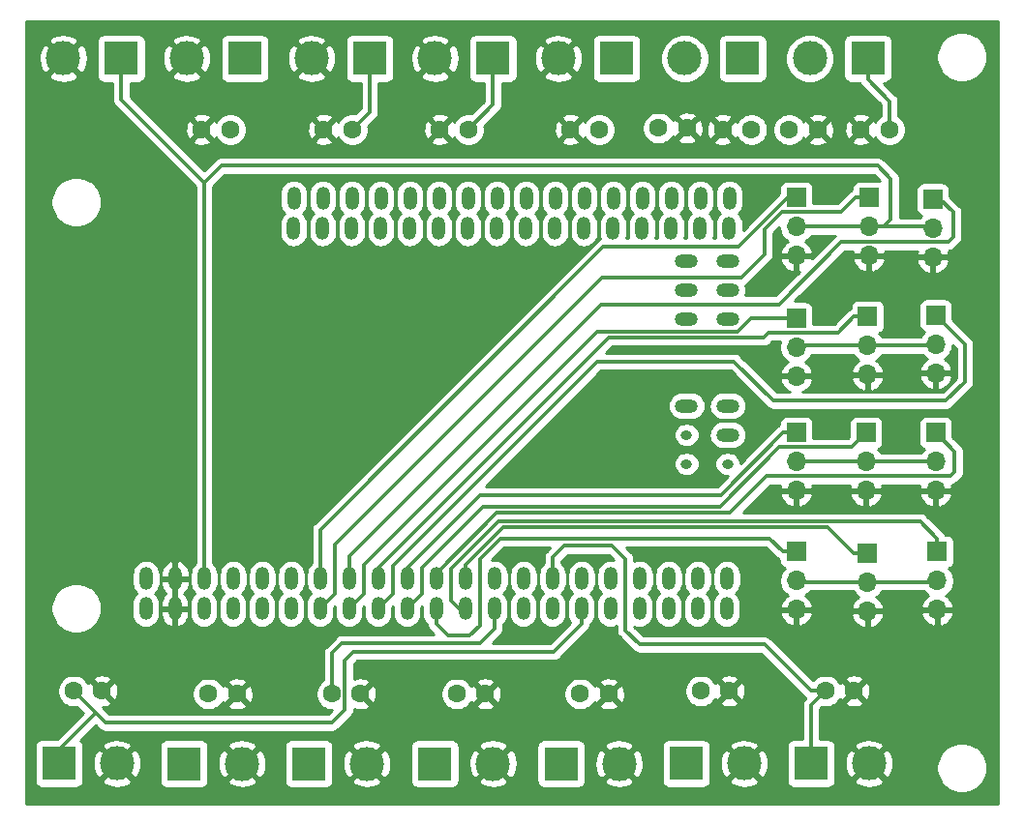
<source format=gbr>
%TF.GenerationSoftware,KiCad,Pcbnew,(5.1.9)-1*%
%TF.CreationDate,2021-10-03T22:41:07+01:00*%
%TF.ProjectId,cessna-panel-pcb,63657373-6e61-42d7-9061-6e656c2d7063,rev?*%
%TF.SameCoordinates,Original*%
%TF.FileFunction,Copper,L1,Top*%
%TF.FilePolarity,Positive*%
%FSLAX46Y46*%
G04 Gerber Fmt 4.6, Leading zero omitted, Abs format (unit mm)*
G04 Created by KiCad (PCBNEW (5.1.9)-1) date 2021-10-03 22:41:07*
%MOMM*%
%LPD*%
G01*
G04 APERTURE LIST*
%TA.AperFunction,ComponentPad*%
%ADD10C,3.000000*%
%TD*%
%TA.AperFunction,ComponentPad*%
%ADD11R,3.000000X3.000000*%
%TD*%
%TA.AperFunction,ComponentPad*%
%ADD12O,1.200000X2.000000*%
%TD*%
%TA.AperFunction,ComponentPad*%
%ADD13O,2.000000X1.200000*%
%TD*%
%TA.AperFunction,ComponentPad*%
%ADD14O,1.000000X0.800000*%
%TD*%
%TA.AperFunction,ComponentPad*%
%ADD15O,1.700000X1.700000*%
%TD*%
%TA.AperFunction,ComponentPad*%
%ADD16R,1.700000X1.700000*%
%TD*%
%TA.AperFunction,ComponentPad*%
%ADD17C,1.600000*%
%TD*%
%TA.AperFunction,Conductor*%
%ADD18C,0.300000*%
%TD*%
%TA.AperFunction,Conductor*%
%ADD19C,0.254000*%
%TD*%
%TA.AperFunction,Conductor*%
%ADD20C,0.100000*%
%TD*%
G04 APERTURE END LIST*
D10*
%TO.P,J2,2*%
%TO.N,GND*%
X131694000Y-116463000D03*
D11*
%TO.P,J2,1*%
%TO.N,FUEL_PUMP*%
X126614000Y-116463000D03*
%TD*%
D12*
%TO.P,MCU1,40*%
%TO.N,N/C*%
X149580000Y-102910000D03*
%TO.P,MCU1,2*%
X101320000Y-102910000D03*
%TO.P,MCU1,4*%
%TO.N,GND*%
X103860000Y-102910000D03*
%TO.P,MCU1,6*%
%TO.N,+5V*%
X106400000Y-102910000D03*
%TO.P,MCU1,8*%
%TO.N,N/C*%
X108940000Y-102910000D03*
%TO.P,MCU1,10*%
X111480000Y-102910000D03*
%TO.P,MCU1,12*%
X114020000Y-102910000D03*
%TO.P,MCU1,14*%
%TO.N,PWM2*%
X116560000Y-102910000D03*
%TO.P,MCU1,16*%
%TO.N,PWM4*%
X119100000Y-102910000D03*
%TO.P,MCU1,18*%
%TO.N,PWM6*%
X121640000Y-102910000D03*
%TO.P,MCU1,20*%
%TO.N,PWM8*%
X124180000Y-102910000D03*
%TO.P,MCU1,22*%
%TO.N,PWM10*%
X126720000Y-102910000D03*
%TO.P,MCU1,24*%
%TO.N,PWM12*%
X129260000Y-102910000D03*
%TO.P,MCU1,26*%
%TO.N,BCN*%
X131800000Y-102910000D03*
%TO.P,MCU1,28*%
%TO.N,TAXI*%
X134340000Y-102910000D03*
%TO.P,MCU1,30*%
%TO.N,STROBE*%
X136880000Y-102910000D03*
%TO.P,MCU1,36*%
%TO.N,R_MAGN*%
X144500000Y-102910000D03*
%TO.P,MCU1,34*%
%TO.N,MASTER_AVIONIC*%
X141960000Y-102910000D03*
%TO.P,MCU1,32*%
%TO.N,MASTER_ALT*%
X139420000Y-102910000D03*
%TO.P,MCU1,42*%
%TO.N,N/C*%
X152120000Y-102910000D03*
%TO.P,MCU1,38*%
%TO.N,BOTH_MAGN*%
X147040000Y-102910000D03*
%TO.P,MCU1,1*%
%TO.N,N/C*%
X101350000Y-100260000D03*
%TO.P,MCU1,3*%
%TO.N,GND*%
X103890000Y-100260000D03*
%TO.P,MCU1,5*%
%TO.N,+5V*%
X106430000Y-100260000D03*
%TO.P,MCU1,7*%
%TO.N,N/C*%
X108970000Y-100260000D03*
%TO.P,MCU1,9*%
X111510000Y-100260000D03*
%TO.P,MCU1,11*%
X114050000Y-100260000D03*
%TO.P,MCU1,13*%
%TO.N,PWM1*%
X116590000Y-100260000D03*
%TO.P,MCU1,15*%
%TO.N,PWM3*%
X119130000Y-100260000D03*
%TO.P,MCU1,17*%
%TO.N,PWM5*%
X121670000Y-100260000D03*
%TO.P,MCU1,19*%
%TO.N,PWM7*%
X124210000Y-100260000D03*
%TO.P,MCU1,21*%
%TO.N,PWM9*%
X126750000Y-100260000D03*
%TO.P,MCU1,23*%
%TO.N,PWM11*%
X129290000Y-100260000D03*
%TO.P,MCU1,25*%
%TO.N,FUEL_PUMP*%
X131830000Y-100260000D03*
%TO.P,MCU1,27*%
%TO.N,LAND*%
X134370000Y-100260000D03*
%TO.P,MCU1,29*%
%TO.N,NAV*%
X136910000Y-100260000D03*
%TO.P,MCU1,31*%
%TO.N,PITOT_HEAT*%
X139450000Y-100260000D03*
%TO.P,MCU1,33*%
%TO.N,MASTER_BAT*%
X141990000Y-100260000D03*
%TO.P,MCU1,35*%
%TO.N,OFF_MAGN*%
X144530000Y-100260000D03*
%TO.P,MCU1,37*%
%TO.N,L_MAGN*%
X147070000Y-100260000D03*
%TO.P,MCU1,39*%
%TO.N,START_MAGN*%
X149610000Y-100260000D03*
%TO.P,MCU1,41*%
%TO.N,N/C*%
X152150000Y-100260000D03*
D13*
%TO.P,MCU1,67*%
X152206667Y-74987845D03*
D14*
%TO.P,MCU1,43*%
X148636667Y-90227845D03*
%TO.P,MCU1,45*%
X148636667Y-87687845D03*
D13*
%TO.P,MCU1,47*%
X148636667Y-85147845D03*
D14*
%TO.P,MCU1,44*%
X152206667Y-90227845D03*
D13*
%TO.P,MCU1,46*%
X152206667Y-87687845D03*
%TO.P,MCU1,48*%
X152206667Y-85147845D03*
%TO.P,MCU1,65*%
X152206667Y-72447845D03*
%TO.P,MCU1,69*%
X152206667Y-77527845D03*
%TO.P,MCU1,70*%
X148636667Y-77527845D03*
%TO.P,MCU1,68*%
X148636667Y-74987845D03*
%TO.P,MCU1,66*%
X148636667Y-72447845D03*
D12*
%TO.P,MCU1,62*%
X149800000Y-69630000D03*
%TO.P,MCU1,72*%
X114240000Y-69630000D03*
%TO.P,MCU1,74*%
X116780000Y-69630000D03*
%TO.P,MCU1,76*%
X119320000Y-69630000D03*
%TO.P,MCU1,78*%
X121860000Y-69630000D03*
%TO.P,MCU1,80*%
X124400000Y-69630000D03*
%TO.P,MCU1,82*%
X126940000Y-69630000D03*
%TO.P,MCU1,84*%
X129480000Y-69630000D03*
%TO.P,MCU1,86*%
X132020000Y-69630000D03*
%TO.P,MCU1,50*%
X134560000Y-69630000D03*
%TO.P,MCU1,52*%
X137100000Y-69630000D03*
%TO.P,MCU1,58*%
X144720000Y-69630000D03*
%TO.P,MCU1,56*%
X142180000Y-69630000D03*
%TO.P,MCU1,54*%
X139640000Y-69630000D03*
%TO.P,MCU1,64*%
X152340000Y-69630000D03*
%TO.P,MCU1,60*%
X147260000Y-69630000D03*
%TO.P,MCU1,71*%
X114270000Y-66980000D03*
%TO.P,MCU1,73*%
X116810000Y-66980000D03*
%TO.P,MCU1,75*%
X119350000Y-66980000D03*
%TO.P,MCU1,77*%
X121890000Y-66980000D03*
%TO.P,MCU1,79*%
X124430000Y-66980000D03*
%TO.P,MCU1,81*%
X126970000Y-66980000D03*
%TO.P,MCU1,83*%
X129510000Y-66980000D03*
%TO.P,MCU1,85*%
X132050000Y-66980000D03*
%TO.P,MCU1,49*%
X134590000Y-66980000D03*
%TO.P,MCU1,51*%
X137130000Y-66980000D03*
%TO.P,MCU1,53*%
X139670000Y-66980000D03*
%TO.P,MCU1,55*%
X142210000Y-66980000D03*
%TO.P,MCU1,57*%
X144750000Y-66980000D03*
%TO.P,MCU1,59*%
X147290000Y-66980000D03*
%TO.P,MCU1,61*%
X149830000Y-66980000D03*
%TO.P,MCU1,63*%
X152370000Y-66980000D03*
%TD*%
D10*
%TO.P,J26,2*%
%TO.N,GND*%
X126619000Y-54737000D03*
D11*
%TO.P,J26,1*%
%TO.N,PITOT_HEAT*%
X131699000Y-54737000D03*
%TD*%
D10*
%TO.P,J25,2*%
%TO.N,BOTH_MAGN*%
X159397000Y-54733000D03*
D11*
%TO.P,J25,1*%
%TO.N,START_MAGN*%
X164477000Y-54733000D03*
%TD*%
D10*
%TO.P,J24,2*%
%TO.N,R_MAGN*%
X148463000Y-54737000D03*
D11*
%TO.P,J24,1*%
%TO.N,L_MAGN*%
X153543000Y-54737000D03*
%TD*%
D10*
%TO.P,J23,2*%
%TO.N,GND*%
X137414000Y-54737000D03*
D11*
%TO.P,J23,1*%
%TO.N,OFF_MAGN*%
X142494000Y-54737000D03*
%TD*%
D10*
%TO.P,J22,2*%
%TO.N,GND*%
X142729000Y-116463000D03*
D11*
%TO.P,J22,1*%
%TO.N,STROBE*%
X137649000Y-116463000D03*
%TD*%
D10*
%TO.P,J21,2*%
%TO.N,GND*%
X164592000Y-116459000D03*
D11*
%TO.P,J21,1*%
%TO.N,NAV*%
X159512000Y-116459000D03*
%TD*%
D15*
%TO.P,J20,3*%
%TO.N,GND*%
X170561000Y-102997000D03*
%TO.P,J20,2*%
%TO.N,+5V*%
X170561000Y-100457000D03*
D16*
%TO.P,J20,1*%
%TO.N,PWM12*%
X170561000Y-97917000D03*
%TD*%
D15*
%TO.P,J19,3*%
%TO.N,GND*%
X164465000Y-103124000D03*
%TO.P,J19,2*%
%TO.N,+5V*%
X164465000Y-100584000D03*
D16*
%TO.P,J19,1*%
%TO.N,PWM11*%
X164465000Y-98044000D03*
%TD*%
D15*
%TO.P,J18,3*%
%TO.N,GND*%
X158242000Y-102997000D03*
%TO.P,J18,2*%
%TO.N,+5V*%
X158242000Y-100457000D03*
D16*
%TO.P,J18,1*%
%TO.N,PWM10*%
X158242000Y-97917000D03*
%TD*%
D15*
%TO.P,J17,3*%
%TO.N,GND*%
X170434000Y-92583000D03*
%TO.P,J17,2*%
%TO.N,+5V*%
X170434000Y-90043000D03*
D16*
%TO.P,J17,1*%
%TO.N,PWM9*%
X170434000Y-87503000D03*
%TD*%
D10*
%TO.P,J16,2*%
%TO.N,GND*%
X104902000Y-54737000D03*
D11*
%TO.P,J16,1*%
%TO.N,TAXI*%
X109982000Y-54737000D03*
%TD*%
D15*
%TO.P,J15,3*%
%TO.N,GND*%
X164338000Y-92583000D03*
%TO.P,J15,2*%
%TO.N,+5V*%
X164338000Y-90043000D03*
D16*
%TO.P,J15,1*%
%TO.N,PWM8*%
X164338000Y-87503000D03*
%TD*%
D15*
%TO.P,J14,3*%
%TO.N,GND*%
X158242000Y-92583000D03*
%TO.P,J14,2*%
%TO.N,+5V*%
X158242000Y-90043000D03*
D16*
%TO.P,J14,1*%
%TO.N,PWM7*%
X158242000Y-87503000D03*
%TD*%
D15*
%TO.P,J13,3*%
%TO.N,GND*%
X170434000Y-82296000D03*
%TO.P,J13,2*%
%TO.N,+5V*%
X170434000Y-79756000D03*
D16*
%TO.P,J13,1*%
%TO.N,PWM6*%
X170434000Y-77216000D03*
%TD*%
D15*
%TO.P,J12,3*%
%TO.N,GND*%
X164465000Y-82423000D03*
%TO.P,J12,2*%
%TO.N,+5V*%
X164465000Y-79883000D03*
D16*
%TO.P,J12,1*%
%TO.N,PWM5*%
X164465000Y-77343000D03*
%TD*%
D15*
%TO.P,J11,3*%
%TO.N,GND*%
X158242000Y-82550000D03*
%TO.P,J11,2*%
%TO.N,+5V*%
X158242000Y-80010000D03*
D16*
%TO.P,J11,1*%
%TO.N,PWM4*%
X158242000Y-77470000D03*
%TD*%
D15*
%TO.P,J10,3*%
%TO.N,GND*%
X170180000Y-72136000D03*
%TO.P,J10,2*%
%TO.N,+5V*%
X170180000Y-69596000D03*
D16*
%TO.P,J10,1*%
%TO.N,PWM3*%
X170180000Y-67056000D03*
%TD*%
D15*
%TO.P,J9,3*%
%TO.N,GND*%
X164592000Y-72009000D03*
%TO.P,J9,2*%
%TO.N,+5V*%
X164592000Y-69469000D03*
D16*
%TO.P,J9,1*%
%TO.N,PWM2*%
X164592000Y-66929000D03*
%TD*%
D15*
%TO.P,J8,3*%
%TO.N,GND*%
X158242000Y-72009000D03*
%TO.P,J8,2*%
%TO.N,+5V*%
X158242000Y-69469000D03*
D16*
%TO.P,J8,1*%
%TO.N,PWM1*%
X158242000Y-66929000D03*
%TD*%
D10*
%TO.P,J7,2*%
%TO.N,GND*%
X94107000Y-54737000D03*
D11*
%TO.P,J7,1*%
%TO.N,+5V*%
X99187000Y-54737000D03*
%TD*%
D10*
%TO.P,J6,2*%
%TO.N,GND*%
X109737000Y-116463000D03*
D11*
%TO.P,J6,1*%
%TO.N,LAND*%
X104657000Y-116463000D03*
%TD*%
D10*
%TO.P,J5,2*%
%TO.N,GND*%
X153670000Y-116459000D03*
D11*
%TO.P,J5,1*%
%TO.N,MASTER_AVIONIC*%
X148590000Y-116459000D03*
%TD*%
D10*
%TO.P,J4,2*%
%TO.N,GND*%
X120652000Y-116463000D03*
D11*
%TO.P,J4,1*%
%TO.N,BCN*%
X115572000Y-116463000D03*
%TD*%
D10*
%TO.P,J3,2*%
%TO.N,GND*%
X115824000Y-54737000D03*
D11*
%TO.P,J3,1*%
%TO.N,MASTER_BAT*%
X120904000Y-54737000D03*
%TD*%
D10*
%TO.P,J1,2*%
%TO.N,GND*%
X98806000Y-116459000D03*
D11*
%TO.P,J1,1*%
%TO.N,MASTER_ALT*%
X93726000Y-116459000D03*
%TD*%
D17*
%TO.P,C15,2*%
%TO.N,GND*%
X127040000Y-60960000D03*
%TO.P,C15,1*%
%TO.N,PITOT_HEAT*%
X129540000Y-60960000D03*
%TD*%
%TO.P,C14,2*%
%TO.N,GND*%
X160107000Y-60960000D03*
%TO.P,C14,1*%
%TO.N,BOTH_MAGN*%
X157607000Y-60960000D03*
%TD*%
%TO.P,C13,2*%
%TO.N,GND*%
X151805000Y-60960000D03*
%TO.P,C13,1*%
%TO.N,L_MAGN*%
X154305000Y-60960000D03*
%TD*%
%TO.P,C12,2*%
%TO.N,GND*%
X148677000Y-60833000D03*
%TO.P,C12,1*%
%TO.N,R_MAGN*%
X146177000Y-60833000D03*
%TD*%
%TO.P,C11,2*%
%TO.N,GND*%
X138470000Y-60960000D03*
%TO.P,C11,1*%
%TO.N,OFF_MAGN*%
X140970000Y-60960000D03*
%TD*%
%TO.P,C10,2*%
%TO.N,GND*%
X163870000Y-60960000D03*
%TO.P,C10,1*%
%TO.N,START_MAGN*%
X166370000Y-60960000D03*
%TD*%
%TO.P,C9,2*%
%TO.N,GND*%
X141819000Y-110363000D03*
%TO.P,C9,1*%
%TO.N,STROBE*%
X139319000Y-110363000D03*
%TD*%
%TO.P,C8,2*%
%TO.N,GND*%
X163282000Y-110109000D03*
%TO.P,C8,1*%
%TO.N,NAV*%
X160782000Y-110109000D03*
%TD*%
%TO.P,C7,2*%
%TO.N,GND*%
X106212000Y-60960000D03*
%TO.P,C7,1*%
%TO.N,TAXI*%
X108712000Y-60960000D03*
%TD*%
%TO.P,C6,2*%
%TO.N,GND*%
X109307000Y-110363000D03*
%TO.P,C6,1*%
%TO.N,LAND*%
X106807000Y-110363000D03*
%TD*%
%TO.P,C5,2*%
%TO.N,GND*%
X152360000Y-110109000D03*
%TO.P,C5,1*%
%TO.N,MASTER_AVIONIC*%
X149860000Y-110109000D03*
%TD*%
%TO.P,C4,2*%
%TO.N,GND*%
X120102000Y-110363000D03*
%TO.P,C4,1*%
%TO.N,BCN*%
X117602000Y-110363000D03*
%TD*%
%TO.P,C3,2*%
%TO.N,GND*%
X116880000Y-60960000D03*
%TO.P,C3,1*%
%TO.N,MASTER_BAT*%
X119380000Y-60960000D03*
%TD*%
%TO.P,C2,2*%
%TO.N,GND*%
X131024000Y-110363000D03*
%TO.P,C2,1*%
%TO.N,FUEL_PUMP*%
X128524000Y-110363000D03*
%TD*%
%TO.P,C1,2*%
%TO.N,GND*%
X97496000Y-110109000D03*
%TO.P,C1,1*%
%TO.N,MASTER_ALT*%
X94996000Y-110109000D03*
%TD*%
D18*
%TO.N,MASTER_ALT*%
X94996000Y-110109000D02*
X96934600Y-112047600D01*
X93726000Y-115256200D02*
X93726000Y-116459000D01*
X96934600Y-112047600D02*
X93726000Y-115256200D01*
X137000300Y-106680000D02*
X139420000Y-104260300D01*
X119507000Y-106680000D02*
X137000300Y-106680000D01*
X118752400Y-107434600D02*
X119507000Y-106680000D01*
X139420000Y-104260300D02*
X139420000Y-102910000D01*
X118752400Y-111752600D02*
X118752400Y-107434600D01*
X117602000Y-112903000D02*
X118752400Y-111752600D01*
X97790000Y-112903000D02*
X117602000Y-112903000D01*
X96934600Y-112047600D02*
X97790000Y-112903000D01*
%TO.N,MASTER_BAT*%
X119380000Y-60960000D02*
X120904000Y-59436000D01*
X120904000Y-59436000D02*
X120904000Y-54737000D01*
%TO.N,BCN*%
X130556000Y-105918000D02*
X131800000Y-104674000D01*
X118491000Y-105918000D02*
X130556000Y-105918000D01*
X117602000Y-106807000D02*
X118491000Y-105918000D01*
X131800000Y-104674000D02*
X131800000Y-102910000D01*
X117602000Y-110363000D02*
X117602000Y-106807000D01*
%TO.N,NAV*%
X159512000Y-116459000D02*
X159512000Y-114608700D01*
X159512000Y-111379000D02*
X160782000Y-110109000D01*
X159512000Y-116459000D02*
X159512000Y-111379000D01*
X137922000Y-97409000D02*
X136910000Y-98421000D01*
X142113000Y-97409000D02*
X137922000Y-97409000D01*
X143260000Y-98556000D02*
X142113000Y-97409000D01*
X136910000Y-98421000D02*
X136910000Y-100260000D01*
X143260000Y-104779000D02*
X143260000Y-98556000D01*
X144526000Y-106045000D02*
X143260000Y-104779000D01*
X155448000Y-106045000D02*
X144526000Y-106045000D01*
X159512000Y-110109000D02*
X155448000Y-106045000D01*
X160782000Y-110109000D02*
X159512000Y-110109000D01*
%TO.N,START_MAGN*%
X164477000Y-54733000D02*
X164477000Y-56583300D01*
X166370000Y-60960000D02*
X166370000Y-58476300D01*
X166370000Y-58476300D02*
X164477000Y-56583300D01*
%TO.N,PITOT_HEAT*%
X129540000Y-60960000D02*
X131699000Y-58801000D01*
X131699000Y-58801000D02*
X131699000Y-54737000D01*
%TO.N,+5V*%
X164592000Y-69469000D02*
X165849100Y-69469000D01*
X106430000Y-65622200D02*
X99187000Y-58379200D01*
X99187000Y-58379200D02*
X99187000Y-54737000D01*
X106430000Y-98909700D02*
X106430000Y-65622200D01*
X158242000Y-69469000D02*
X164592000Y-69469000D01*
X158242000Y-90043000D02*
X164338000Y-90043000D01*
X106430000Y-100260000D02*
X106430000Y-98909700D01*
X164338000Y-90043000D02*
X170434000Y-90043000D01*
X170434000Y-100584000D02*
X164465000Y-100584000D01*
X170561000Y-100457000D02*
X170434000Y-100584000D01*
X158369000Y-100584000D02*
X164465000Y-100584000D01*
X158242000Y-100457000D02*
X158369000Y-100584000D01*
X170307000Y-79883000D02*
X164465000Y-79883000D01*
X170434000Y-79756000D02*
X170307000Y-79883000D01*
X158369000Y-79883000D02*
X158242000Y-80010000D01*
X164465000Y-79883000D02*
X158369000Y-79883000D01*
X170053000Y-69469000D02*
X170180000Y-69596000D01*
X165849100Y-69469000D02*
X170053000Y-69469000D01*
X107917200Y-64135000D02*
X106430000Y-65622200D01*
X165354000Y-64135000D02*
X107917200Y-64135000D01*
X166497000Y-68821100D02*
X166497000Y-65278000D01*
X166497000Y-65278000D02*
X165354000Y-64135000D01*
X165849100Y-69469000D02*
X166497000Y-68821100D01*
%TO.N,PWM1*%
X116590000Y-96008000D02*
X116590000Y-100260000D01*
X141351000Y-71247000D02*
X116590000Y-96008000D01*
X153196850Y-71247000D02*
X141351000Y-71247000D01*
X157514850Y-66929000D02*
X153196850Y-71247000D01*
X158242000Y-66929000D02*
X157514850Y-66929000D01*
%TO.N,PWM2*%
X163391700Y-66929000D02*
X164592000Y-66929000D01*
X155448000Y-69723000D02*
X156972000Y-68199000D01*
X156972000Y-68199000D02*
X162121700Y-68199000D01*
X153404900Y-73925100D02*
X155448000Y-71882000D01*
X141212900Y-73925100D02*
X153404900Y-73925100D01*
X162121700Y-68199000D02*
X163391700Y-66929000D01*
X117856000Y-97282000D02*
X141212900Y-73925100D01*
X155448000Y-71882000D02*
X155448000Y-69723000D01*
X117856000Y-101614000D02*
X117856000Y-97282000D01*
X116560000Y-102910000D02*
X117856000Y-101614000D01*
%TO.N,PWM3*%
X119130000Y-98294000D02*
X119130000Y-100260000D01*
X156722000Y-76257800D02*
X141166200Y-76257800D01*
X171507500Y-70808500D02*
X162171300Y-70808500D01*
X162171300Y-70808500D02*
X156722000Y-76257800D01*
X171958000Y-70358000D02*
X171507500Y-70808500D01*
X141166200Y-76257800D02*
X119130000Y-98294000D01*
X171958000Y-68199000D02*
X171958000Y-70358000D01*
X170815000Y-67056000D02*
X171958000Y-68199000D01*
X170180000Y-67056000D02*
X170815000Y-67056000D01*
%TO.N,PWM4*%
X154257100Y-77470000D02*
X158242000Y-77470000D01*
X153056700Y-78670400D02*
X154257100Y-77470000D01*
X140785600Y-78670400D02*
X153056700Y-78670400D01*
X120396000Y-99060000D02*
X140785600Y-78670400D01*
X120396000Y-101614000D02*
X120396000Y-99060000D01*
X119100000Y-102910000D02*
X120396000Y-101614000D01*
%TO.N,PWM5*%
X163264700Y-77343000D02*
X164465000Y-77343000D01*
X161867700Y-78740000D02*
X163264700Y-77343000D01*
X155398200Y-79170800D02*
X155829000Y-78740000D01*
X141809200Y-79170800D02*
X155398200Y-79170800D01*
X155829000Y-78740000D02*
X161867700Y-78740000D01*
X121670000Y-99310000D02*
X141809200Y-79170800D01*
X121670000Y-100260000D02*
X121670000Y-99310000D01*
%TO.N,PWM6*%
X122939600Y-101610400D02*
X121640000Y-102910000D01*
X140843000Y-81280000D02*
X122939600Y-99183400D01*
X152781000Y-81280000D02*
X140843000Y-81280000D01*
X122939600Y-99183400D02*
X122939600Y-101610400D01*
X156210000Y-84709000D02*
X152781000Y-81280000D01*
X172974000Y-83058000D02*
X171323000Y-84709000D01*
X172974000Y-79756000D02*
X172974000Y-83058000D01*
X171323000Y-84709000D02*
X156210000Y-84709000D01*
X170434000Y-77216000D02*
X172974000Y-79756000D01*
%TO.N,PWM7*%
X151631000Y-92964000D02*
X157092000Y-87503000D01*
X130556000Y-92964000D02*
X151631000Y-92964000D01*
X157092000Y-87503000D02*
X158242000Y-87503000D01*
X124210000Y-99310000D02*
X130556000Y-92964000D01*
X124210000Y-100260000D02*
X124210000Y-99310000D01*
%TO.N,PWM8*%
X125479600Y-101610400D02*
X124180000Y-102910000D01*
X125479600Y-99310400D02*
X125479600Y-101610400D01*
X156765000Y-88773000D02*
X151572200Y-93965800D01*
X130824200Y-93965800D02*
X125479600Y-99310400D01*
X163068000Y-88773000D02*
X156765000Y-88773000D01*
X151572200Y-93965800D02*
X130824200Y-93965800D01*
X164338000Y-87503000D02*
X163068000Y-88773000D01*
%TO.N,PWM9*%
X126750000Y-99818000D02*
X126750000Y-100260000D01*
X132041300Y-94526700D02*
X126750000Y-99818000D01*
X152414600Y-94526700D02*
X132041300Y-94526700D01*
X155628300Y-91313000D02*
X152414600Y-94526700D01*
X171704000Y-91313000D02*
X155628300Y-91313000D01*
X172085000Y-89154000D02*
X172085000Y-90932000D01*
X172085000Y-90932000D02*
X171704000Y-91313000D01*
X170434000Y-87503000D02*
X172085000Y-89154000D01*
%TO.N,PWM10*%
X127762000Y-105283000D02*
X126720000Y-104241000D01*
X126720000Y-104241000D02*
X126720000Y-102910000D01*
X129667000Y-105283000D02*
X127762000Y-105283000D01*
X130530000Y-104420000D02*
X129667000Y-105283000D01*
X130530000Y-98578000D02*
X130530000Y-104420000D01*
X132334000Y-96774000D02*
X130530000Y-98578000D01*
X155898700Y-96774000D02*
X132334000Y-96774000D01*
X157041700Y-97917000D02*
X155898700Y-96774000D01*
X158242000Y-97917000D02*
X157041700Y-97917000D01*
%TO.N,PWM11*%
X129290000Y-99056000D02*
X129290000Y-100260000D01*
X132588000Y-95758000D02*
X129290000Y-99056000D01*
X160978700Y-95758000D02*
X132588000Y-95758000D01*
X163264700Y-98044000D02*
X160978700Y-95758000D01*
X164465000Y-98044000D02*
X163264700Y-98044000D01*
%TO.N,PWM12*%
X170561000Y-96767000D02*
X170561000Y-97917000D01*
X169051989Y-95257989D02*
X170561000Y-96767000D01*
X132199011Y-95257989D02*
X169051989Y-95257989D01*
X128016000Y-99441000D02*
X132199011Y-95257989D01*
X128016000Y-102235000D02*
X128016000Y-99441000D01*
X128691000Y-102910000D02*
X128016000Y-102235000D01*
X129260000Y-102910000D02*
X128691000Y-102910000D01*
%TD*%
D19*
%TO.N,GND*%
X175870001Y-119990000D02*
X90830000Y-119990000D01*
X90830000Y-114959000D01*
X91587928Y-114959000D01*
X91587928Y-117959000D01*
X91600188Y-118083482D01*
X91636498Y-118203180D01*
X91695463Y-118313494D01*
X91774815Y-118410185D01*
X91871506Y-118489537D01*
X91981820Y-118548502D01*
X92101518Y-118584812D01*
X92226000Y-118597072D01*
X95226000Y-118597072D01*
X95350482Y-118584812D01*
X95470180Y-118548502D01*
X95580494Y-118489537D01*
X95677185Y-118410185D01*
X95756537Y-118313494D01*
X95815502Y-118203180D01*
X95851812Y-118083482D01*
X95864072Y-117959000D01*
X95864072Y-117950653D01*
X97493952Y-117950653D01*
X97649962Y-118266214D01*
X98024745Y-118457020D01*
X98429551Y-118571044D01*
X98848824Y-118603902D01*
X99266451Y-118554334D01*
X99666383Y-118424243D01*
X99962038Y-118266214D01*
X100118048Y-117950653D01*
X98806000Y-116638605D01*
X97493952Y-117950653D01*
X95864072Y-117950653D01*
X95864072Y-116501824D01*
X96661098Y-116501824D01*
X96710666Y-116919451D01*
X96840757Y-117319383D01*
X96998786Y-117615038D01*
X97314347Y-117771048D01*
X98626395Y-116459000D01*
X98985605Y-116459000D01*
X100297653Y-117771048D01*
X100613214Y-117615038D01*
X100804020Y-117240255D01*
X100918044Y-116835449D01*
X100950902Y-116416176D01*
X100901334Y-115998549D01*
X100771243Y-115598617D01*
X100613214Y-115302962D01*
X100297653Y-115146952D01*
X98985605Y-116459000D01*
X98626395Y-116459000D01*
X97314347Y-115146952D01*
X96998786Y-115302962D01*
X96807980Y-115677745D01*
X96693956Y-116082551D01*
X96661098Y-116501824D01*
X95864072Y-116501824D01*
X95864072Y-114967347D01*
X97493952Y-114967347D01*
X98806000Y-116279395D01*
X100118048Y-114967347D01*
X100115899Y-114963000D01*
X102518928Y-114963000D01*
X102518928Y-117963000D01*
X102531188Y-118087482D01*
X102567498Y-118207180D01*
X102626463Y-118317494D01*
X102705815Y-118414185D01*
X102802506Y-118493537D01*
X102912820Y-118552502D01*
X103032518Y-118588812D01*
X103157000Y-118601072D01*
X106157000Y-118601072D01*
X106281482Y-118588812D01*
X106401180Y-118552502D01*
X106511494Y-118493537D01*
X106608185Y-118414185D01*
X106687537Y-118317494D01*
X106746502Y-118207180D01*
X106782812Y-118087482D01*
X106795072Y-117963000D01*
X106795072Y-117954653D01*
X108424952Y-117954653D01*
X108580962Y-118270214D01*
X108955745Y-118461020D01*
X109360551Y-118575044D01*
X109779824Y-118607902D01*
X110197451Y-118558334D01*
X110597383Y-118428243D01*
X110893038Y-118270214D01*
X111049048Y-117954653D01*
X109737000Y-116642605D01*
X108424952Y-117954653D01*
X106795072Y-117954653D01*
X106795072Y-116505824D01*
X107592098Y-116505824D01*
X107641666Y-116923451D01*
X107771757Y-117323383D01*
X107929786Y-117619038D01*
X108245347Y-117775048D01*
X109557395Y-116463000D01*
X109916605Y-116463000D01*
X111228653Y-117775048D01*
X111544214Y-117619038D01*
X111735020Y-117244255D01*
X111849044Y-116839449D01*
X111881902Y-116420176D01*
X111832334Y-116002549D01*
X111702243Y-115602617D01*
X111544214Y-115306962D01*
X111228653Y-115150952D01*
X109916605Y-116463000D01*
X109557395Y-116463000D01*
X108245347Y-115150952D01*
X107929786Y-115306962D01*
X107738980Y-115681745D01*
X107624956Y-116086551D01*
X107592098Y-116505824D01*
X106795072Y-116505824D01*
X106795072Y-114971347D01*
X108424952Y-114971347D01*
X109737000Y-116283395D01*
X111049048Y-114971347D01*
X111044922Y-114963000D01*
X113433928Y-114963000D01*
X113433928Y-117963000D01*
X113446188Y-118087482D01*
X113482498Y-118207180D01*
X113541463Y-118317494D01*
X113620815Y-118414185D01*
X113717506Y-118493537D01*
X113827820Y-118552502D01*
X113947518Y-118588812D01*
X114072000Y-118601072D01*
X117072000Y-118601072D01*
X117196482Y-118588812D01*
X117316180Y-118552502D01*
X117426494Y-118493537D01*
X117523185Y-118414185D01*
X117602537Y-118317494D01*
X117661502Y-118207180D01*
X117697812Y-118087482D01*
X117710072Y-117963000D01*
X117710072Y-117954653D01*
X119339952Y-117954653D01*
X119495962Y-118270214D01*
X119870745Y-118461020D01*
X120275551Y-118575044D01*
X120694824Y-118607902D01*
X121112451Y-118558334D01*
X121512383Y-118428243D01*
X121808038Y-118270214D01*
X121964048Y-117954653D01*
X120652000Y-116642605D01*
X119339952Y-117954653D01*
X117710072Y-117954653D01*
X117710072Y-116505824D01*
X118507098Y-116505824D01*
X118556666Y-116923451D01*
X118686757Y-117323383D01*
X118844786Y-117619038D01*
X119160347Y-117775048D01*
X120472395Y-116463000D01*
X120831605Y-116463000D01*
X122143653Y-117775048D01*
X122459214Y-117619038D01*
X122650020Y-117244255D01*
X122764044Y-116839449D01*
X122796902Y-116420176D01*
X122747334Y-116002549D01*
X122617243Y-115602617D01*
X122459214Y-115306962D01*
X122143653Y-115150952D01*
X120831605Y-116463000D01*
X120472395Y-116463000D01*
X119160347Y-115150952D01*
X118844786Y-115306962D01*
X118653980Y-115681745D01*
X118539956Y-116086551D01*
X118507098Y-116505824D01*
X117710072Y-116505824D01*
X117710072Y-114971347D01*
X119339952Y-114971347D01*
X120652000Y-116283395D01*
X121964048Y-114971347D01*
X121959922Y-114963000D01*
X124475928Y-114963000D01*
X124475928Y-117963000D01*
X124488188Y-118087482D01*
X124524498Y-118207180D01*
X124583463Y-118317494D01*
X124662815Y-118414185D01*
X124759506Y-118493537D01*
X124869820Y-118552502D01*
X124989518Y-118588812D01*
X125114000Y-118601072D01*
X128114000Y-118601072D01*
X128238482Y-118588812D01*
X128358180Y-118552502D01*
X128468494Y-118493537D01*
X128565185Y-118414185D01*
X128644537Y-118317494D01*
X128703502Y-118207180D01*
X128739812Y-118087482D01*
X128752072Y-117963000D01*
X128752072Y-117954653D01*
X130381952Y-117954653D01*
X130537962Y-118270214D01*
X130912745Y-118461020D01*
X131317551Y-118575044D01*
X131736824Y-118607902D01*
X132154451Y-118558334D01*
X132554383Y-118428243D01*
X132850038Y-118270214D01*
X133006048Y-117954653D01*
X131694000Y-116642605D01*
X130381952Y-117954653D01*
X128752072Y-117954653D01*
X128752072Y-116505824D01*
X129549098Y-116505824D01*
X129598666Y-116923451D01*
X129728757Y-117323383D01*
X129886786Y-117619038D01*
X130202347Y-117775048D01*
X131514395Y-116463000D01*
X131873605Y-116463000D01*
X133185653Y-117775048D01*
X133501214Y-117619038D01*
X133692020Y-117244255D01*
X133806044Y-116839449D01*
X133838902Y-116420176D01*
X133789334Y-116002549D01*
X133659243Y-115602617D01*
X133501214Y-115306962D01*
X133185653Y-115150952D01*
X131873605Y-116463000D01*
X131514395Y-116463000D01*
X130202347Y-115150952D01*
X129886786Y-115306962D01*
X129695980Y-115681745D01*
X129581956Y-116086551D01*
X129549098Y-116505824D01*
X128752072Y-116505824D01*
X128752072Y-114971347D01*
X130381952Y-114971347D01*
X131694000Y-116283395D01*
X133006048Y-114971347D01*
X133001922Y-114963000D01*
X135510928Y-114963000D01*
X135510928Y-117963000D01*
X135523188Y-118087482D01*
X135559498Y-118207180D01*
X135618463Y-118317494D01*
X135697815Y-118414185D01*
X135794506Y-118493537D01*
X135904820Y-118552502D01*
X136024518Y-118588812D01*
X136149000Y-118601072D01*
X139149000Y-118601072D01*
X139273482Y-118588812D01*
X139393180Y-118552502D01*
X139503494Y-118493537D01*
X139600185Y-118414185D01*
X139679537Y-118317494D01*
X139738502Y-118207180D01*
X139774812Y-118087482D01*
X139787072Y-117963000D01*
X139787072Y-117954653D01*
X141416952Y-117954653D01*
X141572962Y-118270214D01*
X141947745Y-118461020D01*
X142352551Y-118575044D01*
X142771824Y-118607902D01*
X143189451Y-118558334D01*
X143589383Y-118428243D01*
X143885038Y-118270214D01*
X144041048Y-117954653D01*
X142729000Y-116642605D01*
X141416952Y-117954653D01*
X139787072Y-117954653D01*
X139787072Y-116505824D01*
X140584098Y-116505824D01*
X140633666Y-116923451D01*
X140763757Y-117323383D01*
X140921786Y-117619038D01*
X141237347Y-117775048D01*
X142549395Y-116463000D01*
X142908605Y-116463000D01*
X144220653Y-117775048D01*
X144536214Y-117619038D01*
X144727020Y-117244255D01*
X144841044Y-116839449D01*
X144873902Y-116420176D01*
X144824334Y-116002549D01*
X144694243Y-115602617D01*
X144536214Y-115306962D01*
X144220653Y-115150952D01*
X142908605Y-116463000D01*
X142549395Y-116463000D01*
X141237347Y-115150952D01*
X140921786Y-115306962D01*
X140730980Y-115681745D01*
X140616956Y-116086551D01*
X140584098Y-116505824D01*
X139787072Y-116505824D01*
X139787072Y-114971347D01*
X141416952Y-114971347D01*
X142729000Y-116283395D01*
X144041048Y-114971347D01*
X144034944Y-114959000D01*
X146451928Y-114959000D01*
X146451928Y-117959000D01*
X146464188Y-118083482D01*
X146500498Y-118203180D01*
X146559463Y-118313494D01*
X146638815Y-118410185D01*
X146735506Y-118489537D01*
X146845820Y-118548502D01*
X146965518Y-118584812D01*
X147090000Y-118597072D01*
X150090000Y-118597072D01*
X150214482Y-118584812D01*
X150334180Y-118548502D01*
X150444494Y-118489537D01*
X150541185Y-118410185D01*
X150620537Y-118313494D01*
X150679502Y-118203180D01*
X150715812Y-118083482D01*
X150728072Y-117959000D01*
X150728072Y-117950653D01*
X152357952Y-117950653D01*
X152513962Y-118266214D01*
X152888745Y-118457020D01*
X153293551Y-118571044D01*
X153712824Y-118603902D01*
X154130451Y-118554334D01*
X154530383Y-118424243D01*
X154826038Y-118266214D01*
X154982048Y-117950653D01*
X153670000Y-116638605D01*
X152357952Y-117950653D01*
X150728072Y-117950653D01*
X150728072Y-116501824D01*
X151525098Y-116501824D01*
X151574666Y-116919451D01*
X151704757Y-117319383D01*
X151862786Y-117615038D01*
X152178347Y-117771048D01*
X153490395Y-116459000D01*
X153849605Y-116459000D01*
X155161653Y-117771048D01*
X155477214Y-117615038D01*
X155668020Y-117240255D01*
X155782044Y-116835449D01*
X155814902Y-116416176D01*
X155765334Y-115998549D01*
X155635243Y-115598617D01*
X155477214Y-115302962D01*
X155161653Y-115146952D01*
X153849605Y-116459000D01*
X153490395Y-116459000D01*
X152178347Y-115146952D01*
X151862786Y-115302962D01*
X151671980Y-115677745D01*
X151557956Y-116082551D01*
X151525098Y-116501824D01*
X150728072Y-116501824D01*
X150728072Y-114967347D01*
X152357952Y-114967347D01*
X153670000Y-116279395D01*
X154982048Y-114967347D01*
X154826038Y-114651786D01*
X154451255Y-114460980D01*
X154046449Y-114346956D01*
X153627176Y-114314098D01*
X153209549Y-114363666D01*
X152809617Y-114493757D01*
X152513962Y-114651786D01*
X152357952Y-114967347D01*
X150728072Y-114967347D01*
X150728072Y-114959000D01*
X150715812Y-114834518D01*
X150679502Y-114714820D01*
X150620537Y-114604506D01*
X150541185Y-114507815D01*
X150444494Y-114428463D01*
X150334180Y-114369498D01*
X150214482Y-114333188D01*
X150090000Y-114320928D01*
X147090000Y-114320928D01*
X146965518Y-114333188D01*
X146845820Y-114369498D01*
X146735506Y-114428463D01*
X146638815Y-114507815D01*
X146559463Y-114604506D01*
X146500498Y-114714820D01*
X146464188Y-114834518D01*
X146451928Y-114959000D01*
X144034944Y-114959000D01*
X143885038Y-114655786D01*
X143510255Y-114464980D01*
X143105449Y-114350956D01*
X142686176Y-114318098D01*
X142268549Y-114367666D01*
X141868617Y-114497757D01*
X141572962Y-114655786D01*
X141416952Y-114971347D01*
X139787072Y-114971347D01*
X139787072Y-114963000D01*
X139774812Y-114838518D01*
X139738502Y-114718820D01*
X139679537Y-114608506D01*
X139600185Y-114511815D01*
X139503494Y-114432463D01*
X139393180Y-114373498D01*
X139273482Y-114337188D01*
X139149000Y-114324928D01*
X136149000Y-114324928D01*
X136024518Y-114337188D01*
X135904820Y-114373498D01*
X135794506Y-114432463D01*
X135697815Y-114511815D01*
X135618463Y-114608506D01*
X135559498Y-114718820D01*
X135523188Y-114838518D01*
X135510928Y-114963000D01*
X133001922Y-114963000D01*
X132850038Y-114655786D01*
X132475255Y-114464980D01*
X132070449Y-114350956D01*
X131651176Y-114318098D01*
X131233549Y-114367666D01*
X130833617Y-114497757D01*
X130537962Y-114655786D01*
X130381952Y-114971347D01*
X128752072Y-114971347D01*
X128752072Y-114963000D01*
X128739812Y-114838518D01*
X128703502Y-114718820D01*
X128644537Y-114608506D01*
X128565185Y-114511815D01*
X128468494Y-114432463D01*
X128358180Y-114373498D01*
X128238482Y-114337188D01*
X128114000Y-114324928D01*
X125114000Y-114324928D01*
X124989518Y-114337188D01*
X124869820Y-114373498D01*
X124759506Y-114432463D01*
X124662815Y-114511815D01*
X124583463Y-114608506D01*
X124524498Y-114718820D01*
X124488188Y-114838518D01*
X124475928Y-114963000D01*
X121959922Y-114963000D01*
X121808038Y-114655786D01*
X121433255Y-114464980D01*
X121028449Y-114350956D01*
X120609176Y-114318098D01*
X120191549Y-114367666D01*
X119791617Y-114497757D01*
X119495962Y-114655786D01*
X119339952Y-114971347D01*
X117710072Y-114971347D01*
X117710072Y-114963000D01*
X117697812Y-114838518D01*
X117661502Y-114718820D01*
X117602537Y-114608506D01*
X117523185Y-114511815D01*
X117426494Y-114432463D01*
X117316180Y-114373498D01*
X117196482Y-114337188D01*
X117072000Y-114324928D01*
X114072000Y-114324928D01*
X113947518Y-114337188D01*
X113827820Y-114373498D01*
X113717506Y-114432463D01*
X113620815Y-114511815D01*
X113541463Y-114608506D01*
X113482498Y-114718820D01*
X113446188Y-114838518D01*
X113433928Y-114963000D01*
X111044922Y-114963000D01*
X110893038Y-114655786D01*
X110518255Y-114464980D01*
X110113449Y-114350956D01*
X109694176Y-114318098D01*
X109276549Y-114367666D01*
X108876617Y-114497757D01*
X108580962Y-114655786D01*
X108424952Y-114971347D01*
X106795072Y-114971347D01*
X106795072Y-114963000D01*
X106782812Y-114838518D01*
X106746502Y-114718820D01*
X106687537Y-114608506D01*
X106608185Y-114511815D01*
X106511494Y-114432463D01*
X106401180Y-114373498D01*
X106281482Y-114337188D01*
X106157000Y-114324928D01*
X103157000Y-114324928D01*
X103032518Y-114337188D01*
X102912820Y-114373498D01*
X102802506Y-114432463D01*
X102705815Y-114511815D01*
X102626463Y-114608506D01*
X102567498Y-114718820D01*
X102531188Y-114838518D01*
X102518928Y-114963000D01*
X100115899Y-114963000D01*
X99962038Y-114651786D01*
X99587255Y-114460980D01*
X99182449Y-114346956D01*
X98763176Y-114314098D01*
X98345549Y-114363666D01*
X97945617Y-114493757D01*
X97649962Y-114651786D01*
X97493952Y-114967347D01*
X95864072Y-114967347D01*
X95864072Y-114959000D01*
X95851812Y-114834518D01*
X95815502Y-114714820D01*
X95756537Y-114604506D01*
X95677185Y-114507815D01*
X95626301Y-114466056D01*
X96934600Y-113157757D01*
X97207657Y-113430815D01*
X97232236Y-113460764D01*
X97262184Y-113485342D01*
X97262187Y-113485345D01*
X97291559Y-113509450D01*
X97351767Y-113558862D01*
X97488140Y-113631754D01*
X97601672Y-113666194D01*
X97636112Y-113676641D01*
X97650490Y-113678057D01*
X97751439Y-113688000D01*
X97751446Y-113688000D01*
X97789999Y-113691797D01*
X97828552Y-113688000D01*
X117563447Y-113688000D01*
X117602000Y-113691797D01*
X117640553Y-113688000D01*
X117640561Y-113688000D01*
X117755887Y-113676641D01*
X117903860Y-113631754D01*
X118040233Y-113558862D01*
X118159764Y-113460764D01*
X118184347Y-113430810D01*
X119280217Y-112334941D01*
X119310164Y-112310364D01*
X119408262Y-112190833D01*
X119481154Y-112054460D01*
X119526041Y-111906487D01*
X119537400Y-111791161D01*
X119537400Y-111791154D01*
X119541197Y-111752601D01*
X119537400Y-111714048D01*
X119537400Y-111683382D01*
X119615996Y-111720571D01*
X119890184Y-111789300D01*
X120172512Y-111803217D01*
X120452130Y-111761787D01*
X120718292Y-111666603D01*
X120843514Y-111599671D01*
X120915097Y-111355702D01*
X120102000Y-110542605D01*
X120087858Y-110556748D01*
X119908253Y-110377143D01*
X119922395Y-110363000D01*
X120281605Y-110363000D01*
X121094702Y-111176097D01*
X121338671Y-111104514D01*
X121459571Y-110849004D01*
X121528300Y-110574816D01*
X121542217Y-110292488D01*
X121531724Y-110221665D01*
X127089000Y-110221665D01*
X127089000Y-110504335D01*
X127144147Y-110781574D01*
X127252320Y-111042727D01*
X127409363Y-111277759D01*
X127609241Y-111477637D01*
X127844273Y-111634680D01*
X128105426Y-111742853D01*
X128382665Y-111798000D01*
X128665335Y-111798000D01*
X128942574Y-111742853D01*
X129203727Y-111634680D01*
X129438759Y-111477637D01*
X129560694Y-111355702D01*
X130210903Y-111355702D01*
X130282486Y-111599671D01*
X130537996Y-111720571D01*
X130812184Y-111789300D01*
X131094512Y-111803217D01*
X131374130Y-111761787D01*
X131640292Y-111666603D01*
X131765514Y-111599671D01*
X131837097Y-111355702D01*
X131024000Y-110542605D01*
X130210903Y-111355702D01*
X129560694Y-111355702D01*
X129638637Y-111277759D01*
X129772692Y-111077131D01*
X129787329Y-111104514D01*
X130031298Y-111176097D01*
X130844395Y-110363000D01*
X131203605Y-110363000D01*
X132016702Y-111176097D01*
X132260671Y-111104514D01*
X132381571Y-110849004D01*
X132450300Y-110574816D01*
X132464217Y-110292488D01*
X132453724Y-110221665D01*
X137884000Y-110221665D01*
X137884000Y-110504335D01*
X137939147Y-110781574D01*
X138047320Y-111042727D01*
X138204363Y-111277759D01*
X138404241Y-111477637D01*
X138639273Y-111634680D01*
X138900426Y-111742853D01*
X139177665Y-111798000D01*
X139460335Y-111798000D01*
X139737574Y-111742853D01*
X139998727Y-111634680D01*
X140233759Y-111477637D01*
X140355694Y-111355702D01*
X141005903Y-111355702D01*
X141077486Y-111599671D01*
X141332996Y-111720571D01*
X141607184Y-111789300D01*
X141889512Y-111803217D01*
X142169130Y-111761787D01*
X142435292Y-111666603D01*
X142560514Y-111599671D01*
X142632097Y-111355702D01*
X141819000Y-110542605D01*
X141005903Y-111355702D01*
X140355694Y-111355702D01*
X140433637Y-111277759D01*
X140567692Y-111077131D01*
X140582329Y-111104514D01*
X140826298Y-111176097D01*
X141639395Y-110363000D01*
X141998605Y-110363000D01*
X142811702Y-111176097D01*
X143055671Y-111104514D01*
X143176571Y-110849004D01*
X143245300Y-110574816D01*
X143259217Y-110292488D01*
X143217787Y-110012870D01*
X143201621Y-109967665D01*
X148425000Y-109967665D01*
X148425000Y-110250335D01*
X148480147Y-110527574D01*
X148588320Y-110788727D01*
X148745363Y-111023759D01*
X148945241Y-111223637D01*
X149180273Y-111380680D01*
X149441426Y-111488853D01*
X149718665Y-111544000D01*
X150001335Y-111544000D01*
X150278574Y-111488853D01*
X150539727Y-111380680D01*
X150774759Y-111223637D01*
X150896694Y-111101702D01*
X151546903Y-111101702D01*
X151618486Y-111345671D01*
X151873996Y-111466571D01*
X152148184Y-111535300D01*
X152430512Y-111549217D01*
X152710130Y-111507787D01*
X152976292Y-111412603D01*
X153101514Y-111345671D01*
X153173097Y-111101702D01*
X152360000Y-110288605D01*
X151546903Y-111101702D01*
X150896694Y-111101702D01*
X150974637Y-111023759D01*
X151108692Y-110823131D01*
X151123329Y-110850514D01*
X151367298Y-110922097D01*
X152180395Y-110109000D01*
X152539605Y-110109000D01*
X153352702Y-110922097D01*
X153596671Y-110850514D01*
X153717571Y-110595004D01*
X153786300Y-110320816D01*
X153800217Y-110038488D01*
X153758787Y-109758870D01*
X153663603Y-109492708D01*
X153596671Y-109367486D01*
X153352702Y-109295903D01*
X152539605Y-110109000D01*
X152180395Y-110109000D01*
X151367298Y-109295903D01*
X151123329Y-109367486D01*
X151109676Y-109396341D01*
X150974637Y-109194241D01*
X150896694Y-109116298D01*
X151546903Y-109116298D01*
X152360000Y-109929395D01*
X153173097Y-109116298D01*
X153101514Y-108872329D01*
X152846004Y-108751429D01*
X152571816Y-108682700D01*
X152289488Y-108668783D01*
X152009870Y-108710213D01*
X151743708Y-108805397D01*
X151618486Y-108872329D01*
X151546903Y-109116298D01*
X150896694Y-109116298D01*
X150774759Y-108994363D01*
X150539727Y-108837320D01*
X150278574Y-108729147D01*
X150001335Y-108674000D01*
X149718665Y-108674000D01*
X149441426Y-108729147D01*
X149180273Y-108837320D01*
X148945241Y-108994363D01*
X148745363Y-109194241D01*
X148588320Y-109429273D01*
X148480147Y-109690426D01*
X148425000Y-109967665D01*
X143201621Y-109967665D01*
X143122603Y-109746708D01*
X143055671Y-109621486D01*
X142811702Y-109549903D01*
X141998605Y-110363000D01*
X141639395Y-110363000D01*
X140826298Y-109549903D01*
X140582329Y-109621486D01*
X140568676Y-109650341D01*
X140433637Y-109448241D01*
X140355694Y-109370298D01*
X141005903Y-109370298D01*
X141819000Y-110183395D01*
X142632097Y-109370298D01*
X142560514Y-109126329D01*
X142305004Y-109005429D01*
X142030816Y-108936700D01*
X141748488Y-108922783D01*
X141468870Y-108964213D01*
X141202708Y-109059397D01*
X141077486Y-109126329D01*
X141005903Y-109370298D01*
X140355694Y-109370298D01*
X140233759Y-109248363D01*
X139998727Y-109091320D01*
X139737574Y-108983147D01*
X139460335Y-108928000D01*
X139177665Y-108928000D01*
X138900426Y-108983147D01*
X138639273Y-109091320D01*
X138404241Y-109248363D01*
X138204363Y-109448241D01*
X138047320Y-109683273D01*
X137939147Y-109944426D01*
X137884000Y-110221665D01*
X132453724Y-110221665D01*
X132422787Y-110012870D01*
X132327603Y-109746708D01*
X132260671Y-109621486D01*
X132016702Y-109549903D01*
X131203605Y-110363000D01*
X130844395Y-110363000D01*
X130031298Y-109549903D01*
X129787329Y-109621486D01*
X129773676Y-109650341D01*
X129638637Y-109448241D01*
X129560694Y-109370298D01*
X130210903Y-109370298D01*
X131024000Y-110183395D01*
X131837097Y-109370298D01*
X131765514Y-109126329D01*
X131510004Y-109005429D01*
X131235816Y-108936700D01*
X130953488Y-108922783D01*
X130673870Y-108964213D01*
X130407708Y-109059397D01*
X130282486Y-109126329D01*
X130210903Y-109370298D01*
X129560694Y-109370298D01*
X129438759Y-109248363D01*
X129203727Y-109091320D01*
X128942574Y-108983147D01*
X128665335Y-108928000D01*
X128382665Y-108928000D01*
X128105426Y-108983147D01*
X127844273Y-109091320D01*
X127609241Y-109248363D01*
X127409363Y-109448241D01*
X127252320Y-109683273D01*
X127144147Y-109944426D01*
X127089000Y-110221665D01*
X121531724Y-110221665D01*
X121500787Y-110012870D01*
X121405603Y-109746708D01*
X121338671Y-109621486D01*
X121094702Y-109549903D01*
X120281605Y-110363000D01*
X119922395Y-110363000D01*
X119908253Y-110348858D01*
X120087858Y-110169253D01*
X120102000Y-110183395D01*
X120915097Y-109370298D01*
X120843514Y-109126329D01*
X120588004Y-109005429D01*
X120313816Y-108936700D01*
X120031488Y-108922783D01*
X119751870Y-108964213D01*
X119537400Y-109040911D01*
X119537400Y-107759757D01*
X119832157Y-107465000D01*
X136961747Y-107465000D01*
X137000300Y-107468797D01*
X137038853Y-107465000D01*
X137038861Y-107465000D01*
X137154187Y-107453641D01*
X137302160Y-107408754D01*
X137438533Y-107335862D01*
X137558064Y-107237764D01*
X137582647Y-107207810D01*
X139947811Y-104842646D01*
X139977764Y-104818064D01*
X140075862Y-104698533D01*
X140148754Y-104562160D01*
X140168217Y-104498000D01*
X140193642Y-104414187D01*
X140203133Y-104317814D01*
X140205000Y-104298861D01*
X140205000Y-104298856D01*
X140208797Y-104260300D01*
X140297502Y-104187502D01*
X140451833Y-103999449D01*
X140566511Y-103784901D01*
X140637130Y-103552102D01*
X140655000Y-103370665D01*
X140655000Y-102449336D01*
X140637130Y-102267899D01*
X140566511Y-102035099D01*
X140451833Y-101820551D01*
X140297502Y-101632498D01*
X140254625Y-101597310D01*
X140327502Y-101537502D01*
X140481833Y-101349449D01*
X140596511Y-101134901D01*
X140667130Y-100902102D01*
X140685000Y-100720665D01*
X140685000Y-99799336D01*
X140667130Y-99617899D01*
X140596511Y-99385099D01*
X140481833Y-99170551D01*
X140327502Y-98982498D01*
X140139449Y-98828167D01*
X139924901Y-98713489D01*
X139692102Y-98642870D01*
X139450000Y-98619025D01*
X139207899Y-98642870D01*
X138975100Y-98713489D01*
X138760552Y-98828167D01*
X138572499Y-98982498D01*
X138418168Y-99170551D01*
X138303489Y-99385099D01*
X138232870Y-99617898D01*
X138215000Y-99799335D01*
X138215000Y-100720664D01*
X138232870Y-100902101D01*
X138303489Y-101134900D01*
X138418167Y-101349448D01*
X138572498Y-101537502D01*
X138615375Y-101572690D01*
X138542499Y-101632498D01*
X138388168Y-101820551D01*
X138273489Y-102035099D01*
X138202870Y-102267898D01*
X138185000Y-102449335D01*
X138185000Y-103370664D01*
X138202870Y-103552101D01*
X138273489Y-103784900D01*
X138388167Y-103999448D01*
X138470442Y-104099701D01*
X136675143Y-105895000D01*
X131689157Y-105895000D01*
X132327811Y-105256346D01*
X132357764Y-105231764D01*
X132455862Y-105112233D01*
X132528754Y-104975860D01*
X132541790Y-104932886D01*
X132573642Y-104827887D01*
X132581020Y-104752974D01*
X132585000Y-104712561D01*
X132585000Y-104712556D01*
X132588797Y-104674000D01*
X132585000Y-104635444D01*
X132585000Y-104263416D01*
X132677502Y-104187502D01*
X132831833Y-103999449D01*
X132946511Y-103784901D01*
X133017130Y-103552102D01*
X133035000Y-103370665D01*
X133035000Y-102449336D01*
X133035000Y-102449335D01*
X133105000Y-102449335D01*
X133105000Y-103370664D01*
X133122870Y-103552101D01*
X133193489Y-103784900D01*
X133308167Y-103999448D01*
X133462498Y-104187502D01*
X133650551Y-104341833D01*
X133865099Y-104456511D01*
X134097898Y-104527130D01*
X134340000Y-104550975D01*
X134582101Y-104527130D01*
X134814900Y-104456511D01*
X135029448Y-104341833D01*
X135217502Y-104187502D01*
X135371833Y-103999449D01*
X135486511Y-103784901D01*
X135557130Y-103552102D01*
X135575000Y-103370665D01*
X135575000Y-102449336D01*
X135557130Y-102267899D01*
X135486511Y-102035099D01*
X135371833Y-101820551D01*
X135217502Y-101632498D01*
X135174625Y-101597310D01*
X135247502Y-101537502D01*
X135401833Y-101349449D01*
X135516511Y-101134901D01*
X135587130Y-100902102D01*
X135605000Y-100720665D01*
X135605000Y-99799336D01*
X135587130Y-99617899D01*
X135516511Y-99385099D01*
X135401833Y-99170551D01*
X135247502Y-98982498D01*
X135059449Y-98828167D01*
X134844901Y-98713489D01*
X134612102Y-98642870D01*
X134370000Y-98619025D01*
X134127899Y-98642870D01*
X133895100Y-98713489D01*
X133680552Y-98828167D01*
X133492499Y-98982498D01*
X133338168Y-99170551D01*
X133223489Y-99385099D01*
X133152870Y-99617898D01*
X133135000Y-99799335D01*
X133135000Y-100720664D01*
X133152870Y-100902101D01*
X133223489Y-101134900D01*
X133338167Y-101349448D01*
X133492498Y-101537502D01*
X133535375Y-101572690D01*
X133462499Y-101632498D01*
X133308168Y-101820551D01*
X133193489Y-102035099D01*
X133122870Y-102267898D01*
X133105000Y-102449335D01*
X133035000Y-102449335D01*
X133017130Y-102267899D01*
X132946511Y-102035099D01*
X132831833Y-101820551D01*
X132677502Y-101632498D01*
X132634625Y-101597310D01*
X132707502Y-101537502D01*
X132861833Y-101349449D01*
X132976511Y-101134901D01*
X133047130Y-100902102D01*
X133065000Y-100720665D01*
X133065000Y-99799336D01*
X133047130Y-99617899D01*
X132976511Y-99385099D01*
X132861833Y-99170551D01*
X132707502Y-98982498D01*
X132519449Y-98828167D01*
X132304901Y-98713489D01*
X132072102Y-98642870D01*
X131830000Y-98619025D01*
X131587899Y-98642870D01*
X131569796Y-98648362D01*
X132659158Y-97559000D01*
X136661843Y-97559000D01*
X136382190Y-97838653D01*
X136352236Y-97863236D01*
X136254138Y-97982768D01*
X136181246Y-98119141D01*
X136136359Y-98267114D01*
X136125000Y-98382440D01*
X136125000Y-98382447D01*
X136121203Y-98421000D01*
X136125000Y-98459553D01*
X136125000Y-98906584D01*
X136032499Y-98982498D01*
X135878168Y-99170551D01*
X135763489Y-99385099D01*
X135692870Y-99617898D01*
X135675000Y-99799335D01*
X135675000Y-100720664D01*
X135692870Y-100902101D01*
X135763489Y-101134900D01*
X135878167Y-101349448D01*
X136032498Y-101537502D01*
X136075375Y-101572690D01*
X136002499Y-101632498D01*
X135848168Y-101820551D01*
X135733489Y-102035099D01*
X135662870Y-102267898D01*
X135645000Y-102449335D01*
X135645000Y-103370664D01*
X135662870Y-103552101D01*
X135733489Y-103784900D01*
X135848167Y-103999448D01*
X136002498Y-104187502D01*
X136190551Y-104341833D01*
X136405099Y-104456511D01*
X136637898Y-104527130D01*
X136880000Y-104550975D01*
X137122101Y-104527130D01*
X137354900Y-104456511D01*
X137569448Y-104341833D01*
X137757502Y-104187502D01*
X137911833Y-103999449D01*
X138026511Y-103784901D01*
X138097130Y-103552102D01*
X138115000Y-103370665D01*
X138115000Y-102449336D01*
X138097130Y-102267899D01*
X138026511Y-102035099D01*
X137911833Y-101820551D01*
X137757502Y-101632498D01*
X137714625Y-101597310D01*
X137787502Y-101537502D01*
X137941833Y-101349449D01*
X138056511Y-101134901D01*
X138127130Y-100902102D01*
X138145000Y-100720665D01*
X138145000Y-99799336D01*
X138127130Y-99617899D01*
X138056511Y-99385099D01*
X137941833Y-99170551D01*
X137787502Y-98982498D01*
X137695000Y-98906584D01*
X137695000Y-98746157D01*
X138247158Y-98194000D01*
X141787843Y-98194000D01*
X142238720Y-98644878D01*
X142232102Y-98642870D01*
X141990000Y-98619025D01*
X141747899Y-98642870D01*
X141515100Y-98713489D01*
X141300552Y-98828167D01*
X141112499Y-98982498D01*
X140958168Y-99170551D01*
X140843489Y-99385099D01*
X140772870Y-99617898D01*
X140755000Y-99799335D01*
X140755000Y-100720664D01*
X140772870Y-100902101D01*
X140843489Y-101134900D01*
X140958167Y-101349448D01*
X141112498Y-101537502D01*
X141155375Y-101572690D01*
X141082499Y-101632498D01*
X140928168Y-101820551D01*
X140813489Y-102035099D01*
X140742870Y-102267898D01*
X140725000Y-102449335D01*
X140725000Y-103370664D01*
X140742870Y-103552101D01*
X140813489Y-103784900D01*
X140928167Y-103999448D01*
X141082498Y-104187502D01*
X141270551Y-104341833D01*
X141485099Y-104456511D01*
X141717898Y-104527130D01*
X141960000Y-104550975D01*
X142202101Y-104527130D01*
X142434900Y-104456511D01*
X142475000Y-104435077D01*
X142475000Y-104740447D01*
X142471203Y-104779000D01*
X142475000Y-104817553D01*
X142475000Y-104817560D01*
X142486359Y-104932886D01*
X142531246Y-105080859D01*
X142604138Y-105217232D01*
X142702236Y-105336764D01*
X142732190Y-105361347D01*
X143943658Y-106572815D01*
X143968236Y-106602764D01*
X143998184Y-106627342D01*
X143998187Y-106627345D01*
X144020677Y-106645802D01*
X144087767Y-106700862D01*
X144224140Y-106773754D01*
X144333738Y-106807000D01*
X144372112Y-106818641D01*
X144386490Y-106820057D01*
X144487439Y-106830000D01*
X144487446Y-106830000D01*
X144525999Y-106833797D01*
X144564552Y-106830000D01*
X155122843Y-106830000D01*
X158929655Y-110636813D01*
X158954236Y-110666764D01*
X158984184Y-110691342D01*
X158984187Y-110691345D01*
X159010732Y-110713130D01*
X159042028Y-110738814D01*
X158984185Y-110796658D01*
X158954237Y-110821236D01*
X158929659Y-110851184D01*
X158929655Y-110851188D01*
X158903842Y-110882641D01*
X158856139Y-110940767D01*
X158835725Y-110978959D01*
X158783246Y-111077141D01*
X158738359Y-111225114D01*
X158723203Y-111379000D01*
X158727001Y-111417563D01*
X158727000Y-114320928D01*
X158012000Y-114320928D01*
X157887518Y-114333188D01*
X157767820Y-114369498D01*
X157657506Y-114428463D01*
X157560815Y-114507815D01*
X157481463Y-114604506D01*
X157422498Y-114714820D01*
X157386188Y-114834518D01*
X157373928Y-114959000D01*
X157373928Y-117959000D01*
X157386188Y-118083482D01*
X157422498Y-118203180D01*
X157481463Y-118313494D01*
X157560815Y-118410185D01*
X157657506Y-118489537D01*
X157767820Y-118548502D01*
X157887518Y-118584812D01*
X158012000Y-118597072D01*
X161012000Y-118597072D01*
X161136482Y-118584812D01*
X161256180Y-118548502D01*
X161366494Y-118489537D01*
X161463185Y-118410185D01*
X161542537Y-118313494D01*
X161601502Y-118203180D01*
X161637812Y-118083482D01*
X161650072Y-117959000D01*
X161650072Y-117950653D01*
X163279952Y-117950653D01*
X163435962Y-118266214D01*
X163810745Y-118457020D01*
X164215551Y-118571044D01*
X164634824Y-118603902D01*
X165052451Y-118554334D01*
X165452383Y-118424243D01*
X165748038Y-118266214D01*
X165904048Y-117950653D01*
X164592000Y-116638605D01*
X163279952Y-117950653D01*
X161650072Y-117950653D01*
X161650072Y-116501824D01*
X162447098Y-116501824D01*
X162496666Y-116919451D01*
X162626757Y-117319383D01*
X162784786Y-117615038D01*
X163100347Y-117771048D01*
X164412395Y-116459000D01*
X164771605Y-116459000D01*
X166083653Y-117771048D01*
X166399214Y-117615038D01*
X166590020Y-117240255D01*
X166704044Y-116835449D01*
X166720938Y-116619872D01*
X170485000Y-116619872D01*
X170485000Y-117060128D01*
X170570890Y-117491925D01*
X170739369Y-117898669D01*
X170983962Y-118264729D01*
X171295271Y-118576038D01*
X171661331Y-118820631D01*
X172068075Y-118989110D01*
X172499872Y-119075000D01*
X172940128Y-119075000D01*
X173371925Y-118989110D01*
X173778669Y-118820631D01*
X174144729Y-118576038D01*
X174456038Y-118264729D01*
X174700631Y-117898669D01*
X174869110Y-117491925D01*
X174955000Y-117060128D01*
X174955000Y-116619872D01*
X174869110Y-116188075D01*
X174700631Y-115781331D01*
X174456038Y-115415271D01*
X174144729Y-115103962D01*
X173778669Y-114859369D01*
X173371925Y-114690890D01*
X172940128Y-114605000D01*
X172499872Y-114605000D01*
X172068075Y-114690890D01*
X171661331Y-114859369D01*
X171295271Y-115103962D01*
X170983962Y-115415271D01*
X170739369Y-115781331D01*
X170570890Y-116188075D01*
X170485000Y-116619872D01*
X166720938Y-116619872D01*
X166736902Y-116416176D01*
X166687334Y-115998549D01*
X166557243Y-115598617D01*
X166399214Y-115302962D01*
X166083653Y-115146952D01*
X164771605Y-116459000D01*
X164412395Y-116459000D01*
X163100347Y-115146952D01*
X162784786Y-115302962D01*
X162593980Y-115677745D01*
X162479956Y-116082551D01*
X162447098Y-116501824D01*
X161650072Y-116501824D01*
X161650072Y-114967347D01*
X163279952Y-114967347D01*
X164592000Y-116279395D01*
X165904048Y-114967347D01*
X165748038Y-114651786D01*
X165373255Y-114460980D01*
X164968449Y-114346956D01*
X164549176Y-114314098D01*
X164131549Y-114363666D01*
X163731617Y-114493757D01*
X163435962Y-114651786D01*
X163279952Y-114967347D01*
X161650072Y-114967347D01*
X161650072Y-114959000D01*
X161637812Y-114834518D01*
X161601502Y-114714820D01*
X161542537Y-114604506D01*
X161463185Y-114507815D01*
X161366494Y-114428463D01*
X161256180Y-114369498D01*
X161136482Y-114333188D01*
X161012000Y-114320928D01*
X160297000Y-114320928D01*
X160297000Y-111704157D01*
X160487604Y-111513554D01*
X160640665Y-111544000D01*
X160923335Y-111544000D01*
X161200574Y-111488853D01*
X161461727Y-111380680D01*
X161696759Y-111223637D01*
X161818694Y-111101702D01*
X162468903Y-111101702D01*
X162540486Y-111345671D01*
X162795996Y-111466571D01*
X163070184Y-111535300D01*
X163352512Y-111549217D01*
X163632130Y-111507787D01*
X163898292Y-111412603D01*
X164023514Y-111345671D01*
X164095097Y-111101702D01*
X163282000Y-110288605D01*
X162468903Y-111101702D01*
X161818694Y-111101702D01*
X161896637Y-111023759D01*
X162030692Y-110823131D01*
X162045329Y-110850514D01*
X162289298Y-110922097D01*
X163102395Y-110109000D01*
X163461605Y-110109000D01*
X164274702Y-110922097D01*
X164518671Y-110850514D01*
X164639571Y-110595004D01*
X164708300Y-110320816D01*
X164722217Y-110038488D01*
X164680787Y-109758870D01*
X164585603Y-109492708D01*
X164518671Y-109367486D01*
X164274702Y-109295903D01*
X163461605Y-110109000D01*
X163102395Y-110109000D01*
X162289298Y-109295903D01*
X162045329Y-109367486D01*
X162031676Y-109396341D01*
X161896637Y-109194241D01*
X161818694Y-109116298D01*
X162468903Y-109116298D01*
X163282000Y-109929395D01*
X164095097Y-109116298D01*
X164023514Y-108872329D01*
X163768004Y-108751429D01*
X163493816Y-108682700D01*
X163211488Y-108668783D01*
X162931870Y-108710213D01*
X162665708Y-108805397D01*
X162540486Y-108872329D01*
X162468903Y-109116298D01*
X161818694Y-109116298D01*
X161696759Y-108994363D01*
X161461727Y-108837320D01*
X161200574Y-108729147D01*
X160923335Y-108674000D01*
X160640665Y-108674000D01*
X160363426Y-108729147D01*
X160102273Y-108837320D01*
X159867241Y-108994363D01*
X159687381Y-109174223D01*
X156030347Y-105517190D01*
X156005764Y-105487236D01*
X155886233Y-105389138D01*
X155749860Y-105316246D01*
X155601887Y-105271359D01*
X155486561Y-105260000D01*
X155486553Y-105260000D01*
X155448000Y-105256203D01*
X155409447Y-105260000D01*
X144851158Y-105260000D01*
X144057496Y-104466338D01*
X144257898Y-104527130D01*
X144500000Y-104550975D01*
X144742101Y-104527130D01*
X144974900Y-104456511D01*
X145189448Y-104341833D01*
X145377502Y-104187502D01*
X145531833Y-103999449D01*
X145646511Y-103784901D01*
X145717130Y-103552102D01*
X145735000Y-103370665D01*
X145735000Y-102449336D01*
X145735000Y-102449335D01*
X145805000Y-102449335D01*
X145805000Y-103370664D01*
X145822870Y-103552101D01*
X145893489Y-103784900D01*
X146008167Y-103999448D01*
X146162498Y-104187502D01*
X146350551Y-104341833D01*
X146565099Y-104456511D01*
X146797898Y-104527130D01*
X147040000Y-104550975D01*
X147282101Y-104527130D01*
X147514900Y-104456511D01*
X147729448Y-104341833D01*
X147917502Y-104187502D01*
X148071833Y-103999449D01*
X148186511Y-103784901D01*
X148257130Y-103552102D01*
X148275000Y-103370665D01*
X148275000Y-102449336D01*
X148275000Y-102449335D01*
X148345000Y-102449335D01*
X148345000Y-103370664D01*
X148362870Y-103552101D01*
X148433489Y-103784900D01*
X148548167Y-103999448D01*
X148702498Y-104187502D01*
X148890551Y-104341833D01*
X149105099Y-104456511D01*
X149337898Y-104527130D01*
X149580000Y-104550975D01*
X149822101Y-104527130D01*
X150054900Y-104456511D01*
X150269448Y-104341833D01*
X150457502Y-104187502D01*
X150611833Y-103999449D01*
X150726511Y-103784901D01*
X150797130Y-103552102D01*
X150815000Y-103370665D01*
X150815000Y-102449336D01*
X150815000Y-102449335D01*
X150885000Y-102449335D01*
X150885000Y-103370664D01*
X150902870Y-103552101D01*
X150973489Y-103784900D01*
X151088167Y-103999448D01*
X151242498Y-104187502D01*
X151430551Y-104341833D01*
X151645099Y-104456511D01*
X151877898Y-104527130D01*
X152120000Y-104550975D01*
X152362101Y-104527130D01*
X152594900Y-104456511D01*
X152809448Y-104341833D01*
X152997502Y-104187502D01*
X153151833Y-103999449D01*
X153266511Y-103784901D01*
X153337130Y-103552102D01*
X153355000Y-103370665D01*
X153355000Y-103353890D01*
X156800524Y-103353890D01*
X156845175Y-103501099D01*
X156970359Y-103763920D01*
X157144412Y-103997269D01*
X157360645Y-104192178D01*
X157610748Y-104341157D01*
X157885109Y-104438481D01*
X158115000Y-104317814D01*
X158115000Y-103124000D01*
X158369000Y-103124000D01*
X158369000Y-104317814D01*
X158598891Y-104438481D01*
X158873252Y-104341157D01*
X159123355Y-104192178D01*
X159339588Y-103997269D01*
X159513641Y-103763920D01*
X159638825Y-103501099D01*
X159644954Y-103480890D01*
X163023524Y-103480890D01*
X163068175Y-103628099D01*
X163193359Y-103890920D01*
X163367412Y-104124269D01*
X163583645Y-104319178D01*
X163833748Y-104468157D01*
X164108109Y-104565481D01*
X164338000Y-104444814D01*
X164338000Y-103251000D01*
X164592000Y-103251000D01*
X164592000Y-104444814D01*
X164821891Y-104565481D01*
X165096252Y-104468157D01*
X165346355Y-104319178D01*
X165562588Y-104124269D01*
X165736641Y-103890920D01*
X165861825Y-103628099D01*
X165906476Y-103480890D01*
X165839454Y-103353890D01*
X169119524Y-103353890D01*
X169164175Y-103501099D01*
X169289359Y-103763920D01*
X169463412Y-103997269D01*
X169679645Y-104192178D01*
X169929748Y-104341157D01*
X170204109Y-104438481D01*
X170434000Y-104317814D01*
X170434000Y-103124000D01*
X170688000Y-103124000D01*
X170688000Y-104317814D01*
X170917891Y-104438481D01*
X171192252Y-104341157D01*
X171442355Y-104192178D01*
X171658588Y-103997269D01*
X171832641Y-103763920D01*
X171957825Y-103501099D01*
X172002476Y-103353890D01*
X171881155Y-103124000D01*
X170688000Y-103124000D01*
X170434000Y-103124000D01*
X169240845Y-103124000D01*
X169119524Y-103353890D01*
X165839454Y-103353890D01*
X165785155Y-103251000D01*
X164592000Y-103251000D01*
X164338000Y-103251000D01*
X163144845Y-103251000D01*
X163023524Y-103480890D01*
X159644954Y-103480890D01*
X159683476Y-103353890D01*
X159562155Y-103124000D01*
X158369000Y-103124000D01*
X158115000Y-103124000D01*
X156921845Y-103124000D01*
X156800524Y-103353890D01*
X153355000Y-103353890D01*
X153355000Y-102449336D01*
X153337130Y-102267899D01*
X153266511Y-102035099D01*
X153151833Y-101820551D01*
X152997502Y-101632498D01*
X152954625Y-101597310D01*
X153027502Y-101537502D01*
X153181833Y-101349449D01*
X153296511Y-101134901D01*
X153367130Y-100902102D01*
X153385000Y-100720665D01*
X153385000Y-99799336D01*
X153367130Y-99617899D01*
X153296511Y-99385099D01*
X153181833Y-99170551D01*
X153027502Y-98982498D01*
X152839449Y-98828167D01*
X152624901Y-98713489D01*
X152392102Y-98642870D01*
X152150000Y-98619025D01*
X151907899Y-98642870D01*
X151675100Y-98713489D01*
X151460552Y-98828167D01*
X151272499Y-98982498D01*
X151118168Y-99170551D01*
X151003489Y-99385099D01*
X150932870Y-99617898D01*
X150915000Y-99799335D01*
X150915000Y-100720664D01*
X150932870Y-100902101D01*
X151003489Y-101134900D01*
X151118167Y-101349448D01*
X151272498Y-101537502D01*
X151315375Y-101572690D01*
X151242499Y-101632498D01*
X151088168Y-101820551D01*
X150973489Y-102035099D01*
X150902870Y-102267898D01*
X150885000Y-102449335D01*
X150815000Y-102449335D01*
X150797130Y-102267899D01*
X150726511Y-102035099D01*
X150611833Y-101820551D01*
X150457502Y-101632498D01*
X150414625Y-101597310D01*
X150487502Y-101537502D01*
X150641833Y-101349449D01*
X150756511Y-101134901D01*
X150827130Y-100902102D01*
X150845000Y-100720665D01*
X150845000Y-99799336D01*
X150827130Y-99617899D01*
X150756511Y-99385099D01*
X150641833Y-99170551D01*
X150487502Y-98982498D01*
X150299449Y-98828167D01*
X150084901Y-98713489D01*
X149852102Y-98642870D01*
X149610000Y-98619025D01*
X149367899Y-98642870D01*
X149135100Y-98713489D01*
X148920552Y-98828167D01*
X148732499Y-98982498D01*
X148578168Y-99170551D01*
X148463489Y-99385099D01*
X148392870Y-99617898D01*
X148375000Y-99799335D01*
X148375000Y-100720664D01*
X148392870Y-100902101D01*
X148463489Y-101134900D01*
X148578167Y-101349448D01*
X148732498Y-101537502D01*
X148775375Y-101572690D01*
X148702499Y-101632498D01*
X148548168Y-101820551D01*
X148433489Y-102035099D01*
X148362870Y-102267898D01*
X148345000Y-102449335D01*
X148275000Y-102449335D01*
X148257130Y-102267899D01*
X148186511Y-102035099D01*
X148071833Y-101820551D01*
X147917502Y-101632498D01*
X147874625Y-101597310D01*
X147947502Y-101537502D01*
X148101833Y-101349449D01*
X148216511Y-101134901D01*
X148287130Y-100902102D01*
X148305000Y-100720665D01*
X148305000Y-99799336D01*
X148287130Y-99617899D01*
X148216511Y-99385099D01*
X148101833Y-99170551D01*
X147947502Y-98982498D01*
X147759449Y-98828167D01*
X147544901Y-98713489D01*
X147312102Y-98642870D01*
X147070000Y-98619025D01*
X146827899Y-98642870D01*
X146595100Y-98713489D01*
X146380552Y-98828167D01*
X146192499Y-98982498D01*
X146038168Y-99170551D01*
X145923489Y-99385099D01*
X145852870Y-99617898D01*
X145835000Y-99799335D01*
X145835000Y-100720664D01*
X145852870Y-100902101D01*
X145923489Y-101134900D01*
X146038167Y-101349448D01*
X146192498Y-101537502D01*
X146235375Y-101572690D01*
X146162499Y-101632498D01*
X146008168Y-101820551D01*
X145893489Y-102035099D01*
X145822870Y-102267898D01*
X145805000Y-102449335D01*
X145735000Y-102449335D01*
X145717130Y-102267899D01*
X145646511Y-102035099D01*
X145531833Y-101820551D01*
X145377502Y-101632498D01*
X145334625Y-101597310D01*
X145407502Y-101537502D01*
X145561833Y-101349449D01*
X145676511Y-101134901D01*
X145747130Y-100902102D01*
X145765000Y-100720665D01*
X145765000Y-99799336D01*
X145747130Y-99617899D01*
X145676511Y-99385099D01*
X145561833Y-99170551D01*
X145407502Y-98982498D01*
X145219449Y-98828167D01*
X145004901Y-98713489D01*
X144772102Y-98642870D01*
X144530000Y-98619025D01*
X144287899Y-98642870D01*
X144055100Y-98713489D01*
X144045000Y-98718888D01*
X144045000Y-98594555D01*
X144048797Y-98556000D01*
X144045000Y-98517444D01*
X144045000Y-98517439D01*
X144040472Y-98471467D01*
X144033642Y-98402113D01*
X143988754Y-98254140D01*
X143988593Y-98253838D01*
X143915862Y-98117767D01*
X143855322Y-98044000D01*
X143842345Y-98028187D01*
X143842342Y-98028184D01*
X143817764Y-97998236D01*
X143787815Y-97973658D01*
X143373158Y-97559000D01*
X155573543Y-97559000D01*
X156459358Y-98444815D01*
X156483936Y-98474764D01*
X156513884Y-98499342D01*
X156513887Y-98499345D01*
X156517410Y-98502236D01*
X156603467Y-98572862D01*
X156703528Y-98626345D01*
X156739840Y-98645754D01*
X156753928Y-98650028D01*
X156753928Y-98767000D01*
X156766188Y-98891482D01*
X156802498Y-99011180D01*
X156861463Y-99121494D01*
X156940815Y-99218185D01*
X157037506Y-99297537D01*
X157147820Y-99356502D01*
X157220380Y-99378513D01*
X157088525Y-99510368D01*
X156926010Y-99753589D01*
X156814068Y-100023842D01*
X156757000Y-100310740D01*
X156757000Y-100603260D01*
X156814068Y-100890158D01*
X156926010Y-101160411D01*
X157088525Y-101403632D01*
X157295368Y-101610475D01*
X157477534Y-101732195D01*
X157360645Y-101801822D01*
X157144412Y-101996731D01*
X156970359Y-102230080D01*
X156845175Y-102492901D01*
X156800524Y-102640110D01*
X156921845Y-102870000D01*
X158115000Y-102870000D01*
X158115000Y-102850000D01*
X158369000Y-102850000D01*
X158369000Y-102870000D01*
X159562155Y-102870000D01*
X159683476Y-102640110D01*
X159638825Y-102492901D01*
X159513641Y-102230080D01*
X159339588Y-101996731D01*
X159123355Y-101801822D01*
X159006466Y-101732195D01*
X159188632Y-101610475D01*
X159395475Y-101403632D01*
X159418615Y-101369000D01*
X163203526Y-101369000D01*
X163311525Y-101530632D01*
X163518368Y-101737475D01*
X163700534Y-101859195D01*
X163583645Y-101928822D01*
X163367412Y-102123731D01*
X163193359Y-102357080D01*
X163068175Y-102619901D01*
X163023524Y-102767110D01*
X163144845Y-102997000D01*
X164338000Y-102997000D01*
X164338000Y-102977000D01*
X164592000Y-102977000D01*
X164592000Y-102997000D01*
X165785155Y-102997000D01*
X165906476Y-102767110D01*
X165861825Y-102619901D01*
X165736641Y-102357080D01*
X165562588Y-102123731D01*
X165346355Y-101928822D01*
X165229466Y-101859195D01*
X165411632Y-101737475D01*
X165618475Y-101530632D01*
X165726474Y-101369000D01*
X169384385Y-101369000D01*
X169407525Y-101403632D01*
X169614368Y-101610475D01*
X169796534Y-101732195D01*
X169679645Y-101801822D01*
X169463412Y-101996731D01*
X169289359Y-102230080D01*
X169164175Y-102492901D01*
X169119524Y-102640110D01*
X169240845Y-102870000D01*
X170434000Y-102870000D01*
X170434000Y-102850000D01*
X170688000Y-102850000D01*
X170688000Y-102870000D01*
X171881155Y-102870000D01*
X172002476Y-102640110D01*
X171957825Y-102492901D01*
X171832641Y-102230080D01*
X171658588Y-101996731D01*
X171442355Y-101801822D01*
X171325466Y-101732195D01*
X171507632Y-101610475D01*
X171714475Y-101403632D01*
X171876990Y-101160411D01*
X171988932Y-100890158D01*
X172046000Y-100603260D01*
X172046000Y-100310740D01*
X171988932Y-100023842D01*
X171876990Y-99753589D01*
X171714475Y-99510368D01*
X171582620Y-99378513D01*
X171655180Y-99356502D01*
X171765494Y-99297537D01*
X171862185Y-99218185D01*
X171941537Y-99121494D01*
X172000502Y-99011180D01*
X172036812Y-98891482D01*
X172049072Y-98767000D01*
X172049072Y-97067000D01*
X172036812Y-96942518D01*
X172000502Y-96822820D01*
X171941537Y-96712506D01*
X171862185Y-96615815D01*
X171765494Y-96536463D01*
X171655180Y-96477498D01*
X171535482Y-96441188D01*
X171411000Y-96428928D01*
X171270399Y-96428928D01*
X171216862Y-96328767D01*
X171118764Y-96209236D01*
X171088811Y-96184654D01*
X169634336Y-94730179D01*
X169609753Y-94700225D01*
X169490222Y-94602127D01*
X169353849Y-94529235D01*
X169205876Y-94484348D01*
X169090550Y-94472989D01*
X169090542Y-94472989D01*
X169051989Y-94469192D01*
X169013436Y-94472989D01*
X153578468Y-94472989D01*
X155111567Y-92939890D01*
X156800524Y-92939890D01*
X156845175Y-93087099D01*
X156970359Y-93349920D01*
X157144412Y-93583269D01*
X157360645Y-93778178D01*
X157610748Y-93927157D01*
X157885109Y-94024481D01*
X158115000Y-93903814D01*
X158115000Y-92710000D01*
X158369000Y-92710000D01*
X158369000Y-93903814D01*
X158598891Y-94024481D01*
X158873252Y-93927157D01*
X159123355Y-93778178D01*
X159339588Y-93583269D01*
X159513641Y-93349920D01*
X159638825Y-93087099D01*
X159683476Y-92939890D01*
X162896524Y-92939890D01*
X162941175Y-93087099D01*
X163066359Y-93349920D01*
X163240412Y-93583269D01*
X163456645Y-93778178D01*
X163706748Y-93927157D01*
X163981109Y-94024481D01*
X164211000Y-93903814D01*
X164211000Y-92710000D01*
X164465000Y-92710000D01*
X164465000Y-93903814D01*
X164694891Y-94024481D01*
X164969252Y-93927157D01*
X165219355Y-93778178D01*
X165435588Y-93583269D01*
X165609641Y-93349920D01*
X165734825Y-93087099D01*
X165779476Y-92939890D01*
X168992524Y-92939890D01*
X169037175Y-93087099D01*
X169162359Y-93349920D01*
X169336412Y-93583269D01*
X169552645Y-93778178D01*
X169802748Y-93927157D01*
X170077109Y-94024481D01*
X170307000Y-93903814D01*
X170307000Y-92710000D01*
X170561000Y-92710000D01*
X170561000Y-93903814D01*
X170790891Y-94024481D01*
X171065252Y-93927157D01*
X171315355Y-93778178D01*
X171531588Y-93583269D01*
X171705641Y-93349920D01*
X171830825Y-93087099D01*
X171875476Y-92939890D01*
X171754155Y-92710000D01*
X170561000Y-92710000D01*
X170307000Y-92710000D01*
X169113845Y-92710000D01*
X168992524Y-92939890D01*
X165779476Y-92939890D01*
X165658155Y-92710000D01*
X164465000Y-92710000D01*
X164211000Y-92710000D01*
X163017845Y-92710000D01*
X162896524Y-92939890D01*
X159683476Y-92939890D01*
X159562155Y-92710000D01*
X158369000Y-92710000D01*
X158115000Y-92710000D01*
X156921845Y-92710000D01*
X156800524Y-92939890D01*
X155111567Y-92939890D01*
X155953458Y-92098000D01*
X156839382Y-92098000D01*
X156800524Y-92226110D01*
X156921845Y-92456000D01*
X158115000Y-92456000D01*
X158115000Y-92436000D01*
X158369000Y-92436000D01*
X158369000Y-92456000D01*
X159562155Y-92456000D01*
X159683476Y-92226110D01*
X159644618Y-92098000D01*
X162935382Y-92098000D01*
X162896524Y-92226110D01*
X163017845Y-92456000D01*
X164211000Y-92456000D01*
X164211000Y-92436000D01*
X164465000Y-92436000D01*
X164465000Y-92456000D01*
X165658155Y-92456000D01*
X165779476Y-92226110D01*
X165740618Y-92098000D01*
X169031382Y-92098000D01*
X168992524Y-92226110D01*
X169113845Y-92456000D01*
X170307000Y-92456000D01*
X170307000Y-92436000D01*
X170561000Y-92436000D01*
X170561000Y-92456000D01*
X171754155Y-92456000D01*
X171875476Y-92226110D01*
X171833890Y-92089005D01*
X171857887Y-92086641D01*
X172005860Y-92041754D01*
X172142233Y-91968862D01*
X172261764Y-91870764D01*
X172286347Y-91840810D01*
X172612810Y-91514347D01*
X172642764Y-91489764D01*
X172740862Y-91370233D01*
X172813754Y-91233860D01*
X172858641Y-91085887D01*
X172870000Y-90970561D01*
X172870000Y-90970554D01*
X172873797Y-90932001D01*
X172870000Y-90893448D01*
X172870000Y-89192556D01*
X172873797Y-89154000D01*
X172870000Y-89115440D01*
X172870000Y-89115439D01*
X172866003Y-89074859D01*
X172858642Y-89000113D01*
X172813754Y-88852140D01*
X172804248Y-88834356D01*
X172740862Y-88715767D01*
X172642764Y-88596236D01*
X172612811Y-88571654D01*
X171922072Y-87880915D01*
X171922072Y-86653000D01*
X171909812Y-86528518D01*
X171873502Y-86408820D01*
X171814537Y-86298506D01*
X171735185Y-86201815D01*
X171638494Y-86122463D01*
X171528180Y-86063498D01*
X171408482Y-86027188D01*
X171284000Y-86014928D01*
X169584000Y-86014928D01*
X169459518Y-86027188D01*
X169339820Y-86063498D01*
X169229506Y-86122463D01*
X169132815Y-86201815D01*
X169053463Y-86298506D01*
X168994498Y-86408820D01*
X168958188Y-86528518D01*
X168945928Y-86653000D01*
X168945928Y-88353000D01*
X168958188Y-88477482D01*
X168994498Y-88597180D01*
X169053463Y-88707494D01*
X169132815Y-88804185D01*
X169229506Y-88883537D01*
X169339820Y-88942502D01*
X169412380Y-88964513D01*
X169280525Y-89096368D01*
X169172526Y-89258000D01*
X165599474Y-89258000D01*
X165491475Y-89096368D01*
X165359620Y-88964513D01*
X165432180Y-88942502D01*
X165542494Y-88883537D01*
X165639185Y-88804185D01*
X165718537Y-88707494D01*
X165777502Y-88597180D01*
X165813812Y-88477482D01*
X165826072Y-88353000D01*
X165826072Y-86653000D01*
X165813812Y-86528518D01*
X165777502Y-86408820D01*
X165718537Y-86298506D01*
X165639185Y-86201815D01*
X165542494Y-86122463D01*
X165432180Y-86063498D01*
X165312482Y-86027188D01*
X165188000Y-86014928D01*
X163488000Y-86014928D01*
X163363518Y-86027188D01*
X163243820Y-86063498D01*
X163133506Y-86122463D01*
X163036815Y-86201815D01*
X162957463Y-86298506D01*
X162898498Y-86408820D01*
X162862188Y-86528518D01*
X162849928Y-86653000D01*
X162849928Y-87880915D01*
X162742843Y-87988000D01*
X159730072Y-87988000D01*
X159730072Y-86653000D01*
X159717812Y-86528518D01*
X159681502Y-86408820D01*
X159622537Y-86298506D01*
X159543185Y-86201815D01*
X159446494Y-86122463D01*
X159336180Y-86063498D01*
X159216482Y-86027188D01*
X159092000Y-86014928D01*
X157392000Y-86014928D01*
X157267518Y-86027188D01*
X157147820Y-86063498D01*
X157037506Y-86122463D01*
X156940815Y-86201815D01*
X156861463Y-86298506D01*
X156802498Y-86408820D01*
X156766188Y-86528518D01*
X156753928Y-86653000D01*
X156753928Y-86793601D01*
X156653767Y-86847138D01*
X156593559Y-86896550D01*
X156564187Y-86920655D01*
X156564184Y-86920658D01*
X156534236Y-86945236D01*
X156509658Y-86975184D01*
X153338634Y-90146209D01*
X153326691Y-90024950D01*
X153267508Y-89829852D01*
X153171401Y-89650048D01*
X153042063Y-89492449D01*
X152884464Y-89363111D01*
X152704660Y-89267004D01*
X152509562Y-89207821D01*
X152357505Y-89192845D01*
X152055829Y-89192845D01*
X151903772Y-89207821D01*
X151708674Y-89267004D01*
X151528870Y-89363111D01*
X151371271Y-89492449D01*
X151241933Y-89650048D01*
X151145826Y-89829852D01*
X151086643Y-90024950D01*
X151066660Y-90227845D01*
X151086643Y-90430740D01*
X151145826Y-90625838D01*
X151241933Y-90805642D01*
X151371271Y-90963241D01*
X151528870Y-91092579D01*
X151708674Y-91188686D01*
X151903772Y-91247869D01*
X152055829Y-91262845D01*
X152221998Y-91262845D01*
X151305843Y-92179000D01*
X131054157Y-92179000D01*
X133005312Y-90227845D01*
X147496660Y-90227845D01*
X147516643Y-90430740D01*
X147575826Y-90625838D01*
X147671933Y-90805642D01*
X147801271Y-90963241D01*
X147958870Y-91092579D01*
X148138674Y-91188686D01*
X148333772Y-91247869D01*
X148485829Y-91262845D01*
X148787505Y-91262845D01*
X148939562Y-91247869D01*
X149134660Y-91188686D01*
X149314464Y-91092579D01*
X149472063Y-90963241D01*
X149601401Y-90805642D01*
X149697508Y-90625838D01*
X149756691Y-90430740D01*
X149776674Y-90227845D01*
X149756691Y-90024950D01*
X149697508Y-89829852D01*
X149601401Y-89650048D01*
X149472063Y-89492449D01*
X149314464Y-89363111D01*
X149134660Y-89267004D01*
X148939562Y-89207821D01*
X148787505Y-89192845D01*
X148485829Y-89192845D01*
X148333772Y-89207821D01*
X148138674Y-89267004D01*
X147958870Y-89363111D01*
X147801271Y-89492449D01*
X147671933Y-89650048D01*
X147575826Y-89829852D01*
X147516643Y-90024950D01*
X147496660Y-90227845D01*
X133005312Y-90227845D01*
X135545312Y-87687845D01*
X147496660Y-87687845D01*
X147516643Y-87890740D01*
X147575826Y-88085838D01*
X147671933Y-88265642D01*
X147801271Y-88423241D01*
X147958870Y-88552579D01*
X148138674Y-88648686D01*
X148333772Y-88707869D01*
X148485829Y-88722845D01*
X148787505Y-88722845D01*
X148939562Y-88707869D01*
X149134660Y-88648686D01*
X149314464Y-88552579D01*
X149472063Y-88423241D01*
X149601401Y-88265642D01*
X149697508Y-88085838D01*
X149756691Y-87890740D01*
X149776674Y-87687845D01*
X150565692Y-87687845D01*
X150589537Y-87929947D01*
X150660156Y-88162746D01*
X150774834Y-88377294D01*
X150929165Y-88565347D01*
X151117218Y-88719678D01*
X151331766Y-88834356D01*
X151564565Y-88904975D01*
X151746002Y-88922845D01*
X152667332Y-88922845D01*
X152848769Y-88904975D01*
X153081568Y-88834356D01*
X153296116Y-88719678D01*
X153484169Y-88565347D01*
X153638500Y-88377294D01*
X153753178Y-88162746D01*
X153823797Y-87929947D01*
X153847642Y-87687845D01*
X153823797Y-87445743D01*
X153753178Y-87212944D01*
X153638500Y-86998396D01*
X153484169Y-86810343D01*
X153296116Y-86656012D01*
X153081568Y-86541334D01*
X152848769Y-86470715D01*
X152667332Y-86452845D01*
X151746002Y-86452845D01*
X151564565Y-86470715D01*
X151331766Y-86541334D01*
X151117218Y-86656012D01*
X150929165Y-86810343D01*
X150774834Y-86998396D01*
X150660156Y-87212944D01*
X150589537Y-87445743D01*
X150565692Y-87687845D01*
X149776674Y-87687845D01*
X149756691Y-87484950D01*
X149697508Y-87289852D01*
X149601401Y-87110048D01*
X149472063Y-86952449D01*
X149314464Y-86823111D01*
X149134660Y-86727004D01*
X148939562Y-86667821D01*
X148787505Y-86652845D01*
X148485829Y-86652845D01*
X148333772Y-86667821D01*
X148138674Y-86727004D01*
X147958870Y-86823111D01*
X147801271Y-86952449D01*
X147671933Y-87110048D01*
X147575826Y-87289852D01*
X147516643Y-87484950D01*
X147496660Y-87687845D01*
X135545312Y-87687845D01*
X138085312Y-85147845D01*
X146995692Y-85147845D01*
X147019537Y-85389947D01*
X147090156Y-85622746D01*
X147204834Y-85837294D01*
X147359165Y-86025347D01*
X147547218Y-86179678D01*
X147761766Y-86294356D01*
X147994565Y-86364975D01*
X148176002Y-86382845D01*
X149097332Y-86382845D01*
X149278769Y-86364975D01*
X149511568Y-86294356D01*
X149726116Y-86179678D01*
X149914169Y-86025347D01*
X150068500Y-85837294D01*
X150183178Y-85622746D01*
X150253797Y-85389947D01*
X150277642Y-85147845D01*
X150565692Y-85147845D01*
X150589537Y-85389947D01*
X150660156Y-85622746D01*
X150774834Y-85837294D01*
X150929165Y-86025347D01*
X151117218Y-86179678D01*
X151331766Y-86294356D01*
X151564565Y-86364975D01*
X151746002Y-86382845D01*
X152667332Y-86382845D01*
X152848769Y-86364975D01*
X153081568Y-86294356D01*
X153296116Y-86179678D01*
X153484169Y-86025347D01*
X153638500Y-85837294D01*
X153753178Y-85622746D01*
X153823797Y-85389947D01*
X153847642Y-85147845D01*
X153823797Y-84905743D01*
X153753178Y-84672944D01*
X153638500Y-84458396D01*
X153484169Y-84270343D01*
X153296116Y-84116012D01*
X153081568Y-84001334D01*
X152848769Y-83930715D01*
X152667332Y-83912845D01*
X151746002Y-83912845D01*
X151564565Y-83930715D01*
X151331766Y-84001334D01*
X151117218Y-84116012D01*
X150929165Y-84270343D01*
X150774834Y-84458396D01*
X150660156Y-84672944D01*
X150589537Y-84905743D01*
X150565692Y-85147845D01*
X150277642Y-85147845D01*
X150253797Y-84905743D01*
X150183178Y-84672944D01*
X150068500Y-84458396D01*
X149914169Y-84270343D01*
X149726116Y-84116012D01*
X149511568Y-84001334D01*
X149278769Y-83930715D01*
X149097332Y-83912845D01*
X148176002Y-83912845D01*
X147994565Y-83930715D01*
X147761766Y-84001334D01*
X147547218Y-84116012D01*
X147359165Y-84270343D01*
X147204834Y-84458396D01*
X147090156Y-84672944D01*
X147019537Y-84905743D01*
X146995692Y-85147845D01*
X138085312Y-85147845D01*
X141168158Y-82065000D01*
X152455843Y-82065000D01*
X155627658Y-85236816D01*
X155652236Y-85266764D01*
X155682184Y-85291342D01*
X155682187Y-85291345D01*
X155711559Y-85315450D01*
X155771767Y-85364862D01*
X155908140Y-85437754D01*
X156021672Y-85472194D01*
X156056112Y-85482641D01*
X156070490Y-85484057D01*
X156171439Y-85494000D01*
X156171446Y-85494000D01*
X156209999Y-85497797D01*
X156248552Y-85494000D01*
X171284447Y-85494000D01*
X171323000Y-85497797D01*
X171361553Y-85494000D01*
X171361561Y-85494000D01*
X171476887Y-85482641D01*
X171624860Y-85437754D01*
X171761233Y-85364862D01*
X171880764Y-85266764D01*
X171905347Y-85236810D01*
X173501810Y-83640347D01*
X173531764Y-83615764D01*
X173629862Y-83496233D01*
X173702754Y-83359860D01*
X173722044Y-83296269D01*
X173747642Y-83211887D01*
X173755020Y-83136974D01*
X173759000Y-83096561D01*
X173759000Y-83096556D01*
X173762797Y-83058000D01*
X173759000Y-83019444D01*
X173759000Y-79794552D01*
X173762797Y-79755999D01*
X173759000Y-79717446D01*
X173759000Y-79717439D01*
X173748323Y-79609033D01*
X173747641Y-79602112D01*
X173720803Y-79513641D01*
X173702754Y-79454140D01*
X173629862Y-79317767D01*
X173531764Y-79198236D01*
X173501817Y-79173659D01*
X171922072Y-77593915D01*
X171922072Y-76366000D01*
X171909812Y-76241518D01*
X171873502Y-76121820D01*
X171814537Y-76011506D01*
X171735185Y-75914815D01*
X171638494Y-75835463D01*
X171528180Y-75776498D01*
X171408482Y-75740188D01*
X171284000Y-75727928D01*
X169584000Y-75727928D01*
X169459518Y-75740188D01*
X169339820Y-75776498D01*
X169229506Y-75835463D01*
X169132815Y-75914815D01*
X169053463Y-76011506D01*
X168994498Y-76121820D01*
X168958188Y-76241518D01*
X168945928Y-76366000D01*
X168945928Y-78066000D01*
X168958188Y-78190482D01*
X168994498Y-78310180D01*
X169053463Y-78420494D01*
X169132815Y-78517185D01*
X169229506Y-78596537D01*
X169339820Y-78655502D01*
X169412380Y-78677513D01*
X169280525Y-78809368D01*
X169118010Y-79052589D01*
X169099200Y-79098000D01*
X165726474Y-79098000D01*
X165618475Y-78936368D01*
X165486620Y-78804513D01*
X165559180Y-78782502D01*
X165669494Y-78723537D01*
X165766185Y-78644185D01*
X165845537Y-78547494D01*
X165904502Y-78437180D01*
X165940812Y-78317482D01*
X165953072Y-78193000D01*
X165953072Y-76493000D01*
X165940812Y-76368518D01*
X165904502Y-76248820D01*
X165845537Y-76138506D01*
X165766185Y-76041815D01*
X165669494Y-75962463D01*
X165559180Y-75903498D01*
X165439482Y-75867188D01*
X165315000Y-75854928D01*
X163615000Y-75854928D01*
X163490518Y-75867188D01*
X163370820Y-75903498D01*
X163260506Y-75962463D01*
X163163815Y-76041815D01*
X163084463Y-76138506D01*
X163025498Y-76248820D01*
X162989188Y-76368518D01*
X162976928Y-76493000D01*
X162976928Y-76609972D01*
X162962840Y-76614246D01*
X162826467Y-76687138D01*
X162766259Y-76736550D01*
X162736887Y-76760655D01*
X162736884Y-76760658D01*
X162706936Y-76785236D01*
X162682358Y-76815184D01*
X161542543Y-77955000D01*
X159730072Y-77955000D01*
X159730072Y-76620000D01*
X159717812Y-76495518D01*
X159681502Y-76375820D01*
X159622537Y-76265506D01*
X159543185Y-76168815D01*
X159446494Y-76089463D01*
X159336180Y-76030498D01*
X159216482Y-75994188D01*
X159092000Y-75981928D01*
X158108029Y-75981928D01*
X161724067Y-72365890D01*
X163150524Y-72365890D01*
X163195175Y-72513099D01*
X163320359Y-72775920D01*
X163494412Y-73009269D01*
X163710645Y-73204178D01*
X163960748Y-73353157D01*
X164235109Y-73450481D01*
X164465000Y-73329814D01*
X164465000Y-72136000D01*
X164719000Y-72136000D01*
X164719000Y-73329814D01*
X164948891Y-73450481D01*
X165223252Y-73353157D01*
X165473355Y-73204178D01*
X165689588Y-73009269D01*
X165863641Y-72775920D01*
X165988825Y-72513099D01*
X165994954Y-72492890D01*
X168738524Y-72492890D01*
X168783175Y-72640099D01*
X168908359Y-72902920D01*
X169082412Y-73136269D01*
X169298645Y-73331178D01*
X169548748Y-73480157D01*
X169823109Y-73577481D01*
X170053000Y-73456814D01*
X170053000Y-72263000D01*
X170307000Y-72263000D01*
X170307000Y-73456814D01*
X170536891Y-73577481D01*
X170811252Y-73480157D01*
X171061355Y-73331178D01*
X171277588Y-73136269D01*
X171451641Y-72902920D01*
X171576825Y-72640099D01*
X171621476Y-72492890D01*
X171500155Y-72263000D01*
X170307000Y-72263000D01*
X170053000Y-72263000D01*
X168859845Y-72263000D01*
X168738524Y-72492890D01*
X165994954Y-72492890D01*
X166033476Y-72365890D01*
X165912155Y-72136000D01*
X164719000Y-72136000D01*
X164465000Y-72136000D01*
X163271845Y-72136000D01*
X163150524Y-72365890D01*
X161724067Y-72365890D01*
X162496458Y-71593500D01*
X163168301Y-71593500D01*
X163150524Y-71652110D01*
X163271845Y-71882000D01*
X164465000Y-71882000D01*
X164465000Y-71862000D01*
X164719000Y-71862000D01*
X164719000Y-71882000D01*
X165912155Y-71882000D01*
X166033476Y-71652110D01*
X166015699Y-71593500D01*
X168801466Y-71593500D01*
X168783175Y-71631901D01*
X168738524Y-71779110D01*
X168859845Y-72009000D01*
X170053000Y-72009000D01*
X170053000Y-71989000D01*
X170307000Y-71989000D01*
X170307000Y-72009000D01*
X171500155Y-72009000D01*
X171621476Y-71779110D01*
X171576825Y-71631901D01*
X171557975Y-71592327D01*
X171661387Y-71582141D01*
X171809360Y-71537254D01*
X171945733Y-71464362D01*
X172065264Y-71366264D01*
X172089847Y-71336310D01*
X172485810Y-70940347D01*
X172515764Y-70915764D01*
X172613862Y-70796233D01*
X172686754Y-70659860D01*
X172731641Y-70511887D01*
X172743000Y-70396561D01*
X172743000Y-70396554D01*
X172746797Y-70358001D01*
X172743000Y-70319448D01*
X172743000Y-68237552D01*
X172746797Y-68198999D01*
X172743000Y-68160446D01*
X172743000Y-68160439D01*
X172731641Y-68045113D01*
X172686754Y-67897140D01*
X172613862Y-67760767D01*
X172564450Y-67700559D01*
X172540345Y-67671187D01*
X172540342Y-67671184D01*
X172515764Y-67641236D01*
X172485817Y-67616659D01*
X171668072Y-66798915D01*
X171668072Y-66206000D01*
X171655812Y-66081518D01*
X171619502Y-65961820D01*
X171560537Y-65851506D01*
X171481185Y-65754815D01*
X171384494Y-65675463D01*
X171274180Y-65616498D01*
X171154482Y-65580188D01*
X171030000Y-65567928D01*
X169330000Y-65567928D01*
X169205518Y-65580188D01*
X169085820Y-65616498D01*
X168975506Y-65675463D01*
X168878815Y-65754815D01*
X168799463Y-65851506D01*
X168740498Y-65961820D01*
X168704188Y-66081518D01*
X168691928Y-66206000D01*
X168691928Y-67906000D01*
X168704188Y-68030482D01*
X168740498Y-68150180D01*
X168799463Y-68260494D01*
X168878815Y-68357185D01*
X168975506Y-68436537D01*
X169085820Y-68495502D01*
X169158380Y-68517513D01*
X169026525Y-68649368D01*
X169003385Y-68684000D01*
X167282000Y-68684000D01*
X167282000Y-65316552D01*
X167285797Y-65277999D01*
X167282000Y-65239446D01*
X167282000Y-65239439D01*
X167270641Y-65124113D01*
X167225754Y-64976140D01*
X167152862Y-64839767D01*
X167054764Y-64720236D01*
X167024815Y-64695658D01*
X165936347Y-63607190D01*
X165911764Y-63577236D01*
X165792233Y-63479138D01*
X165655860Y-63406246D01*
X165507887Y-63361359D01*
X165392561Y-63350000D01*
X165392553Y-63350000D01*
X165354000Y-63346203D01*
X165315447Y-63350000D01*
X107955752Y-63350000D01*
X107917199Y-63346203D01*
X107878646Y-63350000D01*
X107878639Y-63350000D01*
X107777690Y-63359943D01*
X107763312Y-63361359D01*
X107728872Y-63371806D01*
X107615340Y-63406246D01*
X107478967Y-63479138D01*
X107418759Y-63528550D01*
X107389387Y-63552655D01*
X107389384Y-63552658D01*
X107359436Y-63577236D01*
X107334858Y-63607184D01*
X106430000Y-64512043D01*
X103870659Y-61952702D01*
X105398903Y-61952702D01*
X105470486Y-62196671D01*
X105725996Y-62317571D01*
X106000184Y-62386300D01*
X106282512Y-62400217D01*
X106562130Y-62358787D01*
X106828292Y-62263603D01*
X106953514Y-62196671D01*
X107025097Y-61952702D01*
X106212000Y-61139605D01*
X105398903Y-61952702D01*
X103870659Y-61952702D01*
X102948469Y-61030512D01*
X104771783Y-61030512D01*
X104813213Y-61310130D01*
X104908397Y-61576292D01*
X104975329Y-61701514D01*
X105219298Y-61773097D01*
X106032395Y-60960000D01*
X106391605Y-60960000D01*
X107204702Y-61773097D01*
X107448671Y-61701514D01*
X107462324Y-61672659D01*
X107597363Y-61874759D01*
X107797241Y-62074637D01*
X108032273Y-62231680D01*
X108293426Y-62339853D01*
X108570665Y-62395000D01*
X108853335Y-62395000D01*
X109130574Y-62339853D01*
X109391727Y-62231680D01*
X109626759Y-62074637D01*
X109748694Y-61952702D01*
X116066903Y-61952702D01*
X116138486Y-62196671D01*
X116393996Y-62317571D01*
X116668184Y-62386300D01*
X116950512Y-62400217D01*
X117230130Y-62358787D01*
X117496292Y-62263603D01*
X117621514Y-62196671D01*
X117693097Y-61952702D01*
X116880000Y-61139605D01*
X116066903Y-61952702D01*
X109748694Y-61952702D01*
X109826637Y-61874759D01*
X109983680Y-61639727D01*
X110091853Y-61378574D01*
X110147000Y-61101335D01*
X110147000Y-61030512D01*
X115439783Y-61030512D01*
X115481213Y-61310130D01*
X115576397Y-61576292D01*
X115643329Y-61701514D01*
X115887298Y-61773097D01*
X116700395Y-60960000D01*
X117059605Y-60960000D01*
X117872702Y-61773097D01*
X118116671Y-61701514D01*
X118130324Y-61672659D01*
X118265363Y-61874759D01*
X118465241Y-62074637D01*
X118700273Y-62231680D01*
X118961426Y-62339853D01*
X119238665Y-62395000D01*
X119521335Y-62395000D01*
X119798574Y-62339853D01*
X120059727Y-62231680D01*
X120294759Y-62074637D01*
X120416694Y-61952702D01*
X126226903Y-61952702D01*
X126298486Y-62196671D01*
X126553996Y-62317571D01*
X126828184Y-62386300D01*
X127110512Y-62400217D01*
X127390130Y-62358787D01*
X127656292Y-62263603D01*
X127781514Y-62196671D01*
X127853097Y-61952702D01*
X127040000Y-61139605D01*
X126226903Y-61952702D01*
X120416694Y-61952702D01*
X120494637Y-61874759D01*
X120651680Y-61639727D01*
X120759853Y-61378574D01*
X120815000Y-61101335D01*
X120815000Y-61030512D01*
X125599783Y-61030512D01*
X125641213Y-61310130D01*
X125736397Y-61576292D01*
X125803329Y-61701514D01*
X126047298Y-61773097D01*
X126860395Y-60960000D01*
X127219605Y-60960000D01*
X128032702Y-61773097D01*
X128276671Y-61701514D01*
X128290324Y-61672659D01*
X128425363Y-61874759D01*
X128625241Y-62074637D01*
X128860273Y-62231680D01*
X129121426Y-62339853D01*
X129398665Y-62395000D01*
X129681335Y-62395000D01*
X129958574Y-62339853D01*
X130219727Y-62231680D01*
X130454759Y-62074637D01*
X130576694Y-61952702D01*
X137656903Y-61952702D01*
X137728486Y-62196671D01*
X137983996Y-62317571D01*
X138258184Y-62386300D01*
X138540512Y-62400217D01*
X138820130Y-62358787D01*
X139086292Y-62263603D01*
X139211514Y-62196671D01*
X139283097Y-61952702D01*
X138470000Y-61139605D01*
X137656903Y-61952702D01*
X130576694Y-61952702D01*
X130654637Y-61874759D01*
X130811680Y-61639727D01*
X130919853Y-61378574D01*
X130975000Y-61101335D01*
X130975000Y-61030512D01*
X137029783Y-61030512D01*
X137071213Y-61310130D01*
X137166397Y-61576292D01*
X137233329Y-61701514D01*
X137477298Y-61773097D01*
X138290395Y-60960000D01*
X138649605Y-60960000D01*
X139462702Y-61773097D01*
X139706671Y-61701514D01*
X139720324Y-61672659D01*
X139855363Y-61874759D01*
X140055241Y-62074637D01*
X140290273Y-62231680D01*
X140551426Y-62339853D01*
X140828665Y-62395000D01*
X141111335Y-62395000D01*
X141388574Y-62339853D01*
X141649727Y-62231680D01*
X141884759Y-62074637D01*
X142084637Y-61874759D01*
X142241680Y-61639727D01*
X142349853Y-61378574D01*
X142405000Y-61101335D01*
X142405000Y-60818665D01*
X142379738Y-60691665D01*
X144742000Y-60691665D01*
X144742000Y-60974335D01*
X144797147Y-61251574D01*
X144905320Y-61512727D01*
X145062363Y-61747759D01*
X145262241Y-61947637D01*
X145497273Y-62104680D01*
X145758426Y-62212853D01*
X146035665Y-62268000D01*
X146318335Y-62268000D01*
X146595574Y-62212853D01*
X146856727Y-62104680D01*
X147091759Y-61947637D01*
X147213694Y-61825702D01*
X147863903Y-61825702D01*
X147935486Y-62069671D01*
X148190996Y-62190571D01*
X148465184Y-62259300D01*
X148747512Y-62273217D01*
X149027130Y-62231787D01*
X149293292Y-62136603D01*
X149418514Y-62069671D01*
X149452833Y-61952702D01*
X150991903Y-61952702D01*
X151063486Y-62196671D01*
X151318996Y-62317571D01*
X151593184Y-62386300D01*
X151875512Y-62400217D01*
X152155130Y-62358787D01*
X152421292Y-62263603D01*
X152546514Y-62196671D01*
X152618097Y-61952702D01*
X151805000Y-61139605D01*
X150991903Y-61952702D01*
X149452833Y-61952702D01*
X149490097Y-61825702D01*
X148677000Y-61012605D01*
X147863903Y-61825702D01*
X147213694Y-61825702D01*
X147291637Y-61747759D01*
X147425692Y-61547131D01*
X147440329Y-61574514D01*
X147684298Y-61646097D01*
X148497395Y-60833000D01*
X148856605Y-60833000D01*
X149669702Y-61646097D01*
X149913671Y-61574514D01*
X150034571Y-61319004D01*
X150103300Y-61044816D01*
X150104005Y-61030512D01*
X150364783Y-61030512D01*
X150406213Y-61310130D01*
X150501397Y-61576292D01*
X150568329Y-61701514D01*
X150812298Y-61773097D01*
X151625395Y-60960000D01*
X151984605Y-60960000D01*
X152797702Y-61773097D01*
X153041671Y-61701514D01*
X153055324Y-61672659D01*
X153190363Y-61874759D01*
X153390241Y-62074637D01*
X153625273Y-62231680D01*
X153886426Y-62339853D01*
X154163665Y-62395000D01*
X154446335Y-62395000D01*
X154723574Y-62339853D01*
X154984727Y-62231680D01*
X155219759Y-62074637D01*
X155419637Y-61874759D01*
X155576680Y-61639727D01*
X155684853Y-61378574D01*
X155740000Y-61101335D01*
X155740000Y-60818665D01*
X156172000Y-60818665D01*
X156172000Y-61101335D01*
X156227147Y-61378574D01*
X156335320Y-61639727D01*
X156492363Y-61874759D01*
X156692241Y-62074637D01*
X156927273Y-62231680D01*
X157188426Y-62339853D01*
X157465665Y-62395000D01*
X157748335Y-62395000D01*
X158025574Y-62339853D01*
X158286727Y-62231680D01*
X158521759Y-62074637D01*
X158643694Y-61952702D01*
X159293903Y-61952702D01*
X159365486Y-62196671D01*
X159620996Y-62317571D01*
X159895184Y-62386300D01*
X160177512Y-62400217D01*
X160457130Y-62358787D01*
X160723292Y-62263603D01*
X160848514Y-62196671D01*
X160920097Y-61952702D01*
X163056903Y-61952702D01*
X163128486Y-62196671D01*
X163383996Y-62317571D01*
X163658184Y-62386300D01*
X163940512Y-62400217D01*
X164220130Y-62358787D01*
X164486292Y-62263603D01*
X164611514Y-62196671D01*
X164683097Y-61952702D01*
X163870000Y-61139605D01*
X163056903Y-61952702D01*
X160920097Y-61952702D01*
X160107000Y-61139605D01*
X159293903Y-61952702D01*
X158643694Y-61952702D01*
X158721637Y-61874759D01*
X158855692Y-61674131D01*
X158870329Y-61701514D01*
X159114298Y-61773097D01*
X159927395Y-60960000D01*
X160286605Y-60960000D01*
X161099702Y-61773097D01*
X161343671Y-61701514D01*
X161464571Y-61446004D01*
X161533300Y-61171816D01*
X161540265Y-61030512D01*
X162429783Y-61030512D01*
X162471213Y-61310130D01*
X162566397Y-61576292D01*
X162633329Y-61701514D01*
X162877298Y-61773097D01*
X163690395Y-60960000D01*
X162877298Y-60146903D01*
X162633329Y-60218486D01*
X162512429Y-60473996D01*
X162443700Y-60748184D01*
X162429783Y-61030512D01*
X161540265Y-61030512D01*
X161547217Y-60889488D01*
X161505787Y-60609870D01*
X161410603Y-60343708D01*
X161343671Y-60218486D01*
X161099702Y-60146903D01*
X160286605Y-60960000D01*
X159927395Y-60960000D01*
X159114298Y-60146903D01*
X158870329Y-60218486D01*
X158856676Y-60247341D01*
X158721637Y-60045241D01*
X158643694Y-59967298D01*
X159293903Y-59967298D01*
X160107000Y-60780395D01*
X160920097Y-59967298D01*
X163056903Y-59967298D01*
X163870000Y-60780395D01*
X164683097Y-59967298D01*
X164611514Y-59723329D01*
X164356004Y-59602429D01*
X164081816Y-59533700D01*
X163799488Y-59519783D01*
X163519870Y-59561213D01*
X163253708Y-59656397D01*
X163128486Y-59723329D01*
X163056903Y-59967298D01*
X160920097Y-59967298D01*
X160848514Y-59723329D01*
X160593004Y-59602429D01*
X160318816Y-59533700D01*
X160036488Y-59519783D01*
X159756870Y-59561213D01*
X159490708Y-59656397D01*
X159365486Y-59723329D01*
X159293903Y-59967298D01*
X158643694Y-59967298D01*
X158521759Y-59845363D01*
X158286727Y-59688320D01*
X158025574Y-59580147D01*
X157748335Y-59525000D01*
X157465665Y-59525000D01*
X157188426Y-59580147D01*
X156927273Y-59688320D01*
X156692241Y-59845363D01*
X156492363Y-60045241D01*
X156335320Y-60280273D01*
X156227147Y-60541426D01*
X156172000Y-60818665D01*
X155740000Y-60818665D01*
X155684853Y-60541426D01*
X155576680Y-60280273D01*
X155419637Y-60045241D01*
X155219759Y-59845363D01*
X154984727Y-59688320D01*
X154723574Y-59580147D01*
X154446335Y-59525000D01*
X154163665Y-59525000D01*
X153886426Y-59580147D01*
X153625273Y-59688320D01*
X153390241Y-59845363D01*
X153190363Y-60045241D01*
X153056308Y-60245869D01*
X153041671Y-60218486D01*
X152797702Y-60146903D01*
X151984605Y-60960000D01*
X151625395Y-60960000D01*
X150812298Y-60146903D01*
X150568329Y-60218486D01*
X150447429Y-60473996D01*
X150378700Y-60748184D01*
X150364783Y-61030512D01*
X150104005Y-61030512D01*
X150117217Y-60762488D01*
X150075787Y-60482870D01*
X149980603Y-60216708D01*
X149913671Y-60091486D01*
X149669702Y-60019903D01*
X148856605Y-60833000D01*
X148497395Y-60833000D01*
X147684298Y-60019903D01*
X147440329Y-60091486D01*
X147426676Y-60120341D01*
X147291637Y-59918241D01*
X147213694Y-59840298D01*
X147863903Y-59840298D01*
X148677000Y-60653395D01*
X149363097Y-59967298D01*
X150991903Y-59967298D01*
X151805000Y-60780395D01*
X152618097Y-59967298D01*
X152546514Y-59723329D01*
X152291004Y-59602429D01*
X152016816Y-59533700D01*
X151734488Y-59519783D01*
X151454870Y-59561213D01*
X151188708Y-59656397D01*
X151063486Y-59723329D01*
X150991903Y-59967298D01*
X149363097Y-59967298D01*
X149490097Y-59840298D01*
X149418514Y-59596329D01*
X149163004Y-59475429D01*
X148888816Y-59406700D01*
X148606488Y-59392783D01*
X148326870Y-59434213D01*
X148060708Y-59529397D01*
X147935486Y-59596329D01*
X147863903Y-59840298D01*
X147213694Y-59840298D01*
X147091759Y-59718363D01*
X146856727Y-59561320D01*
X146595574Y-59453147D01*
X146318335Y-59398000D01*
X146035665Y-59398000D01*
X145758426Y-59453147D01*
X145497273Y-59561320D01*
X145262241Y-59718363D01*
X145062363Y-59918241D01*
X144905320Y-60153273D01*
X144797147Y-60414426D01*
X144742000Y-60691665D01*
X142379738Y-60691665D01*
X142349853Y-60541426D01*
X142241680Y-60280273D01*
X142084637Y-60045241D01*
X141884759Y-59845363D01*
X141649727Y-59688320D01*
X141388574Y-59580147D01*
X141111335Y-59525000D01*
X140828665Y-59525000D01*
X140551426Y-59580147D01*
X140290273Y-59688320D01*
X140055241Y-59845363D01*
X139855363Y-60045241D01*
X139721308Y-60245869D01*
X139706671Y-60218486D01*
X139462702Y-60146903D01*
X138649605Y-60960000D01*
X138290395Y-60960000D01*
X137477298Y-60146903D01*
X137233329Y-60218486D01*
X137112429Y-60473996D01*
X137043700Y-60748184D01*
X137029783Y-61030512D01*
X130975000Y-61030512D01*
X130975000Y-60818665D01*
X130944554Y-60665604D01*
X131642860Y-59967298D01*
X137656903Y-59967298D01*
X138470000Y-60780395D01*
X139283097Y-59967298D01*
X139211514Y-59723329D01*
X138956004Y-59602429D01*
X138681816Y-59533700D01*
X138399488Y-59519783D01*
X138119870Y-59561213D01*
X137853708Y-59656397D01*
X137728486Y-59723329D01*
X137656903Y-59967298D01*
X131642860Y-59967298D01*
X132226817Y-59383341D01*
X132256764Y-59358764D01*
X132354862Y-59239233D01*
X132427754Y-59102860D01*
X132472641Y-58954887D01*
X132484000Y-58839561D01*
X132484000Y-58839554D01*
X132487797Y-58801001D01*
X132484000Y-58762448D01*
X132484000Y-56875072D01*
X133199000Y-56875072D01*
X133323482Y-56862812D01*
X133443180Y-56826502D01*
X133553494Y-56767537D01*
X133650185Y-56688185D01*
X133729537Y-56591494D01*
X133788502Y-56481180D01*
X133824812Y-56361482D01*
X133837072Y-56237000D01*
X133837072Y-56228653D01*
X136101952Y-56228653D01*
X136257962Y-56544214D01*
X136632745Y-56735020D01*
X137037551Y-56849044D01*
X137456824Y-56881902D01*
X137874451Y-56832334D01*
X138274383Y-56702243D01*
X138570038Y-56544214D01*
X138726048Y-56228653D01*
X137414000Y-54916605D01*
X136101952Y-56228653D01*
X133837072Y-56228653D01*
X133837072Y-54779824D01*
X135269098Y-54779824D01*
X135318666Y-55197451D01*
X135448757Y-55597383D01*
X135606786Y-55893038D01*
X135922347Y-56049048D01*
X137234395Y-54737000D01*
X137593605Y-54737000D01*
X138905653Y-56049048D01*
X139221214Y-55893038D01*
X139412020Y-55518255D01*
X139526044Y-55113449D01*
X139558902Y-54694176D01*
X139509334Y-54276549D01*
X139379243Y-53876617D01*
X139221214Y-53580962D01*
X138905653Y-53424952D01*
X137593605Y-54737000D01*
X137234395Y-54737000D01*
X135922347Y-53424952D01*
X135606786Y-53580962D01*
X135415980Y-53955745D01*
X135301956Y-54360551D01*
X135269098Y-54779824D01*
X133837072Y-54779824D01*
X133837072Y-53245347D01*
X136101952Y-53245347D01*
X137414000Y-54557395D01*
X138726048Y-53245347D01*
X138721922Y-53237000D01*
X140355928Y-53237000D01*
X140355928Y-56237000D01*
X140368188Y-56361482D01*
X140404498Y-56481180D01*
X140463463Y-56591494D01*
X140542815Y-56688185D01*
X140639506Y-56767537D01*
X140749820Y-56826502D01*
X140869518Y-56862812D01*
X140994000Y-56875072D01*
X143994000Y-56875072D01*
X144118482Y-56862812D01*
X144238180Y-56826502D01*
X144348494Y-56767537D01*
X144445185Y-56688185D01*
X144524537Y-56591494D01*
X144583502Y-56481180D01*
X144619812Y-56361482D01*
X144632072Y-56237000D01*
X144632072Y-54526721D01*
X146328000Y-54526721D01*
X146328000Y-54947279D01*
X146410047Y-55359756D01*
X146570988Y-55748302D01*
X146804637Y-56097983D01*
X147102017Y-56395363D01*
X147451698Y-56629012D01*
X147840244Y-56789953D01*
X148252721Y-56872000D01*
X148673279Y-56872000D01*
X149085756Y-56789953D01*
X149474302Y-56629012D01*
X149823983Y-56395363D01*
X150121363Y-56097983D01*
X150355012Y-55748302D01*
X150515953Y-55359756D01*
X150598000Y-54947279D01*
X150598000Y-54526721D01*
X150515953Y-54114244D01*
X150355012Y-53725698D01*
X150121363Y-53376017D01*
X149982346Y-53237000D01*
X151404928Y-53237000D01*
X151404928Y-56237000D01*
X151417188Y-56361482D01*
X151453498Y-56481180D01*
X151512463Y-56591494D01*
X151591815Y-56688185D01*
X151688506Y-56767537D01*
X151798820Y-56826502D01*
X151918518Y-56862812D01*
X152043000Y-56875072D01*
X155043000Y-56875072D01*
X155167482Y-56862812D01*
X155287180Y-56826502D01*
X155397494Y-56767537D01*
X155494185Y-56688185D01*
X155573537Y-56591494D01*
X155632502Y-56481180D01*
X155668812Y-56361482D01*
X155681072Y-56237000D01*
X155681072Y-54522721D01*
X157262000Y-54522721D01*
X157262000Y-54943279D01*
X157344047Y-55355756D01*
X157504988Y-55744302D01*
X157738637Y-56093983D01*
X158036017Y-56391363D01*
X158385698Y-56625012D01*
X158774244Y-56785953D01*
X159186721Y-56868000D01*
X159607279Y-56868000D01*
X160019756Y-56785953D01*
X160408302Y-56625012D01*
X160757983Y-56391363D01*
X161055363Y-56093983D01*
X161289012Y-55744302D01*
X161449953Y-55355756D01*
X161532000Y-54943279D01*
X161532000Y-54522721D01*
X161449953Y-54110244D01*
X161289012Y-53721698D01*
X161055363Y-53372017D01*
X160916346Y-53233000D01*
X162338928Y-53233000D01*
X162338928Y-56233000D01*
X162351188Y-56357482D01*
X162387498Y-56477180D01*
X162446463Y-56587494D01*
X162525815Y-56684185D01*
X162622506Y-56763537D01*
X162732820Y-56822502D01*
X162852518Y-56858812D01*
X162977000Y-56871072D01*
X163743973Y-56871072D01*
X163748246Y-56885159D01*
X163748247Y-56885160D01*
X163821139Y-57021533D01*
X163861690Y-57070944D01*
X163894655Y-57111112D01*
X163894659Y-57111116D01*
X163919237Y-57141064D01*
X163949185Y-57165642D01*
X165585001Y-58801459D01*
X165585000Y-59758661D01*
X165455241Y-59845363D01*
X165255363Y-60045241D01*
X165121308Y-60245869D01*
X165106671Y-60218486D01*
X164862702Y-60146903D01*
X164049605Y-60960000D01*
X164862702Y-61773097D01*
X165106671Y-61701514D01*
X165120324Y-61672659D01*
X165255363Y-61874759D01*
X165455241Y-62074637D01*
X165690273Y-62231680D01*
X165951426Y-62339853D01*
X166228665Y-62395000D01*
X166511335Y-62395000D01*
X166788574Y-62339853D01*
X167049727Y-62231680D01*
X167284759Y-62074637D01*
X167484637Y-61874759D01*
X167641680Y-61639727D01*
X167749853Y-61378574D01*
X167805000Y-61101335D01*
X167805000Y-60818665D01*
X167749853Y-60541426D01*
X167641680Y-60280273D01*
X167484637Y-60045241D01*
X167284759Y-59845363D01*
X167155000Y-59758661D01*
X167155000Y-58514852D01*
X167158797Y-58476299D01*
X167155000Y-58437746D01*
X167155000Y-58437739D01*
X167143641Y-58322413D01*
X167098754Y-58174440D01*
X167025862Y-58038067D01*
X166927764Y-57918536D01*
X166897816Y-57893958D01*
X165874929Y-56871072D01*
X165977000Y-56871072D01*
X166101482Y-56858812D01*
X166221180Y-56822502D01*
X166331494Y-56763537D01*
X166428185Y-56684185D01*
X166507537Y-56587494D01*
X166566502Y-56477180D01*
X166602812Y-56357482D01*
X166615072Y-56233000D01*
X166615072Y-54389872D01*
X170485000Y-54389872D01*
X170485000Y-54830128D01*
X170570890Y-55261925D01*
X170739369Y-55668669D01*
X170983962Y-56034729D01*
X171295271Y-56346038D01*
X171661331Y-56590631D01*
X172068075Y-56759110D01*
X172499872Y-56845000D01*
X172940128Y-56845000D01*
X173371925Y-56759110D01*
X173778669Y-56590631D01*
X174144729Y-56346038D01*
X174456038Y-56034729D01*
X174700631Y-55668669D01*
X174869110Y-55261925D01*
X174955000Y-54830128D01*
X174955000Y-54389872D01*
X174869110Y-53958075D01*
X174700631Y-53551331D01*
X174456038Y-53185271D01*
X174144729Y-52873962D01*
X173778669Y-52629369D01*
X173371925Y-52460890D01*
X172940128Y-52375000D01*
X172499872Y-52375000D01*
X172068075Y-52460890D01*
X171661331Y-52629369D01*
X171295271Y-52873962D01*
X170983962Y-53185271D01*
X170739369Y-53551331D01*
X170570890Y-53958075D01*
X170485000Y-54389872D01*
X166615072Y-54389872D01*
X166615072Y-53233000D01*
X166602812Y-53108518D01*
X166566502Y-52988820D01*
X166507537Y-52878506D01*
X166428185Y-52781815D01*
X166331494Y-52702463D01*
X166221180Y-52643498D01*
X166101482Y-52607188D01*
X165977000Y-52594928D01*
X162977000Y-52594928D01*
X162852518Y-52607188D01*
X162732820Y-52643498D01*
X162622506Y-52702463D01*
X162525815Y-52781815D01*
X162446463Y-52878506D01*
X162387498Y-52988820D01*
X162351188Y-53108518D01*
X162338928Y-53233000D01*
X160916346Y-53233000D01*
X160757983Y-53074637D01*
X160408302Y-52840988D01*
X160019756Y-52680047D01*
X159607279Y-52598000D01*
X159186721Y-52598000D01*
X158774244Y-52680047D01*
X158385698Y-52840988D01*
X158036017Y-53074637D01*
X157738637Y-53372017D01*
X157504988Y-53721698D01*
X157344047Y-54110244D01*
X157262000Y-54522721D01*
X155681072Y-54522721D01*
X155681072Y-53237000D01*
X155668812Y-53112518D01*
X155632502Y-52992820D01*
X155573537Y-52882506D01*
X155494185Y-52785815D01*
X155397494Y-52706463D01*
X155287180Y-52647498D01*
X155167482Y-52611188D01*
X155043000Y-52598928D01*
X152043000Y-52598928D01*
X151918518Y-52611188D01*
X151798820Y-52647498D01*
X151688506Y-52706463D01*
X151591815Y-52785815D01*
X151512463Y-52882506D01*
X151453498Y-52992820D01*
X151417188Y-53112518D01*
X151404928Y-53237000D01*
X149982346Y-53237000D01*
X149823983Y-53078637D01*
X149474302Y-52844988D01*
X149085756Y-52684047D01*
X148673279Y-52602000D01*
X148252721Y-52602000D01*
X147840244Y-52684047D01*
X147451698Y-52844988D01*
X147102017Y-53078637D01*
X146804637Y-53376017D01*
X146570988Y-53725698D01*
X146410047Y-54114244D01*
X146328000Y-54526721D01*
X144632072Y-54526721D01*
X144632072Y-53237000D01*
X144619812Y-53112518D01*
X144583502Y-52992820D01*
X144524537Y-52882506D01*
X144445185Y-52785815D01*
X144348494Y-52706463D01*
X144238180Y-52647498D01*
X144118482Y-52611188D01*
X143994000Y-52598928D01*
X140994000Y-52598928D01*
X140869518Y-52611188D01*
X140749820Y-52647498D01*
X140639506Y-52706463D01*
X140542815Y-52785815D01*
X140463463Y-52882506D01*
X140404498Y-52992820D01*
X140368188Y-53112518D01*
X140355928Y-53237000D01*
X138721922Y-53237000D01*
X138570038Y-52929786D01*
X138195255Y-52738980D01*
X137790449Y-52624956D01*
X137371176Y-52592098D01*
X136953549Y-52641666D01*
X136553617Y-52771757D01*
X136257962Y-52929786D01*
X136101952Y-53245347D01*
X133837072Y-53245347D01*
X133837072Y-53237000D01*
X133824812Y-53112518D01*
X133788502Y-52992820D01*
X133729537Y-52882506D01*
X133650185Y-52785815D01*
X133553494Y-52706463D01*
X133443180Y-52647498D01*
X133323482Y-52611188D01*
X133199000Y-52598928D01*
X130199000Y-52598928D01*
X130074518Y-52611188D01*
X129954820Y-52647498D01*
X129844506Y-52706463D01*
X129747815Y-52785815D01*
X129668463Y-52882506D01*
X129609498Y-52992820D01*
X129573188Y-53112518D01*
X129560928Y-53237000D01*
X129560928Y-56237000D01*
X129573188Y-56361482D01*
X129609498Y-56481180D01*
X129668463Y-56591494D01*
X129747815Y-56688185D01*
X129844506Y-56767537D01*
X129954820Y-56826502D01*
X130074518Y-56862812D01*
X130199000Y-56875072D01*
X130914000Y-56875072D01*
X130914000Y-58475842D01*
X129834396Y-59555446D01*
X129681335Y-59525000D01*
X129398665Y-59525000D01*
X129121426Y-59580147D01*
X128860273Y-59688320D01*
X128625241Y-59845363D01*
X128425363Y-60045241D01*
X128291308Y-60245869D01*
X128276671Y-60218486D01*
X128032702Y-60146903D01*
X127219605Y-60960000D01*
X126860395Y-60960000D01*
X126047298Y-60146903D01*
X125803329Y-60218486D01*
X125682429Y-60473996D01*
X125613700Y-60748184D01*
X125599783Y-61030512D01*
X120815000Y-61030512D01*
X120815000Y-60818665D01*
X120784554Y-60665604D01*
X121431817Y-60018341D01*
X121461764Y-59993764D01*
X121483484Y-59967298D01*
X126226903Y-59967298D01*
X127040000Y-60780395D01*
X127853097Y-59967298D01*
X127781514Y-59723329D01*
X127526004Y-59602429D01*
X127251816Y-59533700D01*
X126969488Y-59519783D01*
X126689870Y-59561213D01*
X126423708Y-59656397D01*
X126298486Y-59723329D01*
X126226903Y-59967298D01*
X121483484Y-59967298D01*
X121559862Y-59874233D01*
X121632754Y-59737860D01*
X121667194Y-59624328D01*
X121677641Y-59589888D01*
X121683175Y-59533700D01*
X121689000Y-59474561D01*
X121689000Y-59474554D01*
X121692797Y-59436001D01*
X121689000Y-59397448D01*
X121689000Y-56875072D01*
X122404000Y-56875072D01*
X122528482Y-56862812D01*
X122648180Y-56826502D01*
X122758494Y-56767537D01*
X122855185Y-56688185D01*
X122934537Y-56591494D01*
X122993502Y-56481180D01*
X123029812Y-56361482D01*
X123042072Y-56237000D01*
X123042072Y-56228653D01*
X125306952Y-56228653D01*
X125462962Y-56544214D01*
X125837745Y-56735020D01*
X126242551Y-56849044D01*
X126661824Y-56881902D01*
X127079451Y-56832334D01*
X127479383Y-56702243D01*
X127775038Y-56544214D01*
X127931048Y-56228653D01*
X126619000Y-54916605D01*
X125306952Y-56228653D01*
X123042072Y-56228653D01*
X123042072Y-54779824D01*
X124474098Y-54779824D01*
X124523666Y-55197451D01*
X124653757Y-55597383D01*
X124811786Y-55893038D01*
X125127347Y-56049048D01*
X126439395Y-54737000D01*
X126798605Y-54737000D01*
X128110653Y-56049048D01*
X128426214Y-55893038D01*
X128617020Y-55518255D01*
X128731044Y-55113449D01*
X128763902Y-54694176D01*
X128714334Y-54276549D01*
X128584243Y-53876617D01*
X128426214Y-53580962D01*
X128110653Y-53424952D01*
X126798605Y-54737000D01*
X126439395Y-54737000D01*
X125127347Y-53424952D01*
X124811786Y-53580962D01*
X124620980Y-53955745D01*
X124506956Y-54360551D01*
X124474098Y-54779824D01*
X123042072Y-54779824D01*
X123042072Y-53245347D01*
X125306952Y-53245347D01*
X126619000Y-54557395D01*
X127931048Y-53245347D01*
X127775038Y-52929786D01*
X127400255Y-52738980D01*
X126995449Y-52624956D01*
X126576176Y-52592098D01*
X126158549Y-52641666D01*
X125758617Y-52771757D01*
X125462962Y-52929786D01*
X125306952Y-53245347D01*
X123042072Y-53245347D01*
X123042072Y-53237000D01*
X123029812Y-53112518D01*
X122993502Y-52992820D01*
X122934537Y-52882506D01*
X122855185Y-52785815D01*
X122758494Y-52706463D01*
X122648180Y-52647498D01*
X122528482Y-52611188D01*
X122404000Y-52598928D01*
X119404000Y-52598928D01*
X119279518Y-52611188D01*
X119159820Y-52647498D01*
X119049506Y-52706463D01*
X118952815Y-52785815D01*
X118873463Y-52882506D01*
X118814498Y-52992820D01*
X118778188Y-53112518D01*
X118765928Y-53237000D01*
X118765928Y-56237000D01*
X118778188Y-56361482D01*
X118814498Y-56481180D01*
X118873463Y-56591494D01*
X118952815Y-56688185D01*
X119049506Y-56767537D01*
X119159820Y-56826502D01*
X119279518Y-56862812D01*
X119404000Y-56875072D01*
X120119001Y-56875072D01*
X120119000Y-59110842D01*
X119674396Y-59555446D01*
X119521335Y-59525000D01*
X119238665Y-59525000D01*
X118961426Y-59580147D01*
X118700273Y-59688320D01*
X118465241Y-59845363D01*
X118265363Y-60045241D01*
X118131308Y-60245869D01*
X118116671Y-60218486D01*
X117872702Y-60146903D01*
X117059605Y-60960000D01*
X116700395Y-60960000D01*
X115887298Y-60146903D01*
X115643329Y-60218486D01*
X115522429Y-60473996D01*
X115453700Y-60748184D01*
X115439783Y-61030512D01*
X110147000Y-61030512D01*
X110147000Y-60818665D01*
X110091853Y-60541426D01*
X109983680Y-60280273D01*
X109826637Y-60045241D01*
X109748694Y-59967298D01*
X116066903Y-59967298D01*
X116880000Y-60780395D01*
X117693097Y-59967298D01*
X117621514Y-59723329D01*
X117366004Y-59602429D01*
X117091816Y-59533700D01*
X116809488Y-59519783D01*
X116529870Y-59561213D01*
X116263708Y-59656397D01*
X116138486Y-59723329D01*
X116066903Y-59967298D01*
X109748694Y-59967298D01*
X109626759Y-59845363D01*
X109391727Y-59688320D01*
X109130574Y-59580147D01*
X108853335Y-59525000D01*
X108570665Y-59525000D01*
X108293426Y-59580147D01*
X108032273Y-59688320D01*
X107797241Y-59845363D01*
X107597363Y-60045241D01*
X107463308Y-60245869D01*
X107448671Y-60218486D01*
X107204702Y-60146903D01*
X106391605Y-60960000D01*
X106032395Y-60960000D01*
X105219298Y-60146903D01*
X104975329Y-60218486D01*
X104854429Y-60473996D01*
X104785700Y-60748184D01*
X104771783Y-61030512D01*
X102948469Y-61030512D01*
X101885255Y-59967298D01*
X105398903Y-59967298D01*
X106212000Y-60780395D01*
X107025097Y-59967298D01*
X106953514Y-59723329D01*
X106698004Y-59602429D01*
X106423816Y-59533700D01*
X106141488Y-59519783D01*
X105861870Y-59561213D01*
X105595708Y-59656397D01*
X105470486Y-59723329D01*
X105398903Y-59967298D01*
X101885255Y-59967298D01*
X99972000Y-58054043D01*
X99972000Y-56875072D01*
X100687000Y-56875072D01*
X100811482Y-56862812D01*
X100931180Y-56826502D01*
X101041494Y-56767537D01*
X101138185Y-56688185D01*
X101217537Y-56591494D01*
X101276502Y-56481180D01*
X101312812Y-56361482D01*
X101325072Y-56237000D01*
X101325072Y-56228653D01*
X103589952Y-56228653D01*
X103745962Y-56544214D01*
X104120745Y-56735020D01*
X104525551Y-56849044D01*
X104944824Y-56881902D01*
X105362451Y-56832334D01*
X105762383Y-56702243D01*
X106058038Y-56544214D01*
X106214048Y-56228653D01*
X104902000Y-54916605D01*
X103589952Y-56228653D01*
X101325072Y-56228653D01*
X101325072Y-54779824D01*
X102757098Y-54779824D01*
X102806666Y-55197451D01*
X102936757Y-55597383D01*
X103094786Y-55893038D01*
X103410347Y-56049048D01*
X104722395Y-54737000D01*
X105081605Y-54737000D01*
X106393653Y-56049048D01*
X106709214Y-55893038D01*
X106900020Y-55518255D01*
X107014044Y-55113449D01*
X107046902Y-54694176D01*
X106997334Y-54276549D01*
X106867243Y-53876617D01*
X106709214Y-53580962D01*
X106393653Y-53424952D01*
X105081605Y-54737000D01*
X104722395Y-54737000D01*
X103410347Y-53424952D01*
X103094786Y-53580962D01*
X102903980Y-53955745D01*
X102789956Y-54360551D01*
X102757098Y-54779824D01*
X101325072Y-54779824D01*
X101325072Y-53245347D01*
X103589952Y-53245347D01*
X104902000Y-54557395D01*
X106214048Y-53245347D01*
X106209922Y-53237000D01*
X107843928Y-53237000D01*
X107843928Y-56237000D01*
X107856188Y-56361482D01*
X107892498Y-56481180D01*
X107951463Y-56591494D01*
X108030815Y-56688185D01*
X108127506Y-56767537D01*
X108237820Y-56826502D01*
X108357518Y-56862812D01*
X108482000Y-56875072D01*
X111482000Y-56875072D01*
X111606482Y-56862812D01*
X111726180Y-56826502D01*
X111836494Y-56767537D01*
X111933185Y-56688185D01*
X112012537Y-56591494D01*
X112071502Y-56481180D01*
X112107812Y-56361482D01*
X112120072Y-56237000D01*
X112120072Y-56228653D01*
X114511952Y-56228653D01*
X114667962Y-56544214D01*
X115042745Y-56735020D01*
X115447551Y-56849044D01*
X115866824Y-56881902D01*
X116284451Y-56832334D01*
X116684383Y-56702243D01*
X116980038Y-56544214D01*
X117136048Y-56228653D01*
X115824000Y-54916605D01*
X114511952Y-56228653D01*
X112120072Y-56228653D01*
X112120072Y-54779824D01*
X113679098Y-54779824D01*
X113728666Y-55197451D01*
X113858757Y-55597383D01*
X114016786Y-55893038D01*
X114332347Y-56049048D01*
X115644395Y-54737000D01*
X116003605Y-54737000D01*
X117315653Y-56049048D01*
X117631214Y-55893038D01*
X117822020Y-55518255D01*
X117936044Y-55113449D01*
X117968902Y-54694176D01*
X117919334Y-54276549D01*
X117789243Y-53876617D01*
X117631214Y-53580962D01*
X117315653Y-53424952D01*
X116003605Y-54737000D01*
X115644395Y-54737000D01*
X114332347Y-53424952D01*
X114016786Y-53580962D01*
X113825980Y-53955745D01*
X113711956Y-54360551D01*
X113679098Y-54779824D01*
X112120072Y-54779824D01*
X112120072Y-53245347D01*
X114511952Y-53245347D01*
X115824000Y-54557395D01*
X117136048Y-53245347D01*
X116980038Y-52929786D01*
X116605255Y-52738980D01*
X116200449Y-52624956D01*
X115781176Y-52592098D01*
X115363549Y-52641666D01*
X114963617Y-52771757D01*
X114667962Y-52929786D01*
X114511952Y-53245347D01*
X112120072Y-53245347D01*
X112120072Y-53237000D01*
X112107812Y-53112518D01*
X112071502Y-52992820D01*
X112012537Y-52882506D01*
X111933185Y-52785815D01*
X111836494Y-52706463D01*
X111726180Y-52647498D01*
X111606482Y-52611188D01*
X111482000Y-52598928D01*
X108482000Y-52598928D01*
X108357518Y-52611188D01*
X108237820Y-52647498D01*
X108127506Y-52706463D01*
X108030815Y-52785815D01*
X107951463Y-52882506D01*
X107892498Y-52992820D01*
X107856188Y-53112518D01*
X107843928Y-53237000D01*
X106209922Y-53237000D01*
X106058038Y-52929786D01*
X105683255Y-52738980D01*
X105278449Y-52624956D01*
X104859176Y-52592098D01*
X104441549Y-52641666D01*
X104041617Y-52771757D01*
X103745962Y-52929786D01*
X103589952Y-53245347D01*
X101325072Y-53245347D01*
X101325072Y-53237000D01*
X101312812Y-53112518D01*
X101276502Y-52992820D01*
X101217537Y-52882506D01*
X101138185Y-52785815D01*
X101041494Y-52706463D01*
X100931180Y-52647498D01*
X100811482Y-52611188D01*
X100687000Y-52598928D01*
X97687000Y-52598928D01*
X97562518Y-52611188D01*
X97442820Y-52647498D01*
X97332506Y-52706463D01*
X97235815Y-52785815D01*
X97156463Y-52882506D01*
X97097498Y-52992820D01*
X97061188Y-53112518D01*
X97048928Y-53237000D01*
X97048928Y-56237000D01*
X97061188Y-56361482D01*
X97097498Y-56481180D01*
X97156463Y-56591494D01*
X97235815Y-56688185D01*
X97332506Y-56767537D01*
X97442820Y-56826502D01*
X97562518Y-56862812D01*
X97687000Y-56875072D01*
X98402000Y-56875072D01*
X98402000Y-58340647D01*
X98398203Y-58379200D01*
X98402000Y-58417753D01*
X98402000Y-58417760D01*
X98413359Y-58533086D01*
X98458246Y-58681059D01*
X98531138Y-58817432D01*
X98629236Y-58936964D01*
X98659190Y-58961547D01*
X105645001Y-65947358D01*
X105645000Y-98906584D01*
X105552499Y-98982498D01*
X105398168Y-99170551D01*
X105283489Y-99385099D01*
X105212870Y-99617898D01*
X105195000Y-99799335D01*
X105195000Y-100720664D01*
X105212870Y-100902101D01*
X105283489Y-101134900D01*
X105398167Y-101349448D01*
X105552498Y-101537502D01*
X105595375Y-101572690D01*
X105522499Y-101632498D01*
X105368168Y-101820551D01*
X105253489Y-102035099D01*
X105182870Y-102267898D01*
X105165000Y-102449335D01*
X105165000Y-103370664D01*
X105182870Y-103552101D01*
X105253489Y-103784900D01*
X105368167Y-103999448D01*
X105522498Y-104187502D01*
X105710551Y-104341833D01*
X105925099Y-104456511D01*
X106157898Y-104527130D01*
X106400000Y-104550975D01*
X106642101Y-104527130D01*
X106874900Y-104456511D01*
X107089448Y-104341833D01*
X107277502Y-104187502D01*
X107431833Y-103999449D01*
X107546511Y-103784901D01*
X107617130Y-103552102D01*
X107635000Y-103370665D01*
X107635000Y-102449336D01*
X107635000Y-102449335D01*
X107705000Y-102449335D01*
X107705000Y-103370664D01*
X107722870Y-103552101D01*
X107793489Y-103784900D01*
X107908167Y-103999448D01*
X108062498Y-104187502D01*
X108250551Y-104341833D01*
X108465099Y-104456511D01*
X108697898Y-104527130D01*
X108940000Y-104550975D01*
X109182101Y-104527130D01*
X109414900Y-104456511D01*
X109629448Y-104341833D01*
X109817502Y-104187502D01*
X109971833Y-103999449D01*
X110086511Y-103784901D01*
X110157130Y-103552102D01*
X110175000Y-103370665D01*
X110175000Y-102449336D01*
X110175000Y-102449335D01*
X110245000Y-102449335D01*
X110245000Y-103370664D01*
X110262870Y-103552101D01*
X110333489Y-103784900D01*
X110448167Y-103999448D01*
X110602498Y-104187502D01*
X110790551Y-104341833D01*
X111005099Y-104456511D01*
X111237898Y-104527130D01*
X111480000Y-104550975D01*
X111722101Y-104527130D01*
X111954900Y-104456511D01*
X112169448Y-104341833D01*
X112357502Y-104187502D01*
X112511833Y-103999449D01*
X112626511Y-103784901D01*
X112697130Y-103552102D01*
X112715000Y-103370665D01*
X112715000Y-102449336D01*
X112715000Y-102449335D01*
X112785000Y-102449335D01*
X112785000Y-103370664D01*
X112802870Y-103552101D01*
X112873489Y-103784900D01*
X112988167Y-103999448D01*
X113142498Y-104187502D01*
X113330551Y-104341833D01*
X113545099Y-104456511D01*
X113777898Y-104527130D01*
X114020000Y-104550975D01*
X114262101Y-104527130D01*
X114494900Y-104456511D01*
X114709448Y-104341833D01*
X114897502Y-104187502D01*
X115051833Y-103999449D01*
X115166511Y-103784901D01*
X115237130Y-103552102D01*
X115255000Y-103370665D01*
X115255000Y-102449336D01*
X115237130Y-102267899D01*
X115166511Y-102035099D01*
X115051833Y-101820551D01*
X114897502Y-101632498D01*
X114854625Y-101597310D01*
X114927502Y-101537502D01*
X115081833Y-101349449D01*
X115196511Y-101134901D01*
X115267130Y-100902102D01*
X115285000Y-100720665D01*
X115285000Y-99799336D01*
X115267130Y-99617899D01*
X115196511Y-99385099D01*
X115081833Y-99170551D01*
X114927502Y-98982498D01*
X114739449Y-98828167D01*
X114524901Y-98713489D01*
X114292102Y-98642870D01*
X114050000Y-98619025D01*
X113807899Y-98642870D01*
X113575100Y-98713489D01*
X113360552Y-98828167D01*
X113172499Y-98982498D01*
X113018168Y-99170551D01*
X112903489Y-99385099D01*
X112832870Y-99617898D01*
X112815000Y-99799335D01*
X112815000Y-100720664D01*
X112832870Y-100902101D01*
X112903489Y-101134900D01*
X113018167Y-101349448D01*
X113172498Y-101537502D01*
X113215375Y-101572690D01*
X113142499Y-101632498D01*
X112988168Y-101820551D01*
X112873489Y-102035099D01*
X112802870Y-102267898D01*
X112785000Y-102449335D01*
X112715000Y-102449335D01*
X112697130Y-102267899D01*
X112626511Y-102035099D01*
X112511833Y-101820551D01*
X112357502Y-101632498D01*
X112314625Y-101597310D01*
X112387502Y-101537502D01*
X112541833Y-101349449D01*
X112656511Y-101134901D01*
X112727130Y-100902102D01*
X112745000Y-100720665D01*
X112745000Y-99799336D01*
X112727130Y-99617899D01*
X112656511Y-99385099D01*
X112541833Y-99170551D01*
X112387502Y-98982498D01*
X112199449Y-98828167D01*
X111984901Y-98713489D01*
X111752102Y-98642870D01*
X111510000Y-98619025D01*
X111267899Y-98642870D01*
X111035100Y-98713489D01*
X110820552Y-98828167D01*
X110632499Y-98982498D01*
X110478168Y-99170551D01*
X110363489Y-99385099D01*
X110292870Y-99617898D01*
X110275000Y-99799335D01*
X110275000Y-100720664D01*
X110292870Y-100902101D01*
X110363489Y-101134900D01*
X110478167Y-101349448D01*
X110632498Y-101537502D01*
X110675375Y-101572690D01*
X110602499Y-101632498D01*
X110448168Y-101820551D01*
X110333489Y-102035099D01*
X110262870Y-102267898D01*
X110245000Y-102449335D01*
X110175000Y-102449335D01*
X110157130Y-102267899D01*
X110086511Y-102035099D01*
X109971833Y-101820551D01*
X109817502Y-101632498D01*
X109774625Y-101597310D01*
X109847502Y-101537502D01*
X110001833Y-101349449D01*
X110116511Y-101134901D01*
X110187130Y-100902102D01*
X110205000Y-100720665D01*
X110205000Y-99799336D01*
X110187130Y-99617899D01*
X110116511Y-99385099D01*
X110001833Y-99170551D01*
X109847502Y-98982498D01*
X109659449Y-98828167D01*
X109444901Y-98713489D01*
X109212102Y-98642870D01*
X108970000Y-98619025D01*
X108727899Y-98642870D01*
X108495100Y-98713489D01*
X108280552Y-98828167D01*
X108092499Y-98982498D01*
X107938168Y-99170551D01*
X107823489Y-99385099D01*
X107752870Y-99617898D01*
X107735000Y-99799335D01*
X107735000Y-100720664D01*
X107752870Y-100902101D01*
X107823489Y-101134900D01*
X107938167Y-101349448D01*
X108092498Y-101537502D01*
X108135375Y-101572690D01*
X108062499Y-101632498D01*
X107908168Y-101820551D01*
X107793489Y-102035099D01*
X107722870Y-102267898D01*
X107705000Y-102449335D01*
X107635000Y-102449335D01*
X107617130Y-102267899D01*
X107546511Y-102035099D01*
X107431833Y-101820551D01*
X107277502Y-101632498D01*
X107234625Y-101597310D01*
X107307502Y-101537502D01*
X107461833Y-101349449D01*
X107576511Y-101134901D01*
X107647130Y-100902102D01*
X107665000Y-100720665D01*
X107665000Y-99799336D01*
X107647130Y-99617899D01*
X107576511Y-99385099D01*
X107461833Y-99170551D01*
X107307502Y-98982498D01*
X107215000Y-98906584D01*
X107215000Y-69169335D01*
X113005000Y-69169335D01*
X113005000Y-70090664D01*
X113022870Y-70272101D01*
X113093489Y-70504900D01*
X113208167Y-70719448D01*
X113362498Y-70907502D01*
X113550551Y-71061833D01*
X113765099Y-71176511D01*
X113997898Y-71247130D01*
X114240000Y-71270975D01*
X114482101Y-71247130D01*
X114714900Y-71176511D01*
X114929448Y-71061833D01*
X115117502Y-70907502D01*
X115271833Y-70719449D01*
X115386511Y-70504901D01*
X115457130Y-70272102D01*
X115475000Y-70090665D01*
X115475000Y-69169336D01*
X115475000Y-69169335D01*
X115545000Y-69169335D01*
X115545000Y-70090664D01*
X115562870Y-70272101D01*
X115633489Y-70504900D01*
X115748167Y-70719448D01*
X115902498Y-70907502D01*
X116090551Y-71061833D01*
X116305099Y-71176511D01*
X116537898Y-71247130D01*
X116780000Y-71270975D01*
X117022101Y-71247130D01*
X117254900Y-71176511D01*
X117469448Y-71061833D01*
X117657502Y-70907502D01*
X117811833Y-70719449D01*
X117926511Y-70504901D01*
X117997130Y-70272102D01*
X118015000Y-70090665D01*
X118015000Y-69169336D01*
X118015000Y-69169335D01*
X118085000Y-69169335D01*
X118085000Y-70090664D01*
X118102870Y-70272101D01*
X118173489Y-70504900D01*
X118288167Y-70719448D01*
X118442498Y-70907502D01*
X118630551Y-71061833D01*
X118845099Y-71176511D01*
X119077898Y-71247130D01*
X119320000Y-71270975D01*
X119562101Y-71247130D01*
X119794900Y-71176511D01*
X120009448Y-71061833D01*
X120197502Y-70907502D01*
X120351833Y-70719449D01*
X120466511Y-70504901D01*
X120537130Y-70272102D01*
X120555000Y-70090665D01*
X120555000Y-69169336D01*
X120555000Y-69169335D01*
X120625000Y-69169335D01*
X120625000Y-70090664D01*
X120642870Y-70272101D01*
X120713489Y-70504900D01*
X120828167Y-70719448D01*
X120982498Y-70907502D01*
X121170551Y-71061833D01*
X121385099Y-71176511D01*
X121617898Y-71247130D01*
X121860000Y-71270975D01*
X122102101Y-71247130D01*
X122334900Y-71176511D01*
X122549448Y-71061833D01*
X122737502Y-70907502D01*
X122891833Y-70719449D01*
X123006511Y-70504901D01*
X123077130Y-70272102D01*
X123095000Y-70090665D01*
X123095000Y-69169336D01*
X123095000Y-69169335D01*
X123165000Y-69169335D01*
X123165000Y-70090664D01*
X123182870Y-70272101D01*
X123253489Y-70504900D01*
X123368167Y-70719448D01*
X123522498Y-70907502D01*
X123710551Y-71061833D01*
X123925099Y-71176511D01*
X124157898Y-71247130D01*
X124400000Y-71270975D01*
X124642101Y-71247130D01*
X124874900Y-71176511D01*
X125089448Y-71061833D01*
X125277502Y-70907502D01*
X125431833Y-70719449D01*
X125546511Y-70504901D01*
X125617130Y-70272102D01*
X125635000Y-70090665D01*
X125635000Y-69169336D01*
X125635000Y-69169335D01*
X125705000Y-69169335D01*
X125705000Y-70090664D01*
X125722870Y-70272101D01*
X125793489Y-70504900D01*
X125908167Y-70719448D01*
X126062498Y-70907502D01*
X126250551Y-71061833D01*
X126465099Y-71176511D01*
X126697898Y-71247130D01*
X126940000Y-71270975D01*
X127182101Y-71247130D01*
X127414900Y-71176511D01*
X127629448Y-71061833D01*
X127817502Y-70907502D01*
X127971833Y-70719449D01*
X128086511Y-70504901D01*
X128157130Y-70272102D01*
X128175000Y-70090665D01*
X128175000Y-69169336D01*
X128175000Y-69169335D01*
X128245000Y-69169335D01*
X128245000Y-70090664D01*
X128262870Y-70272101D01*
X128333489Y-70504900D01*
X128448167Y-70719448D01*
X128602498Y-70907502D01*
X128790551Y-71061833D01*
X129005099Y-71176511D01*
X129237898Y-71247130D01*
X129480000Y-71270975D01*
X129722101Y-71247130D01*
X129954900Y-71176511D01*
X130169448Y-71061833D01*
X130357502Y-70907502D01*
X130511833Y-70719449D01*
X130626511Y-70504901D01*
X130697130Y-70272102D01*
X130715000Y-70090665D01*
X130715000Y-69169336D01*
X130715000Y-69169335D01*
X130785000Y-69169335D01*
X130785000Y-70090664D01*
X130802870Y-70272101D01*
X130873489Y-70504900D01*
X130988167Y-70719448D01*
X131142498Y-70907502D01*
X131330551Y-71061833D01*
X131545099Y-71176511D01*
X131777898Y-71247130D01*
X132020000Y-71270975D01*
X132262101Y-71247130D01*
X132494900Y-71176511D01*
X132709448Y-71061833D01*
X132897502Y-70907502D01*
X133051833Y-70719449D01*
X133166511Y-70504901D01*
X133237130Y-70272102D01*
X133255000Y-70090665D01*
X133255000Y-69169336D01*
X133255000Y-69169335D01*
X133325000Y-69169335D01*
X133325000Y-70090664D01*
X133342870Y-70272101D01*
X133413489Y-70504900D01*
X133528167Y-70719448D01*
X133682498Y-70907502D01*
X133870551Y-71061833D01*
X134085099Y-71176511D01*
X134317898Y-71247130D01*
X134560000Y-71270975D01*
X134802101Y-71247130D01*
X135034900Y-71176511D01*
X135249448Y-71061833D01*
X135437502Y-70907502D01*
X135591833Y-70719449D01*
X135706511Y-70504901D01*
X135777130Y-70272102D01*
X135795000Y-70090665D01*
X135795000Y-69169336D01*
X135795000Y-69169335D01*
X135865000Y-69169335D01*
X135865000Y-70090664D01*
X135882870Y-70272101D01*
X135953489Y-70504900D01*
X136068167Y-70719448D01*
X136222498Y-70907502D01*
X136410551Y-71061833D01*
X136625099Y-71176511D01*
X136857898Y-71247130D01*
X137100000Y-71270975D01*
X137342101Y-71247130D01*
X137574900Y-71176511D01*
X137789448Y-71061833D01*
X137977502Y-70907502D01*
X138131833Y-70719449D01*
X138246511Y-70504901D01*
X138317130Y-70272102D01*
X138335000Y-70090665D01*
X138335000Y-69169336D01*
X138335000Y-69169335D01*
X138405000Y-69169335D01*
X138405000Y-70090664D01*
X138422870Y-70272101D01*
X138493489Y-70504900D01*
X138608167Y-70719448D01*
X138762498Y-70907502D01*
X138950551Y-71061833D01*
X139165099Y-71176511D01*
X139397898Y-71247130D01*
X139640000Y-71270975D01*
X139882101Y-71247130D01*
X140114900Y-71176511D01*
X140329448Y-71061833D01*
X140517502Y-70907502D01*
X140671833Y-70719449D01*
X140786511Y-70504901D01*
X140857130Y-70272102D01*
X140875000Y-70090665D01*
X140875000Y-69169336D01*
X140857130Y-68987899D01*
X140786511Y-68755099D01*
X140671833Y-68540551D01*
X140517502Y-68352498D01*
X140474625Y-68317310D01*
X140547502Y-68257502D01*
X140701833Y-68069449D01*
X140816511Y-67854901D01*
X140887130Y-67622102D01*
X140905000Y-67440665D01*
X140905000Y-66519336D01*
X140887130Y-66337899D01*
X140816511Y-66105099D01*
X140701833Y-65890551D01*
X140547502Y-65702498D01*
X140359449Y-65548167D01*
X140144901Y-65433489D01*
X139912102Y-65362870D01*
X139670000Y-65339025D01*
X139427899Y-65362870D01*
X139195100Y-65433489D01*
X138980552Y-65548167D01*
X138792499Y-65702498D01*
X138638168Y-65890551D01*
X138523489Y-66105099D01*
X138452870Y-66337898D01*
X138435000Y-66519335D01*
X138435000Y-67440664D01*
X138452870Y-67622101D01*
X138523489Y-67854900D01*
X138638167Y-68069448D01*
X138792498Y-68257502D01*
X138835375Y-68292690D01*
X138762499Y-68352498D01*
X138608168Y-68540551D01*
X138493489Y-68755099D01*
X138422870Y-68987898D01*
X138405000Y-69169335D01*
X138335000Y-69169335D01*
X138317130Y-68987899D01*
X138246511Y-68755099D01*
X138131833Y-68540551D01*
X137977502Y-68352498D01*
X137934625Y-68317310D01*
X138007502Y-68257502D01*
X138161833Y-68069449D01*
X138276511Y-67854901D01*
X138347130Y-67622102D01*
X138365000Y-67440665D01*
X138365000Y-66519336D01*
X138347130Y-66337899D01*
X138276511Y-66105099D01*
X138161833Y-65890551D01*
X138007502Y-65702498D01*
X137819449Y-65548167D01*
X137604901Y-65433489D01*
X137372102Y-65362870D01*
X137130000Y-65339025D01*
X136887899Y-65362870D01*
X136655100Y-65433489D01*
X136440552Y-65548167D01*
X136252499Y-65702498D01*
X136098168Y-65890551D01*
X135983489Y-66105099D01*
X135912870Y-66337898D01*
X135895000Y-66519335D01*
X135895000Y-67440664D01*
X135912870Y-67622101D01*
X135983489Y-67854900D01*
X136098167Y-68069448D01*
X136252498Y-68257502D01*
X136295375Y-68292690D01*
X136222499Y-68352498D01*
X136068168Y-68540551D01*
X135953489Y-68755099D01*
X135882870Y-68987898D01*
X135865000Y-69169335D01*
X135795000Y-69169335D01*
X135777130Y-68987899D01*
X135706511Y-68755099D01*
X135591833Y-68540551D01*
X135437502Y-68352498D01*
X135394625Y-68317310D01*
X135467502Y-68257502D01*
X135621833Y-68069449D01*
X135736511Y-67854901D01*
X135807130Y-67622102D01*
X135825000Y-67440665D01*
X135825000Y-66519336D01*
X135807130Y-66337899D01*
X135736511Y-66105099D01*
X135621833Y-65890551D01*
X135467502Y-65702498D01*
X135279449Y-65548167D01*
X135064901Y-65433489D01*
X134832102Y-65362870D01*
X134590000Y-65339025D01*
X134347899Y-65362870D01*
X134115100Y-65433489D01*
X133900552Y-65548167D01*
X133712499Y-65702498D01*
X133558168Y-65890551D01*
X133443489Y-66105099D01*
X133372870Y-66337898D01*
X133355000Y-66519335D01*
X133355000Y-67440664D01*
X133372870Y-67622101D01*
X133443489Y-67854900D01*
X133558167Y-68069448D01*
X133712498Y-68257502D01*
X133755375Y-68292690D01*
X133682499Y-68352498D01*
X133528168Y-68540551D01*
X133413489Y-68755099D01*
X133342870Y-68987898D01*
X133325000Y-69169335D01*
X133255000Y-69169335D01*
X133237130Y-68987899D01*
X133166511Y-68755099D01*
X133051833Y-68540551D01*
X132897502Y-68352498D01*
X132854625Y-68317310D01*
X132927502Y-68257502D01*
X133081833Y-68069449D01*
X133196511Y-67854901D01*
X133267130Y-67622102D01*
X133285000Y-67440665D01*
X133285000Y-66519336D01*
X133267130Y-66337899D01*
X133196511Y-66105099D01*
X133081833Y-65890551D01*
X132927502Y-65702498D01*
X132739449Y-65548167D01*
X132524901Y-65433489D01*
X132292102Y-65362870D01*
X132050000Y-65339025D01*
X131807899Y-65362870D01*
X131575100Y-65433489D01*
X131360552Y-65548167D01*
X131172499Y-65702498D01*
X131018168Y-65890551D01*
X130903489Y-66105099D01*
X130832870Y-66337898D01*
X130815000Y-66519335D01*
X130815000Y-67440664D01*
X130832870Y-67622101D01*
X130903489Y-67854900D01*
X131018167Y-68069448D01*
X131172498Y-68257502D01*
X131215375Y-68292690D01*
X131142499Y-68352498D01*
X130988168Y-68540551D01*
X130873489Y-68755099D01*
X130802870Y-68987898D01*
X130785000Y-69169335D01*
X130715000Y-69169335D01*
X130697130Y-68987899D01*
X130626511Y-68755099D01*
X130511833Y-68540551D01*
X130357502Y-68352498D01*
X130314625Y-68317310D01*
X130387502Y-68257502D01*
X130541833Y-68069449D01*
X130656511Y-67854901D01*
X130727130Y-67622102D01*
X130745000Y-67440665D01*
X130745000Y-66519336D01*
X130727130Y-66337899D01*
X130656511Y-66105099D01*
X130541833Y-65890551D01*
X130387502Y-65702498D01*
X130199449Y-65548167D01*
X129984901Y-65433489D01*
X129752102Y-65362870D01*
X129510000Y-65339025D01*
X129267899Y-65362870D01*
X129035100Y-65433489D01*
X128820552Y-65548167D01*
X128632499Y-65702498D01*
X128478168Y-65890551D01*
X128363489Y-66105099D01*
X128292870Y-66337898D01*
X128275000Y-66519335D01*
X128275000Y-67440664D01*
X128292870Y-67622101D01*
X128363489Y-67854900D01*
X128478167Y-68069448D01*
X128632498Y-68257502D01*
X128675375Y-68292690D01*
X128602499Y-68352498D01*
X128448168Y-68540551D01*
X128333489Y-68755099D01*
X128262870Y-68987898D01*
X128245000Y-69169335D01*
X128175000Y-69169335D01*
X128157130Y-68987899D01*
X128086511Y-68755099D01*
X127971833Y-68540551D01*
X127817502Y-68352498D01*
X127774625Y-68317310D01*
X127847502Y-68257502D01*
X128001833Y-68069449D01*
X128116511Y-67854901D01*
X128187130Y-67622102D01*
X128205000Y-67440665D01*
X128205000Y-66519336D01*
X128187130Y-66337899D01*
X128116511Y-66105099D01*
X128001833Y-65890551D01*
X127847502Y-65702498D01*
X127659449Y-65548167D01*
X127444901Y-65433489D01*
X127212102Y-65362870D01*
X126970000Y-65339025D01*
X126727899Y-65362870D01*
X126495100Y-65433489D01*
X126280552Y-65548167D01*
X126092499Y-65702498D01*
X125938168Y-65890551D01*
X125823489Y-66105099D01*
X125752870Y-66337898D01*
X125735000Y-66519335D01*
X125735000Y-67440664D01*
X125752870Y-67622101D01*
X125823489Y-67854900D01*
X125938167Y-68069448D01*
X126092498Y-68257502D01*
X126135375Y-68292690D01*
X126062499Y-68352498D01*
X125908168Y-68540551D01*
X125793489Y-68755099D01*
X125722870Y-68987898D01*
X125705000Y-69169335D01*
X125635000Y-69169335D01*
X125617130Y-68987899D01*
X125546511Y-68755099D01*
X125431833Y-68540551D01*
X125277502Y-68352498D01*
X125234625Y-68317310D01*
X125307502Y-68257502D01*
X125461833Y-68069449D01*
X125576511Y-67854901D01*
X125647130Y-67622102D01*
X125665000Y-67440665D01*
X125665000Y-66519336D01*
X125647130Y-66337899D01*
X125576511Y-66105099D01*
X125461833Y-65890551D01*
X125307502Y-65702498D01*
X125119449Y-65548167D01*
X124904901Y-65433489D01*
X124672102Y-65362870D01*
X124430000Y-65339025D01*
X124187899Y-65362870D01*
X123955100Y-65433489D01*
X123740552Y-65548167D01*
X123552499Y-65702498D01*
X123398168Y-65890551D01*
X123283489Y-66105099D01*
X123212870Y-66337898D01*
X123195000Y-66519335D01*
X123195000Y-67440664D01*
X123212870Y-67622101D01*
X123283489Y-67854900D01*
X123398167Y-68069448D01*
X123552498Y-68257502D01*
X123595375Y-68292690D01*
X123522499Y-68352498D01*
X123368168Y-68540551D01*
X123253489Y-68755099D01*
X123182870Y-68987898D01*
X123165000Y-69169335D01*
X123095000Y-69169335D01*
X123077130Y-68987899D01*
X123006511Y-68755099D01*
X122891833Y-68540551D01*
X122737502Y-68352498D01*
X122694625Y-68317310D01*
X122767502Y-68257502D01*
X122921833Y-68069449D01*
X123036511Y-67854901D01*
X123107130Y-67622102D01*
X123125000Y-67440665D01*
X123125000Y-66519336D01*
X123107130Y-66337899D01*
X123036511Y-66105099D01*
X122921833Y-65890551D01*
X122767502Y-65702498D01*
X122579449Y-65548167D01*
X122364901Y-65433489D01*
X122132102Y-65362870D01*
X121890000Y-65339025D01*
X121647899Y-65362870D01*
X121415100Y-65433489D01*
X121200552Y-65548167D01*
X121012499Y-65702498D01*
X120858168Y-65890551D01*
X120743489Y-66105099D01*
X120672870Y-66337898D01*
X120655000Y-66519335D01*
X120655000Y-67440664D01*
X120672870Y-67622101D01*
X120743489Y-67854900D01*
X120858167Y-68069448D01*
X121012498Y-68257502D01*
X121055375Y-68292690D01*
X120982499Y-68352498D01*
X120828168Y-68540551D01*
X120713489Y-68755099D01*
X120642870Y-68987898D01*
X120625000Y-69169335D01*
X120555000Y-69169335D01*
X120537130Y-68987899D01*
X120466511Y-68755099D01*
X120351833Y-68540551D01*
X120197502Y-68352498D01*
X120154625Y-68317310D01*
X120227502Y-68257502D01*
X120381833Y-68069449D01*
X120496511Y-67854901D01*
X120567130Y-67622102D01*
X120585000Y-67440665D01*
X120585000Y-66519336D01*
X120567130Y-66337899D01*
X120496511Y-66105099D01*
X120381833Y-65890551D01*
X120227502Y-65702498D01*
X120039449Y-65548167D01*
X119824901Y-65433489D01*
X119592102Y-65362870D01*
X119350000Y-65339025D01*
X119107899Y-65362870D01*
X118875100Y-65433489D01*
X118660552Y-65548167D01*
X118472499Y-65702498D01*
X118318168Y-65890551D01*
X118203489Y-66105099D01*
X118132870Y-66337898D01*
X118115000Y-66519335D01*
X118115000Y-67440664D01*
X118132870Y-67622101D01*
X118203489Y-67854900D01*
X118318167Y-68069448D01*
X118472498Y-68257502D01*
X118515375Y-68292690D01*
X118442499Y-68352498D01*
X118288168Y-68540551D01*
X118173489Y-68755099D01*
X118102870Y-68987898D01*
X118085000Y-69169335D01*
X118015000Y-69169335D01*
X117997130Y-68987899D01*
X117926511Y-68755099D01*
X117811833Y-68540551D01*
X117657502Y-68352498D01*
X117614625Y-68317310D01*
X117687502Y-68257502D01*
X117841833Y-68069449D01*
X117956511Y-67854901D01*
X118027130Y-67622102D01*
X118045000Y-67440665D01*
X118045000Y-66519336D01*
X118027130Y-66337899D01*
X117956511Y-66105099D01*
X117841833Y-65890551D01*
X117687502Y-65702498D01*
X117499449Y-65548167D01*
X117284901Y-65433489D01*
X117052102Y-65362870D01*
X116810000Y-65339025D01*
X116567899Y-65362870D01*
X116335100Y-65433489D01*
X116120552Y-65548167D01*
X115932499Y-65702498D01*
X115778168Y-65890551D01*
X115663489Y-66105099D01*
X115592870Y-66337898D01*
X115575000Y-66519335D01*
X115575000Y-67440664D01*
X115592870Y-67622101D01*
X115663489Y-67854900D01*
X115778167Y-68069448D01*
X115932498Y-68257502D01*
X115975375Y-68292690D01*
X115902499Y-68352498D01*
X115748168Y-68540551D01*
X115633489Y-68755099D01*
X115562870Y-68987898D01*
X115545000Y-69169335D01*
X115475000Y-69169335D01*
X115457130Y-68987899D01*
X115386511Y-68755099D01*
X115271833Y-68540551D01*
X115117502Y-68352498D01*
X115074625Y-68317310D01*
X115147502Y-68257502D01*
X115301833Y-68069449D01*
X115416511Y-67854901D01*
X115487130Y-67622102D01*
X115505000Y-67440665D01*
X115505000Y-66519336D01*
X115487130Y-66337899D01*
X115416511Y-66105099D01*
X115301833Y-65890551D01*
X115147502Y-65702498D01*
X114959449Y-65548167D01*
X114744901Y-65433489D01*
X114512102Y-65362870D01*
X114270000Y-65339025D01*
X114027899Y-65362870D01*
X113795100Y-65433489D01*
X113580552Y-65548167D01*
X113392499Y-65702498D01*
X113238168Y-65890551D01*
X113123489Y-66105099D01*
X113052870Y-66337898D01*
X113035000Y-66519335D01*
X113035000Y-67440664D01*
X113052870Y-67622101D01*
X113123489Y-67854900D01*
X113238167Y-68069448D01*
X113392498Y-68257502D01*
X113435375Y-68292690D01*
X113362499Y-68352498D01*
X113208168Y-68540551D01*
X113093489Y-68755099D01*
X113022870Y-68987898D01*
X113005000Y-69169335D01*
X107215000Y-69169335D01*
X107215000Y-65947357D01*
X108242358Y-64920000D01*
X165028843Y-64920000D01*
X165561544Y-65452702D01*
X165442000Y-65440928D01*
X163742000Y-65440928D01*
X163617518Y-65453188D01*
X163497820Y-65489498D01*
X163387506Y-65548463D01*
X163290815Y-65627815D01*
X163211463Y-65724506D01*
X163152498Y-65834820D01*
X163116188Y-65954518D01*
X163103928Y-66079000D01*
X163103928Y-66195972D01*
X163089840Y-66200246D01*
X162953467Y-66273138D01*
X162893259Y-66322550D01*
X162863887Y-66346655D01*
X162863884Y-66346658D01*
X162833936Y-66371236D01*
X162809358Y-66401185D01*
X161796543Y-67414000D01*
X159730072Y-67414000D01*
X159730072Y-66079000D01*
X159717812Y-65954518D01*
X159681502Y-65834820D01*
X159622537Y-65724506D01*
X159543185Y-65627815D01*
X159446494Y-65548463D01*
X159336180Y-65489498D01*
X159216482Y-65453188D01*
X159092000Y-65440928D01*
X157392000Y-65440928D01*
X157267518Y-65453188D01*
X157147820Y-65489498D01*
X157037506Y-65548463D01*
X156940815Y-65627815D01*
X156861463Y-65724506D01*
X156802498Y-65834820D01*
X156766188Y-65954518D01*
X156753928Y-66079000D01*
X156753928Y-66579764D01*
X153575000Y-69758693D01*
X153575000Y-69169336D01*
X153557130Y-68987899D01*
X153486511Y-68755099D01*
X153371833Y-68540551D01*
X153217502Y-68352498D01*
X153174625Y-68317310D01*
X153247502Y-68257502D01*
X153401833Y-68069449D01*
X153516511Y-67854901D01*
X153587130Y-67622102D01*
X153605000Y-67440665D01*
X153605000Y-66519336D01*
X153587130Y-66337899D01*
X153516511Y-66105099D01*
X153401833Y-65890551D01*
X153247502Y-65702498D01*
X153059449Y-65548167D01*
X152844901Y-65433489D01*
X152612102Y-65362870D01*
X152370000Y-65339025D01*
X152127899Y-65362870D01*
X151895100Y-65433489D01*
X151680552Y-65548167D01*
X151492499Y-65702498D01*
X151338168Y-65890551D01*
X151223489Y-66105099D01*
X151152870Y-66337898D01*
X151135000Y-66519335D01*
X151135000Y-67440664D01*
X151152870Y-67622101D01*
X151223489Y-67854900D01*
X151338167Y-68069448D01*
X151492498Y-68257502D01*
X151535375Y-68292690D01*
X151462499Y-68352498D01*
X151308168Y-68540551D01*
X151193489Y-68755099D01*
X151122870Y-68987898D01*
X151105000Y-69169335D01*
X151105000Y-70090664D01*
X151122870Y-70272101D01*
X151180475Y-70462000D01*
X150959525Y-70462000D01*
X151017130Y-70272102D01*
X151035000Y-70090665D01*
X151035000Y-69169336D01*
X151017130Y-68987899D01*
X150946511Y-68755099D01*
X150831833Y-68540551D01*
X150677502Y-68352498D01*
X150634625Y-68317310D01*
X150707502Y-68257502D01*
X150861833Y-68069449D01*
X150976511Y-67854901D01*
X151047130Y-67622102D01*
X151065000Y-67440665D01*
X151065000Y-66519336D01*
X151047130Y-66337899D01*
X150976511Y-66105099D01*
X150861833Y-65890551D01*
X150707502Y-65702498D01*
X150519449Y-65548167D01*
X150304901Y-65433489D01*
X150072102Y-65362870D01*
X149830000Y-65339025D01*
X149587899Y-65362870D01*
X149355100Y-65433489D01*
X149140552Y-65548167D01*
X148952499Y-65702498D01*
X148798168Y-65890551D01*
X148683489Y-66105099D01*
X148612870Y-66337898D01*
X148595000Y-66519335D01*
X148595000Y-67440664D01*
X148612870Y-67622101D01*
X148683489Y-67854900D01*
X148798167Y-68069448D01*
X148952498Y-68257502D01*
X148995375Y-68292690D01*
X148922499Y-68352498D01*
X148768168Y-68540551D01*
X148653489Y-68755099D01*
X148582870Y-68987898D01*
X148565000Y-69169335D01*
X148565000Y-70090664D01*
X148582870Y-70272101D01*
X148640475Y-70462000D01*
X148419525Y-70462000D01*
X148477130Y-70272102D01*
X148495000Y-70090665D01*
X148495000Y-69169336D01*
X148477130Y-68987899D01*
X148406511Y-68755099D01*
X148291833Y-68540551D01*
X148137502Y-68352498D01*
X148094625Y-68317310D01*
X148167502Y-68257502D01*
X148321833Y-68069449D01*
X148436511Y-67854901D01*
X148507130Y-67622102D01*
X148525000Y-67440665D01*
X148525000Y-66519336D01*
X148507130Y-66337899D01*
X148436511Y-66105099D01*
X148321833Y-65890551D01*
X148167502Y-65702498D01*
X147979449Y-65548167D01*
X147764901Y-65433489D01*
X147532102Y-65362870D01*
X147290000Y-65339025D01*
X147047899Y-65362870D01*
X146815100Y-65433489D01*
X146600552Y-65548167D01*
X146412499Y-65702498D01*
X146258168Y-65890551D01*
X146143489Y-66105099D01*
X146072870Y-66337898D01*
X146055000Y-66519335D01*
X146055000Y-67440664D01*
X146072870Y-67622101D01*
X146143489Y-67854900D01*
X146258167Y-68069448D01*
X146412498Y-68257502D01*
X146455375Y-68292690D01*
X146382499Y-68352498D01*
X146228168Y-68540551D01*
X146113489Y-68755099D01*
X146042870Y-68987898D01*
X146025000Y-69169335D01*
X146025000Y-70090664D01*
X146042870Y-70272101D01*
X146100475Y-70462000D01*
X145879525Y-70462000D01*
X145937130Y-70272102D01*
X145955000Y-70090665D01*
X145955000Y-69169336D01*
X145937130Y-68987899D01*
X145866511Y-68755099D01*
X145751833Y-68540551D01*
X145597502Y-68352498D01*
X145554625Y-68317310D01*
X145627502Y-68257502D01*
X145781833Y-68069449D01*
X145896511Y-67854901D01*
X145967130Y-67622102D01*
X145985000Y-67440665D01*
X145985000Y-66519336D01*
X145967130Y-66337899D01*
X145896511Y-66105099D01*
X145781833Y-65890551D01*
X145627502Y-65702498D01*
X145439449Y-65548167D01*
X145224901Y-65433489D01*
X144992102Y-65362870D01*
X144750000Y-65339025D01*
X144507899Y-65362870D01*
X144275100Y-65433489D01*
X144060552Y-65548167D01*
X143872499Y-65702498D01*
X143718168Y-65890551D01*
X143603489Y-66105099D01*
X143532870Y-66337898D01*
X143515000Y-66519335D01*
X143515000Y-67440664D01*
X143532870Y-67622101D01*
X143603489Y-67854900D01*
X143718167Y-68069448D01*
X143872498Y-68257502D01*
X143915375Y-68292690D01*
X143842499Y-68352498D01*
X143688168Y-68540551D01*
X143573489Y-68755099D01*
X143502870Y-68987898D01*
X143485000Y-69169335D01*
X143485000Y-70090664D01*
X143502870Y-70272101D01*
X143560475Y-70462000D01*
X143339525Y-70462000D01*
X143397130Y-70272102D01*
X143415000Y-70090665D01*
X143415000Y-69169336D01*
X143397130Y-68987899D01*
X143326511Y-68755099D01*
X143211833Y-68540551D01*
X143057502Y-68352498D01*
X143014625Y-68317310D01*
X143087502Y-68257502D01*
X143241833Y-68069449D01*
X143356511Y-67854901D01*
X143427130Y-67622102D01*
X143445000Y-67440665D01*
X143445000Y-66519336D01*
X143427130Y-66337899D01*
X143356511Y-66105099D01*
X143241833Y-65890551D01*
X143087502Y-65702498D01*
X142899449Y-65548167D01*
X142684901Y-65433489D01*
X142452102Y-65362870D01*
X142210000Y-65339025D01*
X141967899Y-65362870D01*
X141735100Y-65433489D01*
X141520552Y-65548167D01*
X141332499Y-65702498D01*
X141178168Y-65890551D01*
X141063489Y-66105099D01*
X140992870Y-66337898D01*
X140975000Y-66519335D01*
X140975000Y-67440664D01*
X140992870Y-67622101D01*
X141063489Y-67854900D01*
X141178167Y-68069448D01*
X141332498Y-68257502D01*
X141375375Y-68292690D01*
X141302499Y-68352498D01*
X141148168Y-68540551D01*
X141033489Y-68755099D01*
X140962870Y-68987898D01*
X140945000Y-69169335D01*
X140945000Y-70090664D01*
X140962870Y-70272101D01*
X141033489Y-70504900D01*
X141042515Y-70521787D01*
X140912767Y-70591138D01*
X140852559Y-70640550D01*
X140823187Y-70664655D01*
X140823184Y-70664658D01*
X140793236Y-70689236D01*
X140768658Y-70719184D01*
X116062190Y-95425653D01*
X116032236Y-95450236D01*
X115934138Y-95569768D01*
X115861246Y-95706141D01*
X115816359Y-95854114D01*
X115805000Y-95969440D01*
X115805000Y-95969447D01*
X115801203Y-96008000D01*
X115805000Y-96046553D01*
X115805001Y-98906584D01*
X115712499Y-98982498D01*
X115558168Y-99170551D01*
X115443489Y-99385099D01*
X115372870Y-99617898D01*
X115355000Y-99799335D01*
X115355000Y-100720664D01*
X115372870Y-100902101D01*
X115443489Y-101134900D01*
X115558167Y-101349448D01*
X115712498Y-101537502D01*
X115755375Y-101572690D01*
X115682499Y-101632498D01*
X115528168Y-101820551D01*
X115413489Y-102035099D01*
X115342870Y-102267898D01*
X115325000Y-102449335D01*
X115325000Y-103370664D01*
X115342870Y-103552101D01*
X115413489Y-103784900D01*
X115528167Y-103999448D01*
X115682498Y-104187502D01*
X115870551Y-104341833D01*
X116085099Y-104456511D01*
X116317898Y-104527130D01*
X116560000Y-104550975D01*
X116802101Y-104527130D01*
X117034900Y-104456511D01*
X117249448Y-104341833D01*
X117437502Y-104187502D01*
X117591833Y-103999449D01*
X117706511Y-103784901D01*
X117777130Y-103552102D01*
X117795000Y-103370665D01*
X117795000Y-102785157D01*
X117865000Y-102715157D01*
X117865000Y-103370664D01*
X117882870Y-103552101D01*
X117953489Y-103784900D01*
X118068167Y-103999448D01*
X118222498Y-104187502D01*
X118410551Y-104341833D01*
X118625099Y-104456511D01*
X118857898Y-104527130D01*
X119100000Y-104550975D01*
X119342101Y-104527130D01*
X119574900Y-104456511D01*
X119789448Y-104341833D01*
X119977502Y-104187502D01*
X120131833Y-103999449D01*
X120246511Y-103784901D01*
X120317130Y-103552102D01*
X120335000Y-103370665D01*
X120335000Y-102785157D01*
X120405000Y-102715157D01*
X120405000Y-103370664D01*
X120422870Y-103552101D01*
X120493489Y-103784900D01*
X120608167Y-103999448D01*
X120762498Y-104187502D01*
X120950551Y-104341833D01*
X121165099Y-104456511D01*
X121397898Y-104527130D01*
X121640000Y-104550975D01*
X121882101Y-104527130D01*
X122114900Y-104456511D01*
X122329448Y-104341833D01*
X122517502Y-104187502D01*
X122671833Y-103999449D01*
X122786511Y-103784901D01*
X122857130Y-103552102D01*
X122875000Y-103370665D01*
X122875000Y-102785158D01*
X122945000Y-102715158D01*
X122945000Y-103370664D01*
X122962870Y-103552101D01*
X123033489Y-103784900D01*
X123148167Y-103999448D01*
X123302498Y-104187502D01*
X123490551Y-104341833D01*
X123705099Y-104456511D01*
X123937898Y-104527130D01*
X124180000Y-104550975D01*
X124422101Y-104527130D01*
X124654900Y-104456511D01*
X124869448Y-104341833D01*
X125057502Y-104187502D01*
X125211833Y-103999449D01*
X125326511Y-103784901D01*
X125397130Y-103552102D01*
X125415000Y-103370665D01*
X125415000Y-102785158D01*
X125485000Y-102715158D01*
X125485000Y-103370664D01*
X125502870Y-103552101D01*
X125573489Y-103784900D01*
X125688167Y-103999448D01*
X125842498Y-104187502D01*
X125933271Y-104261997D01*
X125935000Y-104279553D01*
X125935000Y-104279560D01*
X125946359Y-104394886D01*
X125991246Y-104542859D01*
X126064138Y-104679232D01*
X126162236Y-104798764D01*
X126192190Y-104823347D01*
X126501843Y-105133000D01*
X118529556Y-105133000D01*
X118491000Y-105129203D01*
X118452444Y-105133000D01*
X118452439Y-105133000D01*
X118412026Y-105136980D01*
X118337113Y-105144358D01*
X118189140Y-105189246D01*
X118052767Y-105262138D01*
X117933236Y-105360236D01*
X117908655Y-105390188D01*
X117074185Y-106224658D01*
X117044237Y-106249236D01*
X117019659Y-106279184D01*
X117019655Y-106279188D01*
X116986690Y-106319356D01*
X116946139Y-106368767D01*
X116941129Y-106378141D01*
X116873246Y-106505141D01*
X116828359Y-106653114D01*
X116813203Y-106807000D01*
X116817001Y-106845563D01*
X116817000Y-109161661D01*
X116687241Y-109248363D01*
X116487363Y-109448241D01*
X116330320Y-109683273D01*
X116222147Y-109944426D01*
X116167000Y-110221665D01*
X116167000Y-110504335D01*
X116222147Y-110781574D01*
X116330320Y-111042727D01*
X116487363Y-111277759D01*
X116687241Y-111477637D01*
X116922273Y-111634680D01*
X117183426Y-111742853D01*
X117460665Y-111798000D01*
X117596843Y-111798000D01*
X117276843Y-112118000D01*
X98115158Y-112118000D01*
X97545330Y-111548173D01*
X97566512Y-111549217D01*
X97846130Y-111507787D01*
X98112292Y-111412603D01*
X98237514Y-111345671D01*
X98309097Y-111101702D01*
X97496000Y-110288605D01*
X97481858Y-110302748D01*
X97302253Y-110123143D01*
X97316395Y-110109000D01*
X97675605Y-110109000D01*
X98488702Y-110922097D01*
X98732671Y-110850514D01*
X98853571Y-110595004D01*
X98922300Y-110320816D01*
X98927187Y-110221665D01*
X105372000Y-110221665D01*
X105372000Y-110504335D01*
X105427147Y-110781574D01*
X105535320Y-111042727D01*
X105692363Y-111277759D01*
X105892241Y-111477637D01*
X106127273Y-111634680D01*
X106388426Y-111742853D01*
X106665665Y-111798000D01*
X106948335Y-111798000D01*
X107225574Y-111742853D01*
X107486727Y-111634680D01*
X107721759Y-111477637D01*
X107843694Y-111355702D01*
X108493903Y-111355702D01*
X108565486Y-111599671D01*
X108820996Y-111720571D01*
X109095184Y-111789300D01*
X109377512Y-111803217D01*
X109657130Y-111761787D01*
X109923292Y-111666603D01*
X110048514Y-111599671D01*
X110120097Y-111355702D01*
X109307000Y-110542605D01*
X108493903Y-111355702D01*
X107843694Y-111355702D01*
X107921637Y-111277759D01*
X108055692Y-111077131D01*
X108070329Y-111104514D01*
X108314298Y-111176097D01*
X109127395Y-110363000D01*
X109486605Y-110363000D01*
X110299702Y-111176097D01*
X110543671Y-111104514D01*
X110664571Y-110849004D01*
X110733300Y-110574816D01*
X110747217Y-110292488D01*
X110705787Y-110012870D01*
X110610603Y-109746708D01*
X110543671Y-109621486D01*
X110299702Y-109549903D01*
X109486605Y-110363000D01*
X109127395Y-110363000D01*
X108314298Y-109549903D01*
X108070329Y-109621486D01*
X108056676Y-109650341D01*
X107921637Y-109448241D01*
X107843694Y-109370298D01*
X108493903Y-109370298D01*
X109307000Y-110183395D01*
X110120097Y-109370298D01*
X110048514Y-109126329D01*
X109793004Y-109005429D01*
X109518816Y-108936700D01*
X109236488Y-108922783D01*
X108956870Y-108964213D01*
X108690708Y-109059397D01*
X108565486Y-109126329D01*
X108493903Y-109370298D01*
X107843694Y-109370298D01*
X107721759Y-109248363D01*
X107486727Y-109091320D01*
X107225574Y-108983147D01*
X106948335Y-108928000D01*
X106665665Y-108928000D01*
X106388426Y-108983147D01*
X106127273Y-109091320D01*
X105892241Y-109248363D01*
X105692363Y-109448241D01*
X105535320Y-109683273D01*
X105427147Y-109944426D01*
X105372000Y-110221665D01*
X98927187Y-110221665D01*
X98936217Y-110038488D01*
X98894787Y-109758870D01*
X98799603Y-109492708D01*
X98732671Y-109367486D01*
X98488702Y-109295903D01*
X97675605Y-110109000D01*
X97316395Y-110109000D01*
X96503298Y-109295903D01*
X96259329Y-109367486D01*
X96245676Y-109396341D01*
X96110637Y-109194241D01*
X96032694Y-109116298D01*
X96682903Y-109116298D01*
X97496000Y-109929395D01*
X98309097Y-109116298D01*
X98237514Y-108872329D01*
X97982004Y-108751429D01*
X97707816Y-108682700D01*
X97425488Y-108668783D01*
X97145870Y-108710213D01*
X96879708Y-108805397D01*
X96754486Y-108872329D01*
X96682903Y-109116298D01*
X96032694Y-109116298D01*
X95910759Y-108994363D01*
X95675727Y-108837320D01*
X95414574Y-108729147D01*
X95137335Y-108674000D01*
X94854665Y-108674000D01*
X94577426Y-108729147D01*
X94316273Y-108837320D01*
X94081241Y-108994363D01*
X93881363Y-109194241D01*
X93724320Y-109429273D01*
X93616147Y-109690426D01*
X93561000Y-109967665D01*
X93561000Y-110250335D01*
X93616147Y-110527574D01*
X93724320Y-110788727D01*
X93881363Y-111023759D01*
X94081241Y-111223637D01*
X94316273Y-111380680D01*
X94577426Y-111488853D01*
X94854665Y-111544000D01*
X95137335Y-111544000D01*
X95290396Y-111513554D01*
X95824443Y-112047600D01*
X93551115Y-114320928D01*
X92226000Y-114320928D01*
X92101518Y-114333188D01*
X91981820Y-114369498D01*
X91871506Y-114428463D01*
X91774815Y-114507815D01*
X91695463Y-114604506D01*
X91636498Y-114714820D01*
X91600188Y-114834518D01*
X91587928Y-114959000D01*
X90830000Y-114959000D01*
X90830000Y-102649872D01*
X93015000Y-102649872D01*
X93015000Y-103090128D01*
X93100890Y-103521925D01*
X93269369Y-103928669D01*
X93513962Y-104294729D01*
X93825271Y-104606038D01*
X94191331Y-104850631D01*
X94598075Y-105019110D01*
X95029872Y-105105000D01*
X95470128Y-105105000D01*
X95901925Y-105019110D01*
X96308669Y-104850631D01*
X96674729Y-104606038D01*
X96986038Y-104294729D01*
X97230631Y-103928669D01*
X97399110Y-103521925D01*
X97485000Y-103090128D01*
X97485000Y-102649872D01*
X97445111Y-102449335D01*
X100085000Y-102449335D01*
X100085000Y-103370664D01*
X100102870Y-103552101D01*
X100173489Y-103784900D01*
X100288167Y-103999448D01*
X100442498Y-104187502D01*
X100630551Y-104341833D01*
X100845099Y-104456511D01*
X101077898Y-104527130D01*
X101320000Y-104550975D01*
X101562101Y-104527130D01*
X101794900Y-104456511D01*
X102009448Y-104341833D01*
X102197502Y-104187502D01*
X102351833Y-103999449D01*
X102466511Y-103784901D01*
X102537130Y-103552102D01*
X102555000Y-103370665D01*
X102555000Y-103037000D01*
X102625000Y-103037000D01*
X102625000Y-103437000D01*
X102673507Y-103675496D01*
X102767610Y-103899946D01*
X102903693Y-104101725D01*
X103076526Y-104273078D01*
X103279467Y-104407421D01*
X103504718Y-104499591D01*
X103542391Y-104503462D01*
X103733000Y-104378731D01*
X103733000Y-103037000D01*
X103987000Y-103037000D01*
X103987000Y-104378731D01*
X104177609Y-104503462D01*
X104215282Y-104499591D01*
X104440533Y-104407421D01*
X104643474Y-104273078D01*
X104816307Y-104101725D01*
X104952390Y-103899946D01*
X105046493Y-103675496D01*
X105095000Y-103437000D01*
X105095000Y-103037000D01*
X103987000Y-103037000D01*
X103733000Y-103037000D01*
X102625000Y-103037000D01*
X102555000Y-103037000D01*
X102555000Y-102449336D01*
X102548467Y-102383000D01*
X102625000Y-102383000D01*
X102625000Y-102783000D01*
X103733000Y-102783000D01*
X103733000Y-101748362D01*
X103763000Y-101728731D01*
X103763000Y-101441269D01*
X103987000Y-101441269D01*
X103987000Y-102783000D01*
X105095000Y-102783000D01*
X105095000Y-102383000D01*
X105046493Y-102144504D01*
X104952390Y-101920054D01*
X104816307Y-101718275D01*
X104696881Y-101599872D01*
X104846307Y-101451725D01*
X104982390Y-101249946D01*
X105076493Y-101025496D01*
X105125000Y-100787000D01*
X105125000Y-100387000D01*
X104017000Y-100387000D01*
X104017000Y-101421638D01*
X103987000Y-101441269D01*
X103763000Y-101441269D01*
X103763000Y-100387000D01*
X102655000Y-100387000D01*
X102655000Y-100787000D01*
X102703507Y-101025496D01*
X102797610Y-101249946D01*
X102933693Y-101451725D01*
X103053119Y-101570128D01*
X102903693Y-101718275D01*
X102767610Y-101920054D01*
X102673507Y-102144504D01*
X102625000Y-102383000D01*
X102548467Y-102383000D01*
X102537130Y-102267899D01*
X102466511Y-102035099D01*
X102351833Y-101820551D01*
X102197502Y-101632498D01*
X102154625Y-101597310D01*
X102227502Y-101537502D01*
X102381833Y-101349449D01*
X102496511Y-101134901D01*
X102567130Y-100902102D01*
X102585000Y-100720665D01*
X102585000Y-99799336D01*
X102578467Y-99733000D01*
X102655000Y-99733000D01*
X102655000Y-100133000D01*
X103763000Y-100133000D01*
X103763000Y-98791269D01*
X104017000Y-98791269D01*
X104017000Y-100133000D01*
X105125000Y-100133000D01*
X105125000Y-99733000D01*
X105076493Y-99494504D01*
X104982390Y-99270054D01*
X104846307Y-99068275D01*
X104673474Y-98896922D01*
X104470533Y-98762579D01*
X104245282Y-98670409D01*
X104207609Y-98666538D01*
X104017000Y-98791269D01*
X103763000Y-98791269D01*
X103572391Y-98666538D01*
X103534718Y-98670409D01*
X103309467Y-98762579D01*
X103106526Y-98896922D01*
X102933693Y-99068275D01*
X102797610Y-99270054D01*
X102703507Y-99494504D01*
X102655000Y-99733000D01*
X102578467Y-99733000D01*
X102567130Y-99617899D01*
X102496511Y-99385099D01*
X102381833Y-99170551D01*
X102227502Y-98982498D01*
X102039449Y-98828167D01*
X101824901Y-98713489D01*
X101592102Y-98642870D01*
X101350000Y-98619025D01*
X101107899Y-98642870D01*
X100875100Y-98713489D01*
X100660552Y-98828167D01*
X100472499Y-98982498D01*
X100318168Y-99170551D01*
X100203489Y-99385099D01*
X100132870Y-99617898D01*
X100115000Y-99799335D01*
X100115000Y-100720664D01*
X100132870Y-100902101D01*
X100203489Y-101134900D01*
X100318167Y-101349448D01*
X100472498Y-101537502D01*
X100515375Y-101572690D01*
X100442499Y-101632498D01*
X100288168Y-101820551D01*
X100173489Y-102035099D01*
X100102870Y-102267898D01*
X100085000Y-102449335D01*
X97445111Y-102449335D01*
X97399110Y-102218075D01*
X97230631Y-101811331D01*
X96986038Y-101445271D01*
X96674729Y-101133962D01*
X96308669Y-100889369D01*
X95901925Y-100720890D01*
X95470128Y-100635000D01*
X95029872Y-100635000D01*
X94598075Y-100720890D01*
X94191331Y-100889369D01*
X93825271Y-101133962D01*
X93513962Y-101445271D01*
X93269369Y-101811331D01*
X93100890Y-102218075D01*
X93015000Y-102649872D01*
X90830000Y-102649872D01*
X90830000Y-67089872D01*
X93015000Y-67089872D01*
X93015000Y-67530128D01*
X93100890Y-67961925D01*
X93269369Y-68368669D01*
X93513962Y-68734729D01*
X93825271Y-69046038D01*
X94191331Y-69290631D01*
X94598075Y-69459110D01*
X95029872Y-69545000D01*
X95470128Y-69545000D01*
X95901925Y-69459110D01*
X96308669Y-69290631D01*
X96674729Y-69046038D01*
X96986038Y-68734729D01*
X97230631Y-68368669D01*
X97399110Y-67961925D01*
X97485000Y-67530128D01*
X97485000Y-67089872D01*
X97399110Y-66658075D01*
X97230631Y-66251331D01*
X96986038Y-65885271D01*
X96674729Y-65573962D01*
X96308669Y-65329369D01*
X95901925Y-65160890D01*
X95470128Y-65075000D01*
X95029872Y-65075000D01*
X94598075Y-65160890D01*
X94191331Y-65329369D01*
X93825271Y-65573962D01*
X93513962Y-65885271D01*
X93269369Y-66251331D01*
X93100890Y-66658075D01*
X93015000Y-67089872D01*
X90830000Y-67089872D01*
X90830000Y-56228653D01*
X92794952Y-56228653D01*
X92950962Y-56544214D01*
X93325745Y-56735020D01*
X93730551Y-56849044D01*
X94149824Y-56881902D01*
X94567451Y-56832334D01*
X94967383Y-56702243D01*
X95263038Y-56544214D01*
X95419048Y-56228653D01*
X94107000Y-54916605D01*
X92794952Y-56228653D01*
X90830000Y-56228653D01*
X90830000Y-54779824D01*
X91962098Y-54779824D01*
X92011666Y-55197451D01*
X92141757Y-55597383D01*
X92299786Y-55893038D01*
X92615347Y-56049048D01*
X93927395Y-54737000D01*
X94286605Y-54737000D01*
X95598653Y-56049048D01*
X95914214Y-55893038D01*
X96105020Y-55518255D01*
X96219044Y-55113449D01*
X96251902Y-54694176D01*
X96202334Y-54276549D01*
X96072243Y-53876617D01*
X95914214Y-53580962D01*
X95598653Y-53424952D01*
X94286605Y-54737000D01*
X93927395Y-54737000D01*
X92615347Y-53424952D01*
X92299786Y-53580962D01*
X92108980Y-53955745D01*
X91994956Y-54360551D01*
X91962098Y-54779824D01*
X90830000Y-54779824D01*
X90830000Y-53245347D01*
X92794952Y-53245347D01*
X94107000Y-54557395D01*
X95419048Y-53245347D01*
X95263038Y-52929786D01*
X94888255Y-52738980D01*
X94483449Y-52624956D01*
X94064176Y-52592098D01*
X93646549Y-52641666D01*
X93246617Y-52771757D01*
X92950962Y-52929786D01*
X92794952Y-53245347D01*
X90830000Y-53245347D01*
X90830000Y-51460000D01*
X175870000Y-51460000D01*
X175870001Y-119990000D01*
%TA.AperFunction,Conductor*%
D20*
G36*
X175870001Y-119990000D02*
G01*
X90830000Y-119990000D01*
X90830000Y-114959000D01*
X91587928Y-114959000D01*
X91587928Y-117959000D01*
X91600188Y-118083482D01*
X91636498Y-118203180D01*
X91695463Y-118313494D01*
X91774815Y-118410185D01*
X91871506Y-118489537D01*
X91981820Y-118548502D01*
X92101518Y-118584812D01*
X92226000Y-118597072D01*
X95226000Y-118597072D01*
X95350482Y-118584812D01*
X95470180Y-118548502D01*
X95580494Y-118489537D01*
X95677185Y-118410185D01*
X95756537Y-118313494D01*
X95815502Y-118203180D01*
X95851812Y-118083482D01*
X95864072Y-117959000D01*
X95864072Y-117950653D01*
X97493952Y-117950653D01*
X97649962Y-118266214D01*
X98024745Y-118457020D01*
X98429551Y-118571044D01*
X98848824Y-118603902D01*
X99266451Y-118554334D01*
X99666383Y-118424243D01*
X99962038Y-118266214D01*
X100118048Y-117950653D01*
X98806000Y-116638605D01*
X97493952Y-117950653D01*
X95864072Y-117950653D01*
X95864072Y-116501824D01*
X96661098Y-116501824D01*
X96710666Y-116919451D01*
X96840757Y-117319383D01*
X96998786Y-117615038D01*
X97314347Y-117771048D01*
X98626395Y-116459000D01*
X98985605Y-116459000D01*
X100297653Y-117771048D01*
X100613214Y-117615038D01*
X100804020Y-117240255D01*
X100918044Y-116835449D01*
X100950902Y-116416176D01*
X100901334Y-115998549D01*
X100771243Y-115598617D01*
X100613214Y-115302962D01*
X100297653Y-115146952D01*
X98985605Y-116459000D01*
X98626395Y-116459000D01*
X97314347Y-115146952D01*
X96998786Y-115302962D01*
X96807980Y-115677745D01*
X96693956Y-116082551D01*
X96661098Y-116501824D01*
X95864072Y-116501824D01*
X95864072Y-114967347D01*
X97493952Y-114967347D01*
X98806000Y-116279395D01*
X100118048Y-114967347D01*
X100115899Y-114963000D01*
X102518928Y-114963000D01*
X102518928Y-117963000D01*
X102531188Y-118087482D01*
X102567498Y-118207180D01*
X102626463Y-118317494D01*
X102705815Y-118414185D01*
X102802506Y-118493537D01*
X102912820Y-118552502D01*
X103032518Y-118588812D01*
X103157000Y-118601072D01*
X106157000Y-118601072D01*
X106281482Y-118588812D01*
X106401180Y-118552502D01*
X106511494Y-118493537D01*
X106608185Y-118414185D01*
X106687537Y-118317494D01*
X106746502Y-118207180D01*
X106782812Y-118087482D01*
X106795072Y-117963000D01*
X106795072Y-117954653D01*
X108424952Y-117954653D01*
X108580962Y-118270214D01*
X108955745Y-118461020D01*
X109360551Y-118575044D01*
X109779824Y-118607902D01*
X110197451Y-118558334D01*
X110597383Y-118428243D01*
X110893038Y-118270214D01*
X111049048Y-117954653D01*
X109737000Y-116642605D01*
X108424952Y-117954653D01*
X106795072Y-117954653D01*
X106795072Y-116505824D01*
X107592098Y-116505824D01*
X107641666Y-116923451D01*
X107771757Y-117323383D01*
X107929786Y-117619038D01*
X108245347Y-117775048D01*
X109557395Y-116463000D01*
X109916605Y-116463000D01*
X111228653Y-117775048D01*
X111544214Y-117619038D01*
X111735020Y-117244255D01*
X111849044Y-116839449D01*
X111881902Y-116420176D01*
X111832334Y-116002549D01*
X111702243Y-115602617D01*
X111544214Y-115306962D01*
X111228653Y-115150952D01*
X109916605Y-116463000D01*
X109557395Y-116463000D01*
X108245347Y-115150952D01*
X107929786Y-115306962D01*
X107738980Y-115681745D01*
X107624956Y-116086551D01*
X107592098Y-116505824D01*
X106795072Y-116505824D01*
X106795072Y-114971347D01*
X108424952Y-114971347D01*
X109737000Y-116283395D01*
X111049048Y-114971347D01*
X111044922Y-114963000D01*
X113433928Y-114963000D01*
X113433928Y-117963000D01*
X113446188Y-118087482D01*
X113482498Y-118207180D01*
X113541463Y-118317494D01*
X113620815Y-118414185D01*
X113717506Y-118493537D01*
X113827820Y-118552502D01*
X113947518Y-118588812D01*
X114072000Y-118601072D01*
X117072000Y-118601072D01*
X117196482Y-118588812D01*
X117316180Y-118552502D01*
X117426494Y-118493537D01*
X117523185Y-118414185D01*
X117602537Y-118317494D01*
X117661502Y-118207180D01*
X117697812Y-118087482D01*
X117710072Y-117963000D01*
X117710072Y-117954653D01*
X119339952Y-117954653D01*
X119495962Y-118270214D01*
X119870745Y-118461020D01*
X120275551Y-118575044D01*
X120694824Y-118607902D01*
X121112451Y-118558334D01*
X121512383Y-118428243D01*
X121808038Y-118270214D01*
X121964048Y-117954653D01*
X120652000Y-116642605D01*
X119339952Y-117954653D01*
X117710072Y-117954653D01*
X117710072Y-116505824D01*
X118507098Y-116505824D01*
X118556666Y-116923451D01*
X118686757Y-117323383D01*
X118844786Y-117619038D01*
X119160347Y-117775048D01*
X120472395Y-116463000D01*
X120831605Y-116463000D01*
X122143653Y-117775048D01*
X122459214Y-117619038D01*
X122650020Y-117244255D01*
X122764044Y-116839449D01*
X122796902Y-116420176D01*
X122747334Y-116002549D01*
X122617243Y-115602617D01*
X122459214Y-115306962D01*
X122143653Y-115150952D01*
X120831605Y-116463000D01*
X120472395Y-116463000D01*
X119160347Y-115150952D01*
X118844786Y-115306962D01*
X118653980Y-115681745D01*
X118539956Y-116086551D01*
X118507098Y-116505824D01*
X117710072Y-116505824D01*
X117710072Y-114971347D01*
X119339952Y-114971347D01*
X120652000Y-116283395D01*
X121964048Y-114971347D01*
X121959922Y-114963000D01*
X124475928Y-114963000D01*
X124475928Y-117963000D01*
X124488188Y-118087482D01*
X124524498Y-118207180D01*
X124583463Y-118317494D01*
X124662815Y-118414185D01*
X124759506Y-118493537D01*
X124869820Y-118552502D01*
X124989518Y-118588812D01*
X125114000Y-118601072D01*
X128114000Y-118601072D01*
X128238482Y-118588812D01*
X128358180Y-118552502D01*
X128468494Y-118493537D01*
X128565185Y-118414185D01*
X128644537Y-118317494D01*
X128703502Y-118207180D01*
X128739812Y-118087482D01*
X128752072Y-117963000D01*
X128752072Y-117954653D01*
X130381952Y-117954653D01*
X130537962Y-118270214D01*
X130912745Y-118461020D01*
X131317551Y-118575044D01*
X131736824Y-118607902D01*
X132154451Y-118558334D01*
X132554383Y-118428243D01*
X132850038Y-118270214D01*
X133006048Y-117954653D01*
X131694000Y-116642605D01*
X130381952Y-117954653D01*
X128752072Y-117954653D01*
X128752072Y-116505824D01*
X129549098Y-116505824D01*
X129598666Y-116923451D01*
X129728757Y-117323383D01*
X129886786Y-117619038D01*
X130202347Y-117775048D01*
X131514395Y-116463000D01*
X131873605Y-116463000D01*
X133185653Y-117775048D01*
X133501214Y-117619038D01*
X133692020Y-117244255D01*
X133806044Y-116839449D01*
X133838902Y-116420176D01*
X133789334Y-116002549D01*
X133659243Y-115602617D01*
X133501214Y-115306962D01*
X133185653Y-115150952D01*
X131873605Y-116463000D01*
X131514395Y-116463000D01*
X130202347Y-115150952D01*
X129886786Y-115306962D01*
X129695980Y-115681745D01*
X129581956Y-116086551D01*
X129549098Y-116505824D01*
X128752072Y-116505824D01*
X128752072Y-114971347D01*
X130381952Y-114971347D01*
X131694000Y-116283395D01*
X133006048Y-114971347D01*
X133001922Y-114963000D01*
X135510928Y-114963000D01*
X135510928Y-117963000D01*
X135523188Y-118087482D01*
X135559498Y-118207180D01*
X135618463Y-118317494D01*
X135697815Y-118414185D01*
X135794506Y-118493537D01*
X135904820Y-118552502D01*
X136024518Y-118588812D01*
X136149000Y-118601072D01*
X139149000Y-118601072D01*
X139273482Y-118588812D01*
X139393180Y-118552502D01*
X139503494Y-118493537D01*
X139600185Y-118414185D01*
X139679537Y-118317494D01*
X139738502Y-118207180D01*
X139774812Y-118087482D01*
X139787072Y-117963000D01*
X139787072Y-117954653D01*
X141416952Y-117954653D01*
X141572962Y-118270214D01*
X141947745Y-118461020D01*
X142352551Y-118575044D01*
X142771824Y-118607902D01*
X143189451Y-118558334D01*
X143589383Y-118428243D01*
X143885038Y-118270214D01*
X144041048Y-117954653D01*
X142729000Y-116642605D01*
X141416952Y-117954653D01*
X139787072Y-117954653D01*
X139787072Y-116505824D01*
X140584098Y-116505824D01*
X140633666Y-116923451D01*
X140763757Y-117323383D01*
X140921786Y-117619038D01*
X141237347Y-117775048D01*
X142549395Y-116463000D01*
X142908605Y-116463000D01*
X144220653Y-117775048D01*
X144536214Y-117619038D01*
X144727020Y-117244255D01*
X144841044Y-116839449D01*
X144873902Y-116420176D01*
X144824334Y-116002549D01*
X144694243Y-115602617D01*
X144536214Y-115306962D01*
X144220653Y-115150952D01*
X142908605Y-116463000D01*
X142549395Y-116463000D01*
X141237347Y-115150952D01*
X140921786Y-115306962D01*
X140730980Y-115681745D01*
X140616956Y-116086551D01*
X140584098Y-116505824D01*
X139787072Y-116505824D01*
X139787072Y-114971347D01*
X141416952Y-114971347D01*
X142729000Y-116283395D01*
X144041048Y-114971347D01*
X144034944Y-114959000D01*
X146451928Y-114959000D01*
X146451928Y-117959000D01*
X146464188Y-118083482D01*
X146500498Y-118203180D01*
X146559463Y-118313494D01*
X146638815Y-118410185D01*
X146735506Y-118489537D01*
X146845820Y-118548502D01*
X146965518Y-118584812D01*
X147090000Y-118597072D01*
X150090000Y-118597072D01*
X150214482Y-118584812D01*
X150334180Y-118548502D01*
X150444494Y-118489537D01*
X150541185Y-118410185D01*
X150620537Y-118313494D01*
X150679502Y-118203180D01*
X150715812Y-118083482D01*
X150728072Y-117959000D01*
X150728072Y-117950653D01*
X152357952Y-117950653D01*
X152513962Y-118266214D01*
X152888745Y-118457020D01*
X153293551Y-118571044D01*
X153712824Y-118603902D01*
X154130451Y-118554334D01*
X154530383Y-118424243D01*
X154826038Y-118266214D01*
X154982048Y-117950653D01*
X153670000Y-116638605D01*
X152357952Y-117950653D01*
X150728072Y-117950653D01*
X150728072Y-116501824D01*
X151525098Y-116501824D01*
X151574666Y-116919451D01*
X151704757Y-117319383D01*
X151862786Y-117615038D01*
X152178347Y-117771048D01*
X153490395Y-116459000D01*
X153849605Y-116459000D01*
X155161653Y-117771048D01*
X155477214Y-117615038D01*
X155668020Y-117240255D01*
X155782044Y-116835449D01*
X155814902Y-116416176D01*
X155765334Y-115998549D01*
X155635243Y-115598617D01*
X155477214Y-115302962D01*
X155161653Y-115146952D01*
X153849605Y-116459000D01*
X153490395Y-116459000D01*
X152178347Y-115146952D01*
X151862786Y-115302962D01*
X151671980Y-115677745D01*
X151557956Y-116082551D01*
X151525098Y-116501824D01*
X150728072Y-116501824D01*
X150728072Y-114967347D01*
X152357952Y-114967347D01*
X153670000Y-116279395D01*
X154982048Y-114967347D01*
X154826038Y-114651786D01*
X154451255Y-114460980D01*
X154046449Y-114346956D01*
X153627176Y-114314098D01*
X153209549Y-114363666D01*
X152809617Y-114493757D01*
X152513962Y-114651786D01*
X152357952Y-114967347D01*
X150728072Y-114967347D01*
X150728072Y-114959000D01*
X150715812Y-114834518D01*
X150679502Y-114714820D01*
X150620537Y-114604506D01*
X150541185Y-114507815D01*
X150444494Y-114428463D01*
X150334180Y-114369498D01*
X150214482Y-114333188D01*
X150090000Y-114320928D01*
X147090000Y-114320928D01*
X146965518Y-114333188D01*
X146845820Y-114369498D01*
X146735506Y-114428463D01*
X146638815Y-114507815D01*
X146559463Y-114604506D01*
X146500498Y-114714820D01*
X146464188Y-114834518D01*
X146451928Y-114959000D01*
X144034944Y-114959000D01*
X143885038Y-114655786D01*
X143510255Y-114464980D01*
X143105449Y-114350956D01*
X142686176Y-114318098D01*
X142268549Y-114367666D01*
X141868617Y-114497757D01*
X141572962Y-114655786D01*
X141416952Y-114971347D01*
X139787072Y-114971347D01*
X139787072Y-114963000D01*
X139774812Y-114838518D01*
X139738502Y-114718820D01*
X139679537Y-114608506D01*
X139600185Y-114511815D01*
X139503494Y-114432463D01*
X139393180Y-114373498D01*
X139273482Y-114337188D01*
X139149000Y-114324928D01*
X136149000Y-114324928D01*
X136024518Y-114337188D01*
X135904820Y-114373498D01*
X135794506Y-114432463D01*
X135697815Y-114511815D01*
X135618463Y-114608506D01*
X135559498Y-114718820D01*
X135523188Y-114838518D01*
X135510928Y-114963000D01*
X133001922Y-114963000D01*
X132850038Y-114655786D01*
X132475255Y-114464980D01*
X132070449Y-114350956D01*
X131651176Y-114318098D01*
X131233549Y-114367666D01*
X130833617Y-114497757D01*
X130537962Y-114655786D01*
X130381952Y-114971347D01*
X128752072Y-114971347D01*
X128752072Y-114963000D01*
X128739812Y-114838518D01*
X128703502Y-114718820D01*
X128644537Y-114608506D01*
X128565185Y-114511815D01*
X128468494Y-114432463D01*
X128358180Y-114373498D01*
X128238482Y-114337188D01*
X128114000Y-114324928D01*
X125114000Y-114324928D01*
X124989518Y-114337188D01*
X124869820Y-114373498D01*
X124759506Y-114432463D01*
X124662815Y-114511815D01*
X124583463Y-114608506D01*
X124524498Y-114718820D01*
X124488188Y-114838518D01*
X124475928Y-114963000D01*
X121959922Y-114963000D01*
X121808038Y-114655786D01*
X121433255Y-114464980D01*
X121028449Y-114350956D01*
X120609176Y-114318098D01*
X120191549Y-114367666D01*
X119791617Y-114497757D01*
X119495962Y-114655786D01*
X119339952Y-114971347D01*
X117710072Y-114971347D01*
X117710072Y-114963000D01*
X117697812Y-114838518D01*
X117661502Y-114718820D01*
X117602537Y-114608506D01*
X117523185Y-114511815D01*
X117426494Y-114432463D01*
X117316180Y-114373498D01*
X117196482Y-114337188D01*
X117072000Y-114324928D01*
X114072000Y-114324928D01*
X113947518Y-114337188D01*
X113827820Y-114373498D01*
X113717506Y-114432463D01*
X113620815Y-114511815D01*
X113541463Y-114608506D01*
X113482498Y-114718820D01*
X113446188Y-114838518D01*
X113433928Y-114963000D01*
X111044922Y-114963000D01*
X110893038Y-114655786D01*
X110518255Y-114464980D01*
X110113449Y-114350956D01*
X109694176Y-114318098D01*
X109276549Y-114367666D01*
X108876617Y-114497757D01*
X108580962Y-114655786D01*
X108424952Y-114971347D01*
X106795072Y-114971347D01*
X106795072Y-114963000D01*
X106782812Y-114838518D01*
X106746502Y-114718820D01*
X106687537Y-114608506D01*
X106608185Y-114511815D01*
X106511494Y-114432463D01*
X106401180Y-114373498D01*
X106281482Y-114337188D01*
X106157000Y-114324928D01*
X103157000Y-114324928D01*
X103032518Y-114337188D01*
X102912820Y-114373498D01*
X102802506Y-114432463D01*
X102705815Y-114511815D01*
X102626463Y-114608506D01*
X102567498Y-114718820D01*
X102531188Y-114838518D01*
X102518928Y-114963000D01*
X100115899Y-114963000D01*
X99962038Y-114651786D01*
X99587255Y-114460980D01*
X99182449Y-114346956D01*
X98763176Y-114314098D01*
X98345549Y-114363666D01*
X97945617Y-114493757D01*
X97649962Y-114651786D01*
X97493952Y-114967347D01*
X95864072Y-114967347D01*
X95864072Y-114959000D01*
X95851812Y-114834518D01*
X95815502Y-114714820D01*
X95756537Y-114604506D01*
X95677185Y-114507815D01*
X95626301Y-114466056D01*
X96934600Y-113157757D01*
X97207657Y-113430815D01*
X97232236Y-113460764D01*
X97262184Y-113485342D01*
X97262187Y-113485345D01*
X97291559Y-113509450D01*
X97351767Y-113558862D01*
X97488140Y-113631754D01*
X97601672Y-113666194D01*
X97636112Y-113676641D01*
X97650490Y-113678057D01*
X97751439Y-113688000D01*
X97751446Y-113688000D01*
X97789999Y-113691797D01*
X97828552Y-113688000D01*
X117563447Y-113688000D01*
X117602000Y-113691797D01*
X117640553Y-113688000D01*
X117640561Y-113688000D01*
X117755887Y-113676641D01*
X117903860Y-113631754D01*
X118040233Y-113558862D01*
X118159764Y-113460764D01*
X118184347Y-113430810D01*
X119280217Y-112334941D01*
X119310164Y-112310364D01*
X119408262Y-112190833D01*
X119481154Y-112054460D01*
X119526041Y-111906487D01*
X119537400Y-111791161D01*
X119537400Y-111791154D01*
X119541197Y-111752601D01*
X119537400Y-111714048D01*
X119537400Y-111683382D01*
X119615996Y-111720571D01*
X119890184Y-111789300D01*
X120172512Y-111803217D01*
X120452130Y-111761787D01*
X120718292Y-111666603D01*
X120843514Y-111599671D01*
X120915097Y-111355702D01*
X120102000Y-110542605D01*
X120087858Y-110556748D01*
X119908253Y-110377143D01*
X119922395Y-110363000D01*
X120281605Y-110363000D01*
X121094702Y-111176097D01*
X121338671Y-111104514D01*
X121459571Y-110849004D01*
X121528300Y-110574816D01*
X121542217Y-110292488D01*
X121531724Y-110221665D01*
X127089000Y-110221665D01*
X127089000Y-110504335D01*
X127144147Y-110781574D01*
X127252320Y-111042727D01*
X127409363Y-111277759D01*
X127609241Y-111477637D01*
X127844273Y-111634680D01*
X128105426Y-111742853D01*
X128382665Y-111798000D01*
X128665335Y-111798000D01*
X128942574Y-111742853D01*
X129203727Y-111634680D01*
X129438759Y-111477637D01*
X129560694Y-111355702D01*
X130210903Y-111355702D01*
X130282486Y-111599671D01*
X130537996Y-111720571D01*
X130812184Y-111789300D01*
X131094512Y-111803217D01*
X131374130Y-111761787D01*
X131640292Y-111666603D01*
X131765514Y-111599671D01*
X131837097Y-111355702D01*
X131024000Y-110542605D01*
X130210903Y-111355702D01*
X129560694Y-111355702D01*
X129638637Y-111277759D01*
X129772692Y-111077131D01*
X129787329Y-111104514D01*
X130031298Y-111176097D01*
X130844395Y-110363000D01*
X131203605Y-110363000D01*
X132016702Y-111176097D01*
X132260671Y-111104514D01*
X132381571Y-110849004D01*
X132450300Y-110574816D01*
X132464217Y-110292488D01*
X132453724Y-110221665D01*
X137884000Y-110221665D01*
X137884000Y-110504335D01*
X137939147Y-110781574D01*
X138047320Y-111042727D01*
X138204363Y-111277759D01*
X138404241Y-111477637D01*
X138639273Y-111634680D01*
X138900426Y-111742853D01*
X139177665Y-111798000D01*
X139460335Y-111798000D01*
X139737574Y-111742853D01*
X139998727Y-111634680D01*
X140233759Y-111477637D01*
X140355694Y-111355702D01*
X141005903Y-111355702D01*
X141077486Y-111599671D01*
X141332996Y-111720571D01*
X141607184Y-111789300D01*
X141889512Y-111803217D01*
X142169130Y-111761787D01*
X142435292Y-111666603D01*
X142560514Y-111599671D01*
X142632097Y-111355702D01*
X141819000Y-110542605D01*
X141005903Y-111355702D01*
X140355694Y-111355702D01*
X140433637Y-111277759D01*
X140567692Y-111077131D01*
X140582329Y-111104514D01*
X140826298Y-111176097D01*
X141639395Y-110363000D01*
X141998605Y-110363000D01*
X142811702Y-111176097D01*
X143055671Y-111104514D01*
X143176571Y-110849004D01*
X143245300Y-110574816D01*
X143259217Y-110292488D01*
X143217787Y-110012870D01*
X143201621Y-109967665D01*
X148425000Y-109967665D01*
X148425000Y-110250335D01*
X148480147Y-110527574D01*
X148588320Y-110788727D01*
X148745363Y-111023759D01*
X148945241Y-111223637D01*
X149180273Y-111380680D01*
X149441426Y-111488853D01*
X149718665Y-111544000D01*
X150001335Y-111544000D01*
X150278574Y-111488853D01*
X150539727Y-111380680D01*
X150774759Y-111223637D01*
X150896694Y-111101702D01*
X151546903Y-111101702D01*
X151618486Y-111345671D01*
X151873996Y-111466571D01*
X152148184Y-111535300D01*
X152430512Y-111549217D01*
X152710130Y-111507787D01*
X152976292Y-111412603D01*
X153101514Y-111345671D01*
X153173097Y-111101702D01*
X152360000Y-110288605D01*
X151546903Y-111101702D01*
X150896694Y-111101702D01*
X150974637Y-111023759D01*
X151108692Y-110823131D01*
X151123329Y-110850514D01*
X151367298Y-110922097D01*
X152180395Y-110109000D01*
X152539605Y-110109000D01*
X153352702Y-110922097D01*
X153596671Y-110850514D01*
X153717571Y-110595004D01*
X153786300Y-110320816D01*
X153800217Y-110038488D01*
X153758787Y-109758870D01*
X153663603Y-109492708D01*
X153596671Y-109367486D01*
X153352702Y-109295903D01*
X152539605Y-110109000D01*
X152180395Y-110109000D01*
X151367298Y-109295903D01*
X151123329Y-109367486D01*
X151109676Y-109396341D01*
X150974637Y-109194241D01*
X150896694Y-109116298D01*
X151546903Y-109116298D01*
X152360000Y-109929395D01*
X153173097Y-109116298D01*
X153101514Y-108872329D01*
X152846004Y-108751429D01*
X152571816Y-108682700D01*
X152289488Y-108668783D01*
X152009870Y-108710213D01*
X151743708Y-108805397D01*
X151618486Y-108872329D01*
X151546903Y-109116298D01*
X150896694Y-109116298D01*
X150774759Y-108994363D01*
X150539727Y-108837320D01*
X150278574Y-108729147D01*
X150001335Y-108674000D01*
X149718665Y-108674000D01*
X149441426Y-108729147D01*
X149180273Y-108837320D01*
X148945241Y-108994363D01*
X148745363Y-109194241D01*
X148588320Y-109429273D01*
X148480147Y-109690426D01*
X148425000Y-109967665D01*
X143201621Y-109967665D01*
X143122603Y-109746708D01*
X143055671Y-109621486D01*
X142811702Y-109549903D01*
X141998605Y-110363000D01*
X141639395Y-110363000D01*
X140826298Y-109549903D01*
X140582329Y-109621486D01*
X140568676Y-109650341D01*
X140433637Y-109448241D01*
X140355694Y-109370298D01*
X141005903Y-109370298D01*
X141819000Y-110183395D01*
X142632097Y-109370298D01*
X142560514Y-109126329D01*
X142305004Y-109005429D01*
X142030816Y-108936700D01*
X141748488Y-108922783D01*
X141468870Y-108964213D01*
X141202708Y-109059397D01*
X141077486Y-109126329D01*
X141005903Y-109370298D01*
X140355694Y-109370298D01*
X140233759Y-109248363D01*
X139998727Y-109091320D01*
X139737574Y-108983147D01*
X139460335Y-108928000D01*
X139177665Y-108928000D01*
X138900426Y-108983147D01*
X138639273Y-109091320D01*
X138404241Y-109248363D01*
X138204363Y-109448241D01*
X138047320Y-109683273D01*
X137939147Y-109944426D01*
X137884000Y-110221665D01*
X132453724Y-110221665D01*
X132422787Y-110012870D01*
X132327603Y-109746708D01*
X132260671Y-109621486D01*
X132016702Y-109549903D01*
X131203605Y-110363000D01*
X130844395Y-110363000D01*
X130031298Y-109549903D01*
X129787329Y-109621486D01*
X129773676Y-109650341D01*
X129638637Y-109448241D01*
X129560694Y-109370298D01*
X130210903Y-109370298D01*
X131024000Y-110183395D01*
X131837097Y-109370298D01*
X131765514Y-109126329D01*
X131510004Y-109005429D01*
X131235816Y-108936700D01*
X130953488Y-108922783D01*
X130673870Y-108964213D01*
X130407708Y-109059397D01*
X130282486Y-109126329D01*
X130210903Y-109370298D01*
X129560694Y-109370298D01*
X129438759Y-109248363D01*
X129203727Y-109091320D01*
X128942574Y-108983147D01*
X128665335Y-108928000D01*
X128382665Y-108928000D01*
X128105426Y-108983147D01*
X127844273Y-109091320D01*
X127609241Y-109248363D01*
X127409363Y-109448241D01*
X127252320Y-109683273D01*
X127144147Y-109944426D01*
X127089000Y-110221665D01*
X121531724Y-110221665D01*
X121500787Y-110012870D01*
X121405603Y-109746708D01*
X121338671Y-109621486D01*
X121094702Y-109549903D01*
X120281605Y-110363000D01*
X119922395Y-110363000D01*
X119908253Y-110348858D01*
X120087858Y-110169253D01*
X120102000Y-110183395D01*
X120915097Y-109370298D01*
X120843514Y-109126329D01*
X120588004Y-109005429D01*
X120313816Y-108936700D01*
X120031488Y-108922783D01*
X119751870Y-108964213D01*
X119537400Y-109040911D01*
X119537400Y-107759757D01*
X119832157Y-107465000D01*
X136961747Y-107465000D01*
X137000300Y-107468797D01*
X137038853Y-107465000D01*
X137038861Y-107465000D01*
X137154187Y-107453641D01*
X137302160Y-107408754D01*
X137438533Y-107335862D01*
X137558064Y-107237764D01*
X137582647Y-107207810D01*
X139947811Y-104842646D01*
X139977764Y-104818064D01*
X140075862Y-104698533D01*
X140148754Y-104562160D01*
X140168217Y-104498000D01*
X140193642Y-104414187D01*
X140203133Y-104317814D01*
X140205000Y-104298861D01*
X140205000Y-104298856D01*
X140208797Y-104260300D01*
X140297502Y-104187502D01*
X140451833Y-103999449D01*
X140566511Y-103784901D01*
X140637130Y-103552102D01*
X140655000Y-103370665D01*
X140655000Y-102449336D01*
X140637130Y-102267899D01*
X140566511Y-102035099D01*
X140451833Y-101820551D01*
X140297502Y-101632498D01*
X140254625Y-101597310D01*
X140327502Y-101537502D01*
X140481833Y-101349449D01*
X140596511Y-101134901D01*
X140667130Y-100902102D01*
X140685000Y-100720665D01*
X140685000Y-99799336D01*
X140667130Y-99617899D01*
X140596511Y-99385099D01*
X140481833Y-99170551D01*
X140327502Y-98982498D01*
X140139449Y-98828167D01*
X139924901Y-98713489D01*
X139692102Y-98642870D01*
X139450000Y-98619025D01*
X139207899Y-98642870D01*
X138975100Y-98713489D01*
X138760552Y-98828167D01*
X138572499Y-98982498D01*
X138418168Y-99170551D01*
X138303489Y-99385099D01*
X138232870Y-99617898D01*
X138215000Y-99799335D01*
X138215000Y-100720664D01*
X138232870Y-100902101D01*
X138303489Y-101134900D01*
X138418167Y-101349448D01*
X138572498Y-101537502D01*
X138615375Y-101572690D01*
X138542499Y-101632498D01*
X138388168Y-101820551D01*
X138273489Y-102035099D01*
X138202870Y-102267898D01*
X138185000Y-102449335D01*
X138185000Y-103370664D01*
X138202870Y-103552101D01*
X138273489Y-103784900D01*
X138388167Y-103999448D01*
X138470442Y-104099701D01*
X136675143Y-105895000D01*
X131689157Y-105895000D01*
X132327811Y-105256346D01*
X132357764Y-105231764D01*
X132455862Y-105112233D01*
X132528754Y-104975860D01*
X132541790Y-104932886D01*
X132573642Y-104827887D01*
X132581020Y-104752974D01*
X132585000Y-104712561D01*
X132585000Y-104712556D01*
X132588797Y-104674000D01*
X132585000Y-104635444D01*
X132585000Y-104263416D01*
X132677502Y-104187502D01*
X132831833Y-103999449D01*
X132946511Y-103784901D01*
X133017130Y-103552102D01*
X133035000Y-103370665D01*
X133035000Y-102449336D01*
X133035000Y-102449335D01*
X133105000Y-102449335D01*
X133105000Y-103370664D01*
X133122870Y-103552101D01*
X133193489Y-103784900D01*
X133308167Y-103999448D01*
X133462498Y-104187502D01*
X133650551Y-104341833D01*
X133865099Y-104456511D01*
X134097898Y-104527130D01*
X134340000Y-104550975D01*
X134582101Y-104527130D01*
X134814900Y-104456511D01*
X135029448Y-104341833D01*
X135217502Y-104187502D01*
X135371833Y-103999449D01*
X135486511Y-103784901D01*
X135557130Y-103552102D01*
X135575000Y-103370665D01*
X135575000Y-102449336D01*
X135557130Y-102267899D01*
X135486511Y-102035099D01*
X135371833Y-101820551D01*
X135217502Y-101632498D01*
X135174625Y-101597310D01*
X135247502Y-101537502D01*
X135401833Y-101349449D01*
X135516511Y-101134901D01*
X135587130Y-100902102D01*
X135605000Y-100720665D01*
X135605000Y-99799336D01*
X135587130Y-99617899D01*
X135516511Y-99385099D01*
X135401833Y-99170551D01*
X135247502Y-98982498D01*
X135059449Y-98828167D01*
X134844901Y-98713489D01*
X134612102Y-98642870D01*
X134370000Y-98619025D01*
X134127899Y-98642870D01*
X133895100Y-98713489D01*
X133680552Y-98828167D01*
X133492499Y-98982498D01*
X133338168Y-99170551D01*
X133223489Y-99385099D01*
X133152870Y-99617898D01*
X133135000Y-99799335D01*
X133135000Y-100720664D01*
X133152870Y-100902101D01*
X133223489Y-101134900D01*
X133338167Y-101349448D01*
X133492498Y-101537502D01*
X133535375Y-101572690D01*
X133462499Y-101632498D01*
X133308168Y-101820551D01*
X133193489Y-102035099D01*
X133122870Y-102267898D01*
X133105000Y-102449335D01*
X133035000Y-102449335D01*
X133017130Y-102267899D01*
X132946511Y-102035099D01*
X132831833Y-101820551D01*
X132677502Y-101632498D01*
X132634625Y-101597310D01*
X132707502Y-101537502D01*
X132861833Y-101349449D01*
X132976511Y-101134901D01*
X133047130Y-100902102D01*
X133065000Y-100720665D01*
X133065000Y-99799336D01*
X133047130Y-99617899D01*
X132976511Y-99385099D01*
X132861833Y-99170551D01*
X132707502Y-98982498D01*
X132519449Y-98828167D01*
X132304901Y-98713489D01*
X132072102Y-98642870D01*
X131830000Y-98619025D01*
X131587899Y-98642870D01*
X131569796Y-98648362D01*
X132659158Y-97559000D01*
X136661843Y-97559000D01*
X136382190Y-97838653D01*
X136352236Y-97863236D01*
X136254138Y-97982768D01*
X136181246Y-98119141D01*
X136136359Y-98267114D01*
X136125000Y-98382440D01*
X136125000Y-98382447D01*
X136121203Y-98421000D01*
X136125000Y-98459553D01*
X136125000Y-98906584D01*
X136032499Y-98982498D01*
X135878168Y-99170551D01*
X135763489Y-99385099D01*
X135692870Y-99617898D01*
X135675000Y-99799335D01*
X135675000Y-100720664D01*
X135692870Y-100902101D01*
X135763489Y-101134900D01*
X135878167Y-101349448D01*
X136032498Y-101537502D01*
X136075375Y-101572690D01*
X136002499Y-101632498D01*
X135848168Y-101820551D01*
X135733489Y-102035099D01*
X135662870Y-102267898D01*
X135645000Y-102449335D01*
X135645000Y-103370664D01*
X135662870Y-103552101D01*
X135733489Y-103784900D01*
X135848167Y-103999448D01*
X136002498Y-104187502D01*
X136190551Y-104341833D01*
X136405099Y-104456511D01*
X136637898Y-104527130D01*
X136880000Y-104550975D01*
X137122101Y-104527130D01*
X137354900Y-104456511D01*
X137569448Y-104341833D01*
X137757502Y-104187502D01*
X137911833Y-103999449D01*
X138026511Y-103784901D01*
X138097130Y-103552102D01*
X138115000Y-103370665D01*
X138115000Y-102449336D01*
X138097130Y-102267899D01*
X138026511Y-102035099D01*
X137911833Y-101820551D01*
X137757502Y-101632498D01*
X137714625Y-101597310D01*
X137787502Y-101537502D01*
X137941833Y-101349449D01*
X138056511Y-101134901D01*
X138127130Y-100902102D01*
X138145000Y-100720665D01*
X138145000Y-99799336D01*
X138127130Y-99617899D01*
X138056511Y-99385099D01*
X137941833Y-99170551D01*
X137787502Y-98982498D01*
X137695000Y-98906584D01*
X137695000Y-98746157D01*
X138247158Y-98194000D01*
X141787843Y-98194000D01*
X142238720Y-98644878D01*
X142232102Y-98642870D01*
X141990000Y-98619025D01*
X141747899Y-98642870D01*
X141515100Y-98713489D01*
X141300552Y-98828167D01*
X141112499Y-98982498D01*
X140958168Y-99170551D01*
X140843489Y-99385099D01*
X140772870Y-99617898D01*
X140755000Y-99799335D01*
X140755000Y-100720664D01*
X140772870Y-100902101D01*
X140843489Y-101134900D01*
X140958167Y-101349448D01*
X141112498Y-101537502D01*
X141155375Y-101572690D01*
X141082499Y-101632498D01*
X140928168Y-101820551D01*
X140813489Y-102035099D01*
X140742870Y-102267898D01*
X140725000Y-102449335D01*
X140725000Y-103370664D01*
X140742870Y-103552101D01*
X140813489Y-103784900D01*
X140928167Y-103999448D01*
X141082498Y-104187502D01*
X141270551Y-104341833D01*
X141485099Y-104456511D01*
X141717898Y-104527130D01*
X141960000Y-104550975D01*
X142202101Y-104527130D01*
X142434900Y-104456511D01*
X142475000Y-104435077D01*
X142475000Y-104740447D01*
X142471203Y-104779000D01*
X142475000Y-104817553D01*
X142475000Y-104817560D01*
X142486359Y-104932886D01*
X142531246Y-105080859D01*
X142604138Y-105217232D01*
X142702236Y-105336764D01*
X142732190Y-105361347D01*
X143943658Y-106572815D01*
X143968236Y-106602764D01*
X143998184Y-106627342D01*
X143998187Y-106627345D01*
X144020677Y-106645802D01*
X144087767Y-106700862D01*
X144224140Y-106773754D01*
X144333738Y-106807000D01*
X144372112Y-106818641D01*
X144386490Y-106820057D01*
X144487439Y-106830000D01*
X144487446Y-106830000D01*
X144525999Y-106833797D01*
X144564552Y-106830000D01*
X155122843Y-106830000D01*
X158929655Y-110636813D01*
X158954236Y-110666764D01*
X158984184Y-110691342D01*
X158984187Y-110691345D01*
X159010732Y-110713130D01*
X159042028Y-110738814D01*
X158984185Y-110796658D01*
X158954237Y-110821236D01*
X158929659Y-110851184D01*
X158929655Y-110851188D01*
X158903842Y-110882641D01*
X158856139Y-110940767D01*
X158835725Y-110978959D01*
X158783246Y-111077141D01*
X158738359Y-111225114D01*
X158723203Y-111379000D01*
X158727001Y-111417563D01*
X158727000Y-114320928D01*
X158012000Y-114320928D01*
X157887518Y-114333188D01*
X157767820Y-114369498D01*
X157657506Y-114428463D01*
X157560815Y-114507815D01*
X157481463Y-114604506D01*
X157422498Y-114714820D01*
X157386188Y-114834518D01*
X157373928Y-114959000D01*
X157373928Y-117959000D01*
X157386188Y-118083482D01*
X157422498Y-118203180D01*
X157481463Y-118313494D01*
X157560815Y-118410185D01*
X157657506Y-118489537D01*
X157767820Y-118548502D01*
X157887518Y-118584812D01*
X158012000Y-118597072D01*
X161012000Y-118597072D01*
X161136482Y-118584812D01*
X161256180Y-118548502D01*
X161366494Y-118489537D01*
X161463185Y-118410185D01*
X161542537Y-118313494D01*
X161601502Y-118203180D01*
X161637812Y-118083482D01*
X161650072Y-117959000D01*
X161650072Y-117950653D01*
X163279952Y-117950653D01*
X163435962Y-118266214D01*
X163810745Y-118457020D01*
X164215551Y-118571044D01*
X164634824Y-118603902D01*
X165052451Y-118554334D01*
X165452383Y-118424243D01*
X165748038Y-118266214D01*
X165904048Y-117950653D01*
X164592000Y-116638605D01*
X163279952Y-117950653D01*
X161650072Y-117950653D01*
X161650072Y-116501824D01*
X162447098Y-116501824D01*
X162496666Y-116919451D01*
X162626757Y-117319383D01*
X162784786Y-117615038D01*
X163100347Y-117771048D01*
X164412395Y-116459000D01*
X164771605Y-116459000D01*
X166083653Y-117771048D01*
X166399214Y-117615038D01*
X166590020Y-117240255D01*
X166704044Y-116835449D01*
X166720938Y-116619872D01*
X170485000Y-116619872D01*
X170485000Y-117060128D01*
X170570890Y-117491925D01*
X170739369Y-117898669D01*
X170983962Y-118264729D01*
X171295271Y-118576038D01*
X171661331Y-118820631D01*
X172068075Y-118989110D01*
X172499872Y-119075000D01*
X172940128Y-119075000D01*
X173371925Y-118989110D01*
X173778669Y-118820631D01*
X174144729Y-118576038D01*
X174456038Y-118264729D01*
X174700631Y-117898669D01*
X174869110Y-117491925D01*
X174955000Y-117060128D01*
X174955000Y-116619872D01*
X174869110Y-116188075D01*
X174700631Y-115781331D01*
X174456038Y-115415271D01*
X174144729Y-115103962D01*
X173778669Y-114859369D01*
X173371925Y-114690890D01*
X172940128Y-114605000D01*
X172499872Y-114605000D01*
X172068075Y-114690890D01*
X171661331Y-114859369D01*
X171295271Y-115103962D01*
X170983962Y-115415271D01*
X170739369Y-115781331D01*
X170570890Y-116188075D01*
X170485000Y-116619872D01*
X166720938Y-116619872D01*
X166736902Y-116416176D01*
X166687334Y-115998549D01*
X166557243Y-115598617D01*
X166399214Y-115302962D01*
X166083653Y-115146952D01*
X164771605Y-116459000D01*
X164412395Y-116459000D01*
X163100347Y-115146952D01*
X162784786Y-115302962D01*
X162593980Y-115677745D01*
X162479956Y-116082551D01*
X162447098Y-116501824D01*
X161650072Y-116501824D01*
X161650072Y-114967347D01*
X163279952Y-114967347D01*
X164592000Y-116279395D01*
X165904048Y-114967347D01*
X165748038Y-114651786D01*
X165373255Y-114460980D01*
X164968449Y-114346956D01*
X164549176Y-114314098D01*
X164131549Y-114363666D01*
X163731617Y-114493757D01*
X163435962Y-114651786D01*
X163279952Y-114967347D01*
X161650072Y-114967347D01*
X161650072Y-114959000D01*
X161637812Y-114834518D01*
X161601502Y-114714820D01*
X161542537Y-114604506D01*
X161463185Y-114507815D01*
X161366494Y-114428463D01*
X161256180Y-114369498D01*
X161136482Y-114333188D01*
X161012000Y-114320928D01*
X160297000Y-114320928D01*
X160297000Y-111704157D01*
X160487604Y-111513554D01*
X160640665Y-111544000D01*
X160923335Y-111544000D01*
X161200574Y-111488853D01*
X161461727Y-111380680D01*
X161696759Y-111223637D01*
X161818694Y-111101702D01*
X162468903Y-111101702D01*
X162540486Y-111345671D01*
X162795996Y-111466571D01*
X163070184Y-111535300D01*
X163352512Y-111549217D01*
X163632130Y-111507787D01*
X163898292Y-111412603D01*
X164023514Y-111345671D01*
X164095097Y-111101702D01*
X163282000Y-110288605D01*
X162468903Y-111101702D01*
X161818694Y-111101702D01*
X161896637Y-111023759D01*
X162030692Y-110823131D01*
X162045329Y-110850514D01*
X162289298Y-110922097D01*
X163102395Y-110109000D01*
X163461605Y-110109000D01*
X164274702Y-110922097D01*
X164518671Y-110850514D01*
X164639571Y-110595004D01*
X164708300Y-110320816D01*
X164722217Y-110038488D01*
X164680787Y-109758870D01*
X164585603Y-109492708D01*
X164518671Y-109367486D01*
X164274702Y-109295903D01*
X163461605Y-110109000D01*
X163102395Y-110109000D01*
X162289298Y-109295903D01*
X162045329Y-109367486D01*
X162031676Y-109396341D01*
X161896637Y-109194241D01*
X161818694Y-109116298D01*
X162468903Y-109116298D01*
X163282000Y-109929395D01*
X164095097Y-109116298D01*
X164023514Y-108872329D01*
X163768004Y-108751429D01*
X163493816Y-108682700D01*
X163211488Y-108668783D01*
X162931870Y-108710213D01*
X162665708Y-108805397D01*
X162540486Y-108872329D01*
X162468903Y-109116298D01*
X161818694Y-109116298D01*
X161696759Y-108994363D01*
X161461727Y-108837320D01*
X161200574Y-108729147D01*
X160923335Y-108674000D01*
X160640665Y-108674000D01*
X160363426Y-108729147D01*
X160102273Y-108837320D01*
X159867241Y-108994363D01*
X159687381Y-109174223D01*
X156030347Y-105517190D01*
X156005764Y-105487236D01*
X155886233Y-105389138D01*
X155749860Y-105316246D01*
X155601887Y-105271359D01*
X155486561Y-105260000D01*
X155486553Y-105260000D01*
X155448000Y-105256203D01*
X155409447Y-105260000D01*
X144851158Y-105260000D01*
X144057496Y-104466338D01*
X144257898Y-104527130D01*
X144500000Y-104550975D01*
X144742101Y-104527130D01*
X144974900Y-104456511D01*
X145189448Y-104341833D01*
X145377502Y-104187502D01*
X145531833Y-103999449D01*
X145646511Y-103784901D01*
X145717130Y-103552102D01*
X145735000Y-103370665D01*
X145735000Y-102449336D01*
X145735000Y-102449335D01*
X145805000Y-102449335D01*
X145805000Y-103370664D01*
X145822870Y-103552101D01*
X145893489Y-103784900D01*
X146008167Y-103999448D01*
X146162498Y-104187502D01*
X146350551Y-104341833D01*
X146565099Y-104456511D01*
X146797898Y-104527130D01*
X147040000Y-104550975D01*
X147282101Y-104527130D01*
X147514900Y-104456511D01*
X147729448Y-104341833D01*
X147917502Y-104187502D01*
X148071833Y-103999449D01*
X148186511Y-103784901D01*
X148257130Y-103552102D01*
X148275000Y-103370665D01*
X148275000Y-102449336D01*
X148275000Y-102449335D01*
X148345000Y-102449335D01*
X148345000Y-103370664D01*
X148362870Y-103552101D01*
X148433489Y-103784900D01*
X148548167Y-103999448D01*
X148702498Y-104187502D01*
X148890551Y-104341833D01*
X149105099Y-104456511D01*
X149337898Y-104527130D01*
X149580000Y-104550975D01*
X149822101Y-104527130D01*
X150054900Y-104456511D01*
X150269448Y-104341833D01*
X150457502Y-104187502D01*
X150611833Y-103999449D01*
X150726511Y-103784901D01*
X150797130Y-103552102D01*
X150815000Y-103370665D01*
X150815000Y-102449336D01*
X150815000Y-102449335D01*
X150885000Y-102449335D01*
X150885000Y-103370664D01*
X150902870Y-103552101D01*
X150973489Y-103784900D01*
X151088167Y-103999448D01*
X151242498Y-104187502D01*
X151430551Y-104341833D01*
X151645099Y-104456511D01*
X151877898Y-104527130D01*
X152120000Y-104550975D01*
X152362101Y-104527130D01*
X152594900Y-104456511D01*
X152809448Y-104341833D01*
X152997502Y-104187502D01*
X153151833Y-103999449D01*
X153266511Y-103784901D01*
X153337130Y-103552102D01*
X153355000Y-103370665D01*
X153355000Y-103353890D01*
X156800524Y-103353890D01*
X156845175Y-103501099D01*
X156970359Y-103763920D01*
X157144412Y-103997269D01*
X157360645Y-104192178D01*
X157610748Y-104341157D01*
X157885109Y-104438481D01*
X158115000Y-104317814D01*
X158115000Y-103124000D01*
X158369000Y-103124000D01*
X158369000Y-104317814D01*
X158598891Y-104438481D01*
X158873252Y-104341157D01*
X159123355Y-104192178D01*
X159339588Y-103997269D01*
X159513641Y-103763920D01*
X159638825Y-103501099D01*
X159644954Y-103480890D01*
X163023524Y-103480890D01*
X163068175Y-103628099D01*
X163193359Y-103890920D01*
X163367412Y-104124269D01*
X163583645Y-104319178D01*
X163833748Y-104468157D01*
X164108109Y-104565481D01*
X164338000Y-104444814D01*
X164338000Y-103251000D01*
X164592000Y-103251000D01*
X164592000Y-104444814D01*
X164821891Y-104565481D01*
X165096252Y-104468157D01*
X165346355Y-104319178D01*
X165562588Y-104124269D01*
X165736641Y-103890920D01*
X165861825Y-103628099D01*
X165906476Y-103480890D01*
X165839454Y-103353890D01*
X169119524Y-103353890D01*
X169164175Y-103501099D01*
X169289359Y-103763920D01*
X169463412Y-103997269D01*
X169679645Y-104192178D01*
X169929748Y-104341157D01*
X170204109Y-104438481D01*
X170434000Y-104317814D01*
X170434000Y-103124000D01*
X170688000Y-103124000D01*
X170688000Y-104317814D01*
X170917891Y-104438481D01*
X171192252Y-104341157D01*
X171442355Y-104192178D01*
X171658588Y-103997269D01*
X171832641Y-103763920D01*
X171957825Y-103501099D01*
X172002476Y-103353890D01*
X171881155Y-103124000D01*
X170688000Y-103124000D01*
X170434000Y-103124000D01*
X169240845Y-103124000D01*
X169119524Y-103353890D01*
X165839454Y-103353890D01*
X165785155Y-103251000D01*
X164592000Y-103251000D01*
X164338000Y-103251000D01*
X163144845Y-103251000D01*
X163023524Y-103480890D01*
X159644954Y-103480890D01*
X159683476Y-103353890D01*
X159562155Y-103124000D01*
X158369000Y-103124000D01*
X158115000Y-103124000D01*
X156921845Y-103124000D01*
X156800524Y-103353890D01*
X153355000Y-103353890D01*
X153355000Y-102449336D01*
X153337130Y-102267899D01*
X153266511Y-102035099D01*
X153151833Y-101820551D01*
X152997502Y-101632498D01*
X152954625Y-101597310D01*
X153027502Y-101537502D01*
X153181833Y-101349449D01*
X153296511Y-101134901D01*
X153367130Y-100902102D01*
X153385000Y-100720665D01*
X153385000Y-99799336D01*
X153367130Y-99617899D01*
X153296511Y-99385099D01*
X153181833Y-99170551D01*
X153027502Y-98982498D01*
X152839449Y-98828167D01*
X152624901Y-98713489D01*
X152392102Y-98642870D01*
X152150000Y-98619025D01*
X151907899Y-98642870D01*
X151675100Y-98713489D01*
X151460552Y-98828167D01*
X151272499Y-98982498D01*
X151118168Y-99170551D01*
X151003489Y-99385099D01*
X150932870Y-99617898D01*
X150915000Y-99799335D01*
X150915000Y-100720664D01*
X150932870Y-100902101D01*
X151003489Y-101134900D01*
X151118167Y-101349448D01*
X151272498Y-101537502D01*
X151315375Y-101572690D01*
X151242499Y-101632498D01*
X151088168Y-101820551D01*
X150973489Y-102035099D01*
X150902870Y-102267898D01*
X150885000Y-102449335D01*
X150815000Y-102449335D01*
X150797130Y-102267899D01*
X150726511Y-102035099D01*
X150611833Y-101820551D01*
X150457502Y-101632498D01*
X150414625Y-101597310D01*
X150487502Y-101537502D01*
X150641833Y-101349449D01*
X150756511Y-101134901D01*
X150827130Y-100902102D01*
X150845000Y-100720665D01*
X150845000Y-99799336D01*
X150827130Y-99617899D01*
X150756511Y-99385099D01*
X150641833Y-99170551D01*
X150487502Y-98982498D01*
X150299449Y-98828167D01*
X150084901Y-98713489D01*
X149852102Y-98642870D01*
X149610000Y-98619025D01*
X149367899Y-98642870D01*
X149135100Y-98713489D01*
X148920552Y-98828167D01*
X148732499Y-98982498D01*
X148578168Y-99170551D01*
X148463489Y-99385099D01*
X148392870Y-99617898D01*
X148375000Y-99799335D01*
X148375000Y-100720664D01*
X148392870Y-100902101D01*
X148463489Y-101134900D01*
X148578167Y-101349448D01*
X148732498Y-101537502D01*
X148775375Y-101572690D01*
X148702499Y-101632498D01*
X148548168Y-101820551D01*
X148433489Y-102035099D01*
X148362870Y-102267898D01*
X148345000Y-102449335D01*
X148275000Y-102449335D01*
X148257130Y-102267899D01*
X148186511Y-102035099D01*
X148071833Y-101820551D01*
X147917502Y-101632498D01*
X147874625Y-101597310D01*
X147947502Y-101537502D01*
X148101833Y-101349449D01*
X148216511Y-101134901D01*
X148287130Y-100902102D01*
X148305000Y-100720665D01*
X148305000Y-99799336D01*
X148287130Y-99617899D01*
X148216511Y-99385099D01*
X148101833Y-99170551D01*
X147947502Y-98982498D01*
X147759449Y-98828167D01*
X147544901Y-98713489D01*
X147312102Y-98642870D01*
X147070000Y-98619025D01*
X146827899Y-98642870D01*
X146595100Y-98713489D01*
X146380552Y-98828167D01*
X146192499Y-98982498D01*
X146038168Y-99170551D01*
X145923489Y-99385099D01*
X145852870Y-99617898D01*
X145835000Y-99799335D01*
X145835000Y-100720664D01*
X145852870Y-100902101D01*
X145923489Y-101134900D01*
X146038167Y-101349448D01*
X146192498Y-101537502D01*
X146235375Y-101572690D01*
X146162499Y-101632498D01*
X146008168Y-101820551D01*
X145893489Y-102035099D01*
X145822870Y-102267898D01*
X145805000Y-102449335D01*
X145735000Y-102449335D01*
X145717130Y-102267899D01*
X145646511Y-102035099D01*
X145531833Y-101820551D01*
X145377502Y-101632498D01*
X145334625Y-101597310D01*
X145407502Y-101537502D01*
X145561833Y-101349449D01*
X145676511Y-101134901D01*
X145747130Y-100902102D01*
X145765000Y-100720665D01*
X145765000Y-99799336D01*
X145747130Y-99617899D01*
X145676511Y-99385099D01*
X145561833Y-99170551D01*
X145407502Y-98982498D01*
X145219449Y-98828167D01*
X145004901Y-98713489D01*
X144772102Y-98642870D01*
X144530000Y-98619025D01*
X144287899Y-98642870D01*
X144055100Y-98713489D01*
X144045000Y-98718888D01*
X144045000Y-98594555D01*
X144048797Y-98556000D01*
X144045000Y-98517444D01*
X144045000Y-98517439D01*
X144040472Y-98471467D01*
X144033642Y-98402113D01*
X143988754Y-98254140D01*
X143988593Y-98253838D01*
X143915862Y-98117767D01*
X143855322Y-98044000D01*
X143842345Y-98028187D01*
X143842342Y-98028184D01*
X143817764Y-97998236D01*
X143787815Y-97973658D01*
X143373158Y-97559000D01*
X155573543Y-97559000D01*
X156459358Y-98444815D01*
X156483936Y-98474764D01*
X156513884Y-98499342D01*
X156513887Y-98499345D01*
X156517410Y-98502236D01*
X156603467Y-98572862D01*
X156703528Y-98626345D01*
X156739840Y-98645754D01*
X156753928Y-98650028D01*
X156753928Y-98767000D01*
X156766188Y-98891482D01*
X156802498Y-99011180D01*
X156861463Y-99121494D01*
X156940815Y-99218185D01*
X157037506Y-99297537D01*
X157147820Y-99356502D01*
X157220380Y-99378513D01*
X157088525Y-99510368D01*
X156926010Y-99753589D01*
X156814068Y-100023842D01*
X156757000Y-100310740D01*
X156757000Y-100603260D01*
X156814068Y-100890158D01*
X156926010Y-101160411D01*
X157088525Y-101403632D01*
X157295368Y-101610475D01*
X157477534Y-101732195D01*
X157360645Y-101801822D01*
X157144412Y-101996731D01*
X156970359Y-102230080D01*
X156845175Y-102492901D01*
X156800524Y-102640110D01*
X156921845Y-102870000D01*
X158115000Y-102870000D01*
X158115000Y-102850000D01*
X158369000Y-102850000D01*
X158369000Y-102870000D01*
X159562155Y-102870000D01*
X159683476Y-102640110D01*
X159638825Y-102492901D01*
X159513641Y-102230080D01*
X159339588Y-101996731D01*
X159123355Y-101801822D01*
X159006466Y-101732195D01*
X159188632Y-101610475D01*
X159395475Y-101403632D01*
X159418615Y-101369000D01*
X163203526Y-101369000D01*
X163311525Y-101530632D01*
X163518368Y-101737475D01*
X163700534Y-101859195D01*
X163583645Y-101928822D01*
X163367412Y-102123731D01*
X163193359Y-102357080D01*
X163068175Y-102619901D01*
X163023524Y-102767110D01*
X163144845Y-102997000D01*
X164338000Y-102997000D01*
X164338000Y-102977000D01*
X164592000Y-102977000D01*
X164592000Y-102997000D01*
X165785155Y-102997000D01*
X165906476Y-102767110D01*
X165861825Y-102619901D01*
X165736641Y-102357080D01*
X165562588Y-102123731D01*
X165346355Y-101928822D01*
X165229466Y-101859195D01*
X165411632Y-101737475D01*
X165618475Y-101530632D01*
X165726474Y-101369000D01*
X169384385Y-101369000D01*
X169407525Y-101403632D01*
X169614368Y-101610475D01*
X169796534Y-101732195D01*
X169679645Y-101801822D01*
X169463412Y-101996731D01*
X169289359Y-102230080D01*
X169164175Y-102492901D01*
X169119524Y-102640110D01*
X169240845Y-102870000D01*
X170434000Y-102870000D01*
X170434000Y-102850000D01*
X170688000Y-102850000D01*
X170688000Y-102870000D01*
X171881155Y-102870000D01*
X172002476Y-102640110D01*
X171957825Y-102492901D01*
X171832641Y-102230080D01*
X171658588Y-101996731D01*
X171442355Y-101801822D01*
X171325466Y-101732195D01*
X171507632Y-101610475D01*
X171714475Y-101403632D01*
X171876990Y-101160411D01*
X171988932Y-100890158D01*
X172046000Y-100603260D01*
X172046000Y-100310740D01*
X171988932Y-100023842D01*
X171876990Y-99753589D01*
X171714475Y-99510368D01*
X171582620Y-99378513D01*
X171655180Y-99356502D01*
X17
... [104719 chars truncated]
</source>
